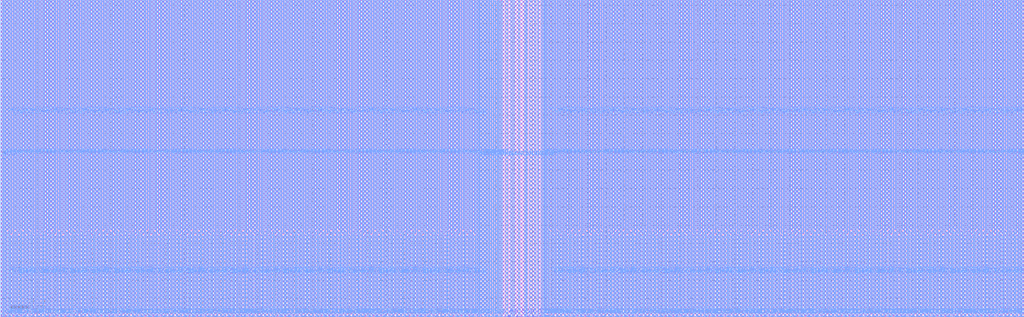
<source format=lef>
# ________________________________________________________________________________________________
# 
# 
#             Synchronous One-Port Register File Compiler
# 
#                 UMC 0.11um LL AE Logic Process
# 
# ________________________________________________________________________________________________
# 
#               
#         Copyright (C) 2024 Faraday Technology Corporation. All Rights Reserved.       
#                
#         This source code is an unpublished work belongs to Faraday Technology Corporation       
#         It is considered a trade secret and is not to be divulged or       
#         used by parties who have not received written authorization from       
#         Faraday Technology Corporation       
#                
#         Faraday's home page can be found at: http://www.faraday-tech.com/       
#                
# ________________________________________________________________________________________________
# 
#        IP Name            :  FSR0K_B_SY                
#        IP Version         :  1.4.0                     
#        IP Release Status  :  Active                    
#        Word               :  256                       
#        Bit                :  16                        
#        Byte               :  8                         
#        Mux                :  2                         
#        Output Loading     :  0.01                      
#        Clock Input Slew   :  0.016                     
#        Data Input Slew    :  0.016                     
#        Ring Type          :  Ringless Model            
#        Ring Width         :  0                         
#        Bus Format         :  0                         
#        Memaker Path       :  /home/mem/Desktop/memlib  
#        GUI Version        :  m20230904                 
#        Date               :  2024/09/07 14:52:23       
# ________________________________________________________________________________________________
# 

VERSION 5.5 ;
NAMESCASESENSITIVE ON ;
MACRO SYKB110_256X16X8CM2
CLASS BLOCK ;
FOREIGN SYKB110_256X16X8CM2 0.000 0.000 ;
ORIGIN 0.000 0.000 ;
SIZE 557.611 BY 173.067 ;
SYMMETRY x y r90 ;
SITE core ;
PIN GND
  DIRECTION INOUT ;
  USE GROUND ;
 PORT
  LAYER ME4 ;
  RECT 302.278 1.781 302.618 173.067 ;
 END
 PORT
  LAYER ME4 ;
  RECT 298.274 1.781 298.614 173.067 ;
 END
 PORT
  LAYER ME4 ;
  RECT 300.276 1.781 300.616 173.067 ;
 END
 PORT
  LAYER ME4 ;
  RECT 301.087 0.000 301.807 44.094 ;
 END
 PORT
  LAYER ME4 ;
  RECT 306.282 1.781 306.622 173.067 ;
 END
 PORT
  LAYER ME4 ;
  RECT 304.280 1.781 304.620 173.067 ;
 END
 PORT
  LAYER ME4 ;
  RECT 305.091 0.000 305.811 44.094 ;
 END
 PORT
  LAYER ME4 ;
  RECT 310.286 1.781 310.626 173.067 ;
 END
 PORT
  LAYER ME4 ;
  RECT 308.284 1.781 308.624 173.067 ;
 END
 PORT
  LAYER ME4 ;
  RECT 309.095 0.000 309.815 44.094 ;
 END
 PORT
  LAYER ME4 ;
  RECT 314.290 1.781 314.630 173.067 ;
 END
 PORT
  LAYER ME4 ;
  RECT 312.288 1.781 312.628 173.067 ;
 END
 PORT
  LAYER ME4 ;
  RECT 313.099 0.000 313.819 44.094 ;
 END
 PORT
  LAYER ME4 ;
  RECT 318.294 1.781 318.634 173.067 ;
 END
 PORT
  LAYER ME4 ;
  RECT 316.292 1.781 316.632 173.067 ;
 END
 PORT
  LAYER ME4 ;
  RECT 317.103 0.000 317.823 44.094 ;
 END
 PORT
  LAYER ME4 ;
  RECT 322.298 1.781 322.638 173.067 ;
 END
 PORT
  LAYER ME4 ;
  RECT 320.296 1.781 320.636 173.067 ;
 END
 PORT
  LAYER ME4 ;
  RECT 321.107 0.000 321.827 44.094 ;
 END
 PORT
  LAYER ME4 ;
  RECT 326.302 1.781 326.642 173.067 ;
 END
 PORT
  LAYER ME4 ;
  RECT 324.300 1.781 324.640 173.067 ;
 END
 PORT
  LAYER ME4 ;
  RECT 325.111 0.000 325.831 44.094 ;
 END
 PORT
  LAYER ME4 ;
  RECT 330.306 1.781 330.646 173.067 ;
 END
 PORT
  LAYER ME4 ;
  RECT 328.304 1.781 328.644 173.067 ;
 END
 PORT
  LAYER ME4 ;
  RECT 329.115 0.000 329.835 44.094 ;
 END
 PORT
  LAYER ME4 ;
  RECT 334.310 1.781 334.650 173.067 ;
 END
 PORT
  LAYER ME4 ;
  RECT 332.308 1.781 332.648 173.067 ;
 END
 PORT
  LAYER ME4 ;
  RECT 333.119 0.000 333.839 44.094 ;
 END
 PORT
  LAYER ME4 ;
  RECT 338.314 1.781 338.654 173.067 ;
 END
 PORT
  LAYER ME4 ;
  RECT 336.312 1.781 336.652 173.067 ;
 END
 PORT
  LAYER ME4 ;
  RECT 337.123 0.000 337.843 44.094 ;
 END
 PORT
  LAYER ME4 ;
  RECT 342.318 1.781 342.658 173.067 ;
 END
 PORT
  LAYER ME4 ;
  RECT 340.316 1.781 340.656 173.067 ;
 END
 PORT
  LAYER ME4 ;
  RECT 341.127 0.000 341.847 44.094 ;
 END
 PORT
  LAYER ME4 ;
  RECT 346.322 1.781 346.662 173.067 ;
 END
 PORT
  LAYER ME4 ;
  RECT 344.320 1.781 344.660 173.067 ;
 END
 PORT
  LAYER ME4 ;
  RECT 345.131 0.000 345.851 44.094 ;
 END
 PORT
  LAYER ME4 ;
  RECT 350.326 1.781 350.666 173.067 ;
 END
 PORT
  LAYER ME4 ;
  RECT 348.324 1.781 348.664 173.067 ;
 END
 PORT
  LAYER ME4 ;
  RECT 349.135 0.000 349.855 44.094 ;
 END
 PORT
  LAYER ME4 ;
  RECT 354.330 1.781 354.670 173.067 ;
 END
 PORT
  LAYER ME4 ;
  RECT 352.328 1.781 352.668 173.067 ;
 END
 PORT
  LAYER ME4 ;
  RECT 353.139 0.000 353.859 44.094 ;
 END
 PORT
  LAYER ME4 ;
  RECT 358.334 1.781 358.674 173.067 ;
 END
 PORT
  LAYER ME4 ;
  RECT 356.332 1.781 356.672 173.067 ;
 END
 PORT
  LAYER ME4 ;
  RECT 357.143 0.000 357.863 44.094 ;
 END
 PORT
  LAYER ME4 ;
  RECT 362.338 1.781 362.678 173.067 ;
 END
 PORT
  LAYER ME4 ;
  RECT 360.336 1.781 360.676 173.067 ;
 END
 PORT
  LAYER ME4 ;
  RECT 361.147 0.000 361.867 44.094 ;
 END
 PORT
  LAYER ME4 ;
  RECT 366.342 1.781 366.682 173.067 ;
 END
 PORT
  LAYER ME4 ;
  RECT 364.340 1.781 364.680 173.067 ;
 END
 PORT
  LAYER ME4 ;
  RECT 365.151 0.000 365.871 44.094 ;
 END
 PORT
  LAYER ME4 ;
  RECT 370.346 1.781 370.686 173.067 ;
 END
 PORT
  LAYER ME4 ;
  RECT 368.344 1.781 368.684 173.067 ;
 END
 PORT
  LAYER ME4 ;
  RECT 369.155 0.000 369.875 44.094 ;
 END
 PORT
  LAYER ME4 ;
  RECT 374.350 1.781 374.690 173.067 ;
 END
 PORT
  LAYER ME4 ;
  RECT 372.348 1.781 372.688 173.067 ;
 END
 PORT
  LAYER ME4 ;
  RECT 373.159 0.000 373.879 44.094 ;
 END
 PORT
  LAYER ME4 ;
  RECT 378.354 1.781 378.694 173.067 ;
 END
 PORT
  LAYER ME4 ;
  RECT 376.352 1.781 376.692 173.067 ;
 END
 PORT
  LAYER ME4 ;
  RECT 377.163 0.000 377.883 44.094 ;
 END
 PORT
  LAYER ME4 ;
  RECT 382.358 1.781 382.698 173.067 ;
 END
 PORT
  LAYER ME4 ;
  RECT 380.356 1.781 380.696 173.067 ;
 END
 PORT
  LAYER ME4 ;
  RECT 381.167 0.000 381.887 44.094 ;
 END
 PORT
  LAYER ME4 ;
  RECT 386.362 1.781 386.702 173.067 ;
 END
 PORT
  LAYER ME4 ;
  RECT 384.360 1.781 384.700 173.067 ;
 END
 PORT
  LAYER ME4 ;
  RECT 385.171 0.000 385.891 44.094 ;
 END
 PORT
  LAYER ME4 ;
  RECT 390.366 1.781 390.706 173.067 ;
 END
 PORT
  LAYER ME4 ;
  RECT 388.364 1.781 388.704 173.067 ;
 END
 PORT
  LAYER ME4 ;
  RECT 389.175 0.000 389.895 44.094 ;
 END
 PORT
  LAYER ME4 ;
  RECT 394.370 1.781 394.710 173.067 ;
 END
 PORT
  LAYER ME4 ;
  RECT 392.368 1.781 392.708 173.067 ;
 END
 PORT
  LAYER ME4 ;
  RECT 393.179 0.000 393.899 44.094 ;
 END
 PORT
  LAYER ME4 ;
  RECT 398.374 1.781 398.714 173.067 ;
 END
 PORT
  LAYER ME4 ;
  RECT 396.372 1.781 396.712 173.067 ;
 END
 PORT
  LAYER ME4 ;
  RECT 397.183 0.000 397.903 44.094 ;
 END
 PORT
  LAYER ME4 ;
  RECT 402.378 1.781 402.718 173.067 ;
 END
 PORT
  LAYER ME4 ;
  RECT 400.376 1.781 400.716 173.067 ;
 END
 PORT
  LAYER ME4 ;
  RECT 401.187 0.000 401.907 44.094 ;
 END
 PORT
  LAYER ME4 ;
  RECT 406.382 1.781 406.722 173.067 ;
 END
 PORT
  LAYER ME4 ;
  RECT 404.380 1.781 404.720 173.067 ;
 END
 PORT
  LAYER ME4 ;
  RECT 405.191 0.000 405.911 44.094 ;
 END
 PORT
  LAYER ME4 ;
  RECT 410.386 1.781 410.726 173.067 ;
 END
 PORT
  LAYER ME4 ;
  RECT 408.384 1.781 408.724 173.067 ;
 END
 PORT
  LAYER ME4 ;
  RECT 409.195 0.000 409.915 44.094 ;
 END
 PORT
  LAYER ME4 ;
  RECT 414.390 1.781 414.730 173.067 ;
 END
 PORT
  LAYER ME4 ;
  RECT 412.388 1.781 412.728 173.067 ;
 END
 PORT
  LAYER ME4 ;
  RECT 413.199 0.000 413.919 44.094 ;
 END
 PORT
  LAYER ME4 ;
  RECT 418.394 1.781 418.734 173.067 ;
 END
 PORT
  LAYER ME4 ;
  RECT 416.392 1.781 416.732 173.067 ;
 END
 PORT
  LAYER ME4 ;
  RECT 417.203 0.000 417.923 44.094 ;
 END
 PORT
  LAYER ME4 ;
  RECT 422.398 1.781 422.738 173.067 ;
 END
 PORT
  LAYER ME4 ;
  RECT 420.396 1.781 420.736 173.067 ;
 END
 PORT
  LAYER ME4 ;
  RECT 421.207 0.000 421.927 44.094 ;
 END
 PORT
  LAYER ME4 ;
  RECT 426.402 1.781 426.742 173.067 ;
 END
 PORT
  LAYER ME4 ;
  RECT 424.400 1.781 424.740 173.067 ;
 END
 PORT
  LAYER ME4 ;
  RECT 425.211 0.000 425.931 44.094 ;
 END
 PORT
  LAYER ME4 ;
  RECT 430.406 1.781 430.746 173.067 ;
 END
 PORT
  LAYER ME4 ;
  RECT 428.404 1.781 428.744 173.067 ;
 END
 PORT
  LAYER ME4 ;
  RECT 429.215 0.000 429.935 44.094 ;
 END
 PORT
  LAYER ME4 ;
  RECT 434.410 1.781 434.750 173.067 ;
 END
 PORT
  LAYER ME4 ;
  RECT 432.408 1.781 432.748 173.067 ;
 END
 PORT
  LAYER ME4 ;
  RECT 433.219 0.000 433.939 44.094 ;
 END
 PORT
  LAYER ME4 ;
  RECT 438.414 1.781 438.754 173.067 ;
 END
 PORT
  LAYER ME4 ;
  RECT 436.412 1.781 436.752 173.067 ;
 END
 PORT
  LAYER ME4 ;
  RECT 437.223 0.000 437.943 44.094 ;
 END
 PORT
  LAYER ME4 ;
  RECT 442.418 1.781 442.758 173.067 ;
 END
 PORT
  LAYER ME4 ;
  RECT 440.416 1.781 440.756 173.067 ;
 END
 PORT
  LAYER ME4 ;
  RECT 441.227 0.000 441.947 44.094 ;
 END
 PORT
  LAYER ME4 ;
  RECT 446.422 1.781 446.762 173.067 ;
 END
 PORT
  LAYER ME4 ;
  RECT 444.420 1.781 444.760 173.067 ;
 END
 PORT
  LAYER ME4 ;
  RECT 445.231 0.000 445.951 44.094 ;
 END
 PORT
  LAYER ME4 ;
  RECT 450.426 1.781 450.766 173.067 ;
 END
 PORT
  LAYER ME4 ;
  RECT 448.424 1.781 448.764 173.067 ;
 END
 PORT
  LAYER ME4 ;
  RECT 449.235 0.000 449.955 44.094 ;
 END
 PORT
  LAYER ME4 ;
  RECT 454.430 1.781 454.770 173.067 ;
 END
 PORT
  LAYER ME4 ;
  RECT 452.428 1.781 452.768 173.067 ;
 END
 PORT
  LAYER ME4 ;
  RECT 453.239 0.000 453.959 44.094 ;
 END
 PORT
  LAYER ME4 ;
  RECT 458.434 1.781 458.774 173.067 ;
 END
 PORT
  LAYER ME4 ;
  RECT 456.432 1.781 456.772 173.067 ;
 END
 PORT
  LAYER ME4 ;
  RECT 457.243 0.000 457.963 44.094 ;
 END
 PORT
  LAYER ME4 ;
  RECT 462.438 1.781 462.778 173.067 ;
 END
 PORT
  LAYER ME4 ;
  RECT 460.436 1.781 460.776 173.067 ;
 END
 PORT
  LAYER ME4 ;
  RECT 461.247 0.000 461.967 44.094 ;
 END
 PORT
  LAYER ME4 ;
  RECT 466.442 1.781 466.782 173.067 ;
 END
 PORT
  LAYER ME4 ;
  RECT 464.440 1.781 464.780 173.067 ;
 END
 PORT
  LAYER ME4 ;
  RECT 465.251 0.000 465.971 44.094 ;
 END
 PORT
  LAYER ME4 ;
  RECT 470.446 1.781 470.786 173.067 ;
 END
 PORT
  LAYER ME4 ;
  RECT 468.444 1.781 468.784 173.067 ;
 END
 PORT
  LAYER ME4 ;
  RECT 469.255 0.000 469.975 44.094 ;
 END
 PORT
  LAYER ME4 ;
  RECT 474.450 1.781 474.790 173.067 ;
 END
 PORT
  LAYER ME4 ;
  RECT 472.448 1.781 472.788 173.067 ;
 END
 PORT
  LAYER ME4 ;
  RECT 473.259 0.000 473.979 44.094 ;
 END
 PORT
  LAYER ME4 ;
  RECT 478.454 1.781 478.794 173.067 ;
 END
 PORT
  LAYER ME4 ;
  RECT 476.452 1.781 476.792 173.067 ;
 END
 PORT
  LAYER ME4 ;
  RECT 477.263 0.000 477.983 44.094 ;
 END
 PORT
  LAYER ME4 ;
  RECT 482.458 1.781 482.798 173.067 ;
 END
 PORT
  LAYER ME4 ;
  RECT 480.456 1.781 480.796 173.067 ;
 END
 PORT
  LAYER ME4 ;
  RECT 481.267 0.000 481.987 44.094 ;
 END
 PORT
  LAYER ME4 ;
  RECT 486.462 1.781 486.802 173.067 ;
 END
 PORT
  LAYER ME4 ;
  RECT 484.460 1.781 484.800 173.067 ;
 END
 PORT
  LAYER ME4 ;
  RECT 485.271 0.000 485.991 44.094 ;
 END
 PORT
  LAYER ME4 ;
  RECT 490.466 1.781 490.806 173.067 ;
 END
 PORT
  LAYER ME4 ;
  RECT 488.464 1.781 488.804 173.067 ;
 END
 PORT
  LAYER ME4 ;
  RECT 489.275 0.000 489.995 44.094 ;
 END
 PORT
  LAYER ME4 ;
  RECT 494.470 1.781 494.810 173.067 ;
 END
 PORT
  LAYER ME4 ;
  RECT 492.468 1.781 492.808 173.067 ;
 END
 PORT
  LAYER ME4 ;
  RECT 493.279 0.000 493.999 44.094 ;
 END
 PORT
  LAYER ME4 ;
  RECT 498.474 1.781 498.814 173.067 ;
 END
 PORT
  LAYER ME4 ;
  RECT 496.472 1.781 496.812 173.067 ;
 END
 PORT
  LAYER ME4 ;
  RECT 497.283 0.000 498.003 44.094 ;
 END
 PORT
  LAYER ME4 ;
  RECT 502.478 1.781 502.818 173.067 ;
 END
 PORT
  LAYER ME4 ;
  RECT 500.476 1.781 500.816 173.067 ;
 END
 PORT
  LAYER ME4 ;
  RECT 501.287 0.000 502.007 44.094 ;
 END
 PORT
  LAYER ME4 ;
  RECT 506.482 1.781 506.822 173.067 ;
 END
 PORT
  LAYER ME4 ;
  RECT 504.480 1.781 504.820 173.067 ;
 END
 PORT
  LAYER ME4 ;
  RECT 505.291 0.000 506.011 44.094 ;
 END
 PORT
  LAYER ME4 ;
  RECT 510.486 1.781 510.826 173.067 ;
 END
 PORT
  LAYER ME4 ;
  RECT 508.484 1.781 508.824 173.067 ;
 END
 PORT
  LAYER ME4 ;
  RECT 509.295 0.000 510.015 44.094 ;
 END
 PORT
  LAYER ME4 ;
  RECT 514.490 1.781 514.830 173.067 ;
 END
 PORT
  LAYER ME4 ;
  RECT 512.488 1.781 512.828 173.067 ;
 END
 PORT
  LAYER ME4 ;
  RECT 513.299 0.000 514.019 44.094 ;
 END
 PORT
  LAYER ME4 ;
  RECT 518.494 1.781 518.834 173.067 ;
 END
 PORT
  LAYER ME4 ;
  RECT 516.492 1.781 516.832 173.067 ;
 END
 PORT
  LAYER ME4 ;
  RECT 517.303 0.000 518.023 44.094 ;
 END
 PORT
  LAYER ME4 ;
  RECT 522.498 1.781 522.838 173.067 ;
 END
 PORT
  LAYER ME4 ;
  RECT 520.496 1.781 520.836 173.067 ;
 END
 PORT
  LAYER ME4 ;
  RECT 521.307 0.000 522.027 44.094 ;
 END
 PORT
  LAYER ME4 ;
  RECT 526.502 1.781 526.842 173.067 ;
 END
 PORT
  LAYER ME4 ;
  RECT 524.500 1.781 524.840 173.067 ;
 END
 PORT
  LAYER ME4 ;
  RECT 525.311 0.000 526.031 44.094 ;
 END
 PORT
  LAYER ME4 ;
  RECT 530.506 1.781 530.846 173.067 ;
 END
 PORT
  LAYER ME4 ;
  RECT 528.504 1.781 528.844 173.067 ;
 END
 PORT
  LAYER ME4 ;
  RECT 529.315 0.000 530.035 44.094 ;
 END
 PORT
  LAYER ME4 ;
  RECT 534.510 1.781 534.850 173.067 ;
 END
 PORT
  LAYER ME4 ;
  RECT 532.508 1.781 532.848 173.067 ;
 END
 PORT
  LAYER ME4 ;
  RECT 533.319 0.000 534.039 44.094 ;
 END
 PORT
  LAYER ME4 ;
  RECT 538.514 1.781 538.854 173.067 ;
 END
 PORT
  LAYER ME4 ;
  RECT 536.512 1.781 536.852 173.067 ;
 END
 PORT
  LAYER ME4 ;
  RECT 537.323 0.000 538.043 44.094 ;
 END
 PORT
  LAYER ME4 ;
  RECT 542.518 1.781 542.858 173.067 ;
 END
 PORT
  LAYER ME4 ;
  RECT 540.516 1.781 540.856 173.067 ;
 END
 PORT
  LAYER ME4 ;
  RECT 541.327 0.000 542.047 44.094 ;
 END
 PORT
  LAYER ME4 ;
  RECT 546.522 1.781 546.862 173.067 ;
 END
 PORT
  LAYER ME4 ;
  RECT 544.520 1.781 544.860 173.067 ;
 END
 PORT
  LAYER ME4 ;
  RECT 545.331 0.000 546.051 44.094 ;
 END
 PORT
  LAYER ME4 ;
  RECT 550.526 1.781 550.866 173.067 ;
 END
 PORT
  LAYER ME4 ;
  RECT 548.524 1.781 548.864 173.067 ;
 END
 PORT
  LAYER ME4 ;
  RECT 549.335 0.000 550.055 44.094 ;
 END
 PORT
  LAYER ME4 ;
  RECT 554.530 1.781 554.870 173.067 ;
 END
 PORT
  LAYER ME4 ;
  RECT 552.528 1.781 552.868 173.067 ;
 END
 PORT
  LAYER ME4 ;
  RECT 553.339 0.000 554.059 44.094 ;
 END
 PORT
  LAYER ME4 ;
  RECT 555.531 0.000 555.871 173.067 ;
 END
 PORT
  LAYER ME4 ;
  RECT 279.417 0.000 280.137 173.067 ;
 END
 PORT
  LAYER ME4 ;
  RECT 285.411 0.000 286.131 173.067 ;
 END
 PORT
  LAYER ME4 ;
  RECT 290.882 0.000 291.602 173.067 ;
 END
 PORT
  LAYER ME4 ;
  RECT 292.597 0.000 293.317 173.067 ;
 END
 PORT
  LAYER ME4 ;
  RECT 295.593 0.000 296.193 173.067 ;
 END
 PORT
  LAYER ME4 ;
  RECT 297.273 1.781 297.613 173.067 ;
 END
 PORT
  LAYER ME4 ;
  RECT 271.858 0.000 272.578 173.067 ;
 END
 PORT
  LAYER ME4 ;
  RECT 269.818 1.781 270.538 172.187 ;
 END
 PORT
  LAYER ME4 ;
  RECT 267.698 0.000 268.418 173.067 ;
 END
 PORT
  LAYER ME4 ;
  RECT 265.658 1.781 266.378 173.067 ;
 END
 PORT
  LAYER ME4 ;
  RECT 263.538 0.000 264.258 173.067 ;
 END
 PORT
  LAYER ME4 ;
  RECT 261.498 1.781 262.218 173.067 ;
 END
 PORT
  LAYER ME4 ;
  RECT 1.740 0.000 2.080 173.067 ;
 END
 PORT
  LAYER ME4 ;
  RECT 6.745 1.781 7.085 173.067 ;
 END
 PORT
  LAYER ME4 ;
  RECT 2.741 1.781 3.081 173.067 ;
 END
 PORT
  LAYER ME4 ;
  RECT 4.743 1.781 5.083 173.067 ;
 END
 PORT
  LAYER ME4 ;
  RECT 5.554 0.000 6.274 44.094 ;
 END
 PORT
  LAYER ME4 ;
  RECT 10.749 1.781 11.089 173.067 ;
 END
 PORT
  LAYER ME4 ;
  RECT 8.747 1.781 9.087 173.067 ;
 END
 PORT
  LAYER ME4 ;
  RECT 9.558 0.000 10.278 44.094 ;
 END
 PORT
  LAYER ME4 ;
  RECT 14.753 1.781 15.093 173.067 ;
 END
 PORT
  LAYER ME4 ;
  RECT 12.751 1.781 13.091 173.067 ;
 END
 PORT
  LAYER ME4 ;
  RECT 13.562 0.000 14.282 44.094 ;
 END
 PORT
  LAYER ME4 ;
  RECT 18.757 1.781 19.097 173.067 ;
 END
 PORT
  LAYER ME4 ;
  RECT 16.755 1.781 17.095 173.067 ;
 END
 PORT
  LAYER ME4 ;
  RECT 17.566 0.000 18.286 44.094 ;
 END
 PORT
  LAYER ME4 ;
  RECT 22.761 1.781 23.101 173.067 ;
 END
 PORT
  LAYER ME4 ;
  RECT 20.759 1.781 21.099 173.067 ;
 END
 PORT
  LAYER ME4 ;
  RECT 21.570 0.000 22.290 44.094 ;
 END
 PORT
  LAYER ME4 ;
  RECT 26.765 1.781 27.105 173.067 ;
 END
 PORT
  LAYER ME4 ;
  RECT 24.763 1.781 25.103 173.067 ;
 END
 PORT
  LAYER ME4 ;
  RECT 25.574 0.000 26.294 44.094 ;
 END
 PORT
  LAYER ME4 ;
  RECT 30.769 1.781 31.109 173.067 ;
 END
 PORT
  LAYER ME4 ;
  RECT 28.767 1.781 29.107 173.067 ;
 END
 PORT
  LAYER ME4 ;
  RECT 29.578 0.000 30.298 44.094 ;
 END
 PORT
  LAYER ME4 ;
  RECT 34.773 1.781 35.113 173.067 ;
 END
 PORT
  LAYER ME4 ;
  RECT 32.771 1.781 33.111 173.067 ;
 END
 PORT
  LAYER ME4 ;
  RECT 33.582 0.000 34.302 44.094 ;
 END
 PORT
  LAYER ME4 ;
  RECT 38.777 1.781 39.117 173.067 ;
 END
 PORT
  LAYER ME4 ;
  RECT 36.775 1.781 37.115 173.067 ;
 END
 PORT
  LAYER ME4 ;
  RECT 37.586 0.000 38.306 44.094 ;
 END
 PORT
  LAYER ME4 ;
  RECT 42.781 1.781 43.121 173.067 ;
 END
 PORT
  LAYER ME4 ;
  RECT 40.779 1.781 41.119 173.067 ;
 END
 PORT
  LAYER ME4 ;
  RECT 41.590 0.000 42.310 44.094 ;
 END
 PORT
  LAYER ME4 ;
  RECT 46.785 1.781 47.125 173.067 ;
 END
 PORT
  LAYER ME4 ;
  RECT 44.783 1.781 45.123 173.067 ;
 END
 PORT
  LAYER ME4 ;
  RECT 45.594 0.000 46.314 44.094 ;
 END
 PORT
  LAYER ME4 ;
  RECT 50.789 1.781 51.129 173.067 ;
 END
 PORT
  LAYER ME4 ;
  RECT 48.787 1.781 49.127 173.067 ;
 END
 PORT
  LAYER ME4 ;
  RECT 49.598 0.000 50.318 44.094 ;
 END
 PORT
  LAYER ME4 ;
  RECT 54.793 1.781 55.133 173.067 ;
 END
 PORT
  LAYER ME4 ;
  RECT 52.791 1.781 53.131 173.067 ;
 END
 PORT
  LAYER ME4 ;
  RECT 53.602 0.000 54.322 44.094 ;
 END
 PORT
  LAYER ME4 ;
  RECT 58.797 1.781 59.137 173.067 ;
 END
 PORT
  LAYER ME4 ;
  RECT 56.795 1.781 57.135 173.067 ;
 END
 PORT
  LAYER ME4 ;
  RECT 57.606 0.000 58.326 44.094 ;
 END
 PORT
  LAYER ME4 ;
  RECT 62.801 1.781 63.141 173.067 ;
 END
 PORT
  LAYER ME4 ;
  RECT 60.799 1.781 61.139 173.067 ;
 END
 PORT
  LAYER ME4 ;
  RECT 61.610 0.000 62.330 44.094 ;
 END
 PORT
  LAYER ME4 ;
  RECT 66.805 1.781 67.145 173.067 ;
 END
 PORT
  LAYER ME4 ;
  RECT 64.803 1.781 65.143 173.067 ;
 END
 PORT
  LAYER ME4 ;
  RECT 65.614 0.000 66.334 44.094 ;
 END
 PORT
  LAYER ME4 ;
  RECT 70.809 1.781 71.149 173.067 ;
 END
 PORT
  LAYER ME4 ;
  RECT 68.807 1.781 69.147 173.067 ;
 END
 PORT
  LAYER ME4 ;
  RECT 69.618 0.000 70.338 44.094 ;
 END
 PORT
  LAYER ME4 ;
  RECT 74.813 1.781 75.153 173.067 ;
 END
 PORT
  LAYER ME4 ;
  RECT 72.811 1.781 73.151 173.067 ;
 END
 PORT
  LAYER ME4 ;
  RECT 73.622 0.000 74.342 44.094 ;
 END
 PORT
  LAYER ME4 ;
  RECT 78.817 1.781 79.157 173.067 ;
 END
 PORT
  LAYER ME4 ;
  RECT 76.815 1.781 77.155 173.067 ;
 END
 PORT
  LAYER ME4 ;
  RECT 77.626 0.000 78.346 44.094 ;
 END
 PORT
  LAYER ME4 ;
  RECT 82.821 1.781 83.161 173.067 ;
 END
 PORT
  LAYER ME4 ;
  RECT 80.819 1.781 81.159 173.067 ;
 END
 PORT
  LAYER ME4 ;
  RECT 81.630 0.000 82.350 44.094 ;
 END
 PORT
  LAYER ME4 ;
  RECT 86.825 1.781 87.165 173.067 ;
 END
 PORT
  LAYER ME4 ;
  RECT 84.823 1.781 85.163 173.067 ;
 END
 PORT
  LAYER ME4 ;
  RECT 85.634 0.000 86.354 44.094 ;
 END
 PORT
  LAYER ME4 ;
  RECT 90.829 1.781 91.169 173.067 ;
 END
 PORT
  LAYER ME4 ;
  RECT 88.827 1.781 89.167 173.067 ;
 END
 PORT
  LAYER ME4 ;
  RECT 89.638 0.000 90.358 44.094 ;
 END
 PORT
  LAYER ME4 ;
  RECT 94.833 1.781 95.173 173.067 ;
 END
 PORT
  LAYER ME4 ;
  RECT 92.831 1.781 93.171 173.067 ;
 END
 PORT
  LAYER ME4 ;
  RECT 93.642 0.000 94.362 44.094 ;
 END
 PORT
  LAYER ME4 ;
  RECT 98.837 1.781 99.177 173.067 ;
 END
 PORT
  LAYER ME4 ;
  RECT 96.835 1.781 97.175 173.067 ;
 END
 PORT
  LAYER ME4 ;
  RECT 97.646 0.000 98.366 44.094 ;
 END
 PORT
  LAYER ME4 ;
  RECT 102.841 1.781 103.181 173.067 ;
 END
 PORT
  LAYER ME4 ;
  RECT 100.839 1.781 101.179 173.067 ;
 END
 PORT
  LAYER ME4 ;
  RECT 101.650 0.000 102.370 44.094 ;
 END
 PORT
  LAYER ME4 ;
  RECT 106.845 1.781 107.185 173.067 ;
 END
 PORT
  LAYER ME4 ;
  RECT 104.843 1.781 105.183 173.067 ;
 END
 PORT
  LAYER ME4 ;
  RECT 105.654 0.000 106.374 44.094 ;
 END
 PORT
  LAYER ME4 ;
  RECT 110.849 1.781 111.189 173.067 ;
 END
 PORT
  LAYER ME4 ;
  RECT 108.847 1.781 109.187 173.067 ;
 END
 PORT
  LAYER ME4 ;
  RECT 109.658 0.000 110.378 44.094 ;
 END
 PORT
  LAYER ME4 ;
  RECT 114.853 1.781 115.193 173.067 ;
 END
 PORT
  LAYER ME4 ;
  RECT 112.851 1.781 113.191 173.067 ;
 END
 PORT
  LAYER ME4 ;
  RECT 113.662 0.000 114.382 44.094 ;
 END
 PORT
  LAYER ME4 ;
  RECT 118.857 1.781 119.197 173.067 ;
 END
 PORT
  LAYER ME4 ;
  RECT 116.855 1.781 117.195 173.067 ;
 END
 PORT
  LAYER ME4 ;
  RECT 117.666 0.000 118.386 44.094 ;
 END
 PORT
  LAYER ME4 ;
  RECT 122.861 1.781 123.201 173.067 ;
 END
 PORT
  LAYER ME4 ;
  RECT 120.859 1.781 121.199 173.067 ;
 END
 PORT
  LAYER ME4 ;
  RECT 121.670 0.000 122.390 44.094 ;
 END
 PORT
  LAYER ME4 ;
  RECT 126.865 1.781 127.205 173.067 ;
 END
 PORT
  LAYER ME4 ;
  RECT 124.863 1.781 125.203 173.067 ;
 END
 PORT
  LAYER ME4 ;
  RECT 125.674 0.000 126.394 44.094 ;
 END
 PORT
  LAYER ME4 ;
  RECT 130.869 1.781 131.209 173.067 ;
 END
 PORT
  LAYER ME4 ;
  RECT 128.867 1.781 129.207 173.067 ;
 END
 PORT
  LAYER ME4 ;
  RECT 129.678 0.000 130.398 44.094 ;
 END
 PORT
  LAYER ME4 ;
  RECT 134.873 1.781 135.213 173.067 ;
 END
 PORT
  LAYER ME4 ;
  RECT 132.871 1.781 133.211 173.067 ;
 END
 PORT
  LAYER ME4 ;
  RECT 133.682 0.000 134.402 44.094 ;
 END
 PORT
  LAYER ME4 ;
  RECT 138.877 1.781 139.217 173.067 ;
 END
 PORT
  LAYER ME4 ;
  RECT 136.875 1.781 137.215 173.067 ;
 END
 PORT
  LAYER ME4 ;
  RECT 137.686 0.000 138.406 44.094 ;
 END
 PORT
  LAYER ME4 ;
  RECT 142.881 1.781 143.221 173.067 ;
 END
 PORT
  LAYER ME4 ;
  RECT 140.879 1.781 141.219 173.067 ;
 END
 PORT
  LAYER ME4 ;
  RECT 141.690 0.000 142.410 44.094 ;
 END
 PORT
  LAYER ME4 ;
  RECT 146.885 1.781 147.225 173.067 ;
 END
 PORT
  LAYER ME4 ;
  RECT 144.883 1.781 145.223 173.067 ;
 END
 PORT
  LAYER ME4 ;
  RECT 145.694 0.000 146.414 44.094 ;
 END
 PORT
  LAYER ME4 ;
  RECT 150.889 1.781 151.229 173.067 ;
 END
 PORT
  LAYER ME4 ;
  RECT 148.887 1.781 149.227 173.067 ;
 END
 PORT
  LAYER ME4 ;
  RECT 149.698 0.000 150.418 44.094 ;
 END
 PORT
  LAYER ME4 ;
  RECT 154.893 1.781 155.233 173.067 ;
 END
 PORT
  LAYER ME4 ;
  RECT 152.891 1.781 153.231 173.067 ;
 END
 PORT
  LAYER ME4 ;
  RECT 153.702 0.000 154.422 44.094 ;
 END
 PORT
  LAYER ME4 ;
  RECT 158.897 1.781 159.237 173.067 ;
 END
 PORT
  LAYER ME4 ;
  RECT 156.895 1.781 157.235 173.067 ;
 END
 PORT
  LAYER ME4 ;
  RECT 157.706 0.000 158.426 44.094 ;
 END
 PORT
  LAYER ME4 ;
  RECT 162.901 1.781 163.241 173.067 ;
 END
 PORT
  LAYER ME4 ;
  RECT 160.899 1.781 161.239 173.067 ;
 END
 PORT
  LAYER ME4 ;
  RECT 161.710 0.000 162.430 44.094 ;
 END
 PORT
  LAYER ME4 ;
  RECT 166.905 1.781 167.245 173.067 ;
 END
 PORT
  LAYER ME4 ;
  RECT 164.903 1.781 165.243 173.067 ;
 END
 PORT
  LAYER ME4 ;
  RECT 165.714 0.000 166.434 44.094 ;
 END
 PORT
  LAYER ME4 ;
  RECT 170.909 1.781 171.249 173.067 ;
 END
 PORT
  LAYER ME4 ;
  RECT 168.907 1.781 169.247 173.067 ;
 END
 PORT
  LAYER ME4 ;
  RECT 169.718 0.000 170.438 44.094 ;
 END
 PORT
  LAYER ME4 ;
  RECT 174.913 1.781 175.253 173.067 ;
 END
 PORT
  LAYER ME4 ;
  RECT 172.911 1.781 173.251 173.067 ;
 END
 PORT
  LAYER ME4 ;
  RECT 173.722 0.000 174.442 44.094 ;
 END
 PORT
  LAYER ME4 ;
  RECT 178.917 1.781 179.257 173.067 ;
 END
 PORT
  LAYER ME4 ;
  RECT 176.915 1.781 177.255 173.067 ;
 END
 PORT
  LAYER ME4 ;
  RECT 177.726 0.000 178.446 44.094 ;
 END
 PORT
  LAYER ME4 ;
  RECT 182.921 1.781 183.261 173.067 ;
 END
 PORT
  LAYER ME4 ;
  RECT 180.919 1.781 181.259 173.067 ;
 END
 PORT
  LAYER ME4 ;
  RECT 181.730 0.000 182.450 44.094 ;
 END
 PORT
  LAYER ME4 ;
  RECT 186.925 1.781 187.265 173.067 ;
 END
 PORT
  LAYER ME4 ;
  RECT 184.923 1.781 185.263 173.067 ;
 END
 PORT
  LAYER ME4 ;
  RECT 185.734 0.000 186.454 44.094 ;
 END
 PORT
  LAYER ME4 ;
  RECT 190.929 1.781 191.269 173.067 ;
 END
 PORT
  LAYER ME4 ;
  RECT 188.927 1.781 189.267 173.067 ;
 END
 PORT
  LAYER ME4 ;
  RECT 189.738 0.000 190.458 44.094 ;
 END
 PORT
  LAYER ME4 ;
  RECT 194.933 1.781 195.273 173.067 ;
 END
 PORT
  LAYER ME4 ;
  RECT 192.931 1.781 193.271 173.067 ;
 END
 PORT
  LAYER ME4 ;
  RECT 193.742 0.000 194.462 44.094 ;
 END
 PORT
  LAYER ME4 ;
  RECT 198.937 1.781 199.277 173.067 ;
 END
 PORT
  LAYER ME4 ;
  RECT 196.935 1.781 197.275 173.067 ;
 END
 PORT
  LAYER ME4 ;
  RECT 197.746 0.000 198.466 44.094 ;
 END
 PORT
  LAYER ME4 ;
  RECT 202.941 1.781 203.281 173.067 ;
 END
 PORT
  LAYER ME4 ;
  RECT 200.939 1.781 201.279 173.067 ;
 END
 PORT
  LAYER ME4 ;
  RECT 201.750 0.000 202.470 44.094 ;
 END
 PORT
  LAYER ME4 ;
  RECT 206.945 1.781 207.285 173.067 ;
 END
 PORT
  LAYER ME4 ;
  RECT 204.943 1.781 205.283 173.067 ;
 END
 PORT
  LAYER ME4 ;
  RECT 205.754 0.000 206.474 44.094 ;
 END
 PORT
  LAYER ME4 ;
  RECT 210.949 1.781 211.289 173.067 ;
 END
 PORT
  LAYER ME4 ;
  RECT 208.947 1.781 209.287 173.067 ;
 END
 PORT
  LAYER ME4 ;
  RECT 209.758 0.000 210.478 44.094 ;
 END
 PORT
  LAYER ME4 ;
  RECT 214.953 1.781 215.293 173.067 ;
 END
 PORT
  LAYER ME4 ;
  RECT 212.951 1.781 213.291 173.067 ;
 END
 PORT
  LAYER ME4 ;
  RECT 213.762 0.000 214.482 44.094 ;
 END
 PORT
  LAYER ME4 ;
  RECT 218.957 1.781 219.297 173.067 ;
 END
 PORT
  LAYER ME4 ;
  RECT 216.955 1.781 217.295 173.067 ;
 END
 PORT
  LAYER ME4 ;
  RECT 217.766 0.000 218.486 44.094 ;
 END
 PORT
  LAYER ME4 ;
  RECT 222.961 1.781 223.301 173.067 ;
 END
 PORT
  LAYER ME4 ;
  RECT 220.959 1.781 221.299 173.067 ;
 END
 PORT
  LAYER ME4 ;
  RECT 221.770 0.000 222.490 44.094 ;
 END
 PORT
  LAYER ME4 ;
  RECT 226.965 1.781 227.305 173.067 ;
 END
 PORT
  LAYER ME4 ;
  RECT 224.963 1.781 225.303 173.067 ;
 END
 PORT
  LAYER ME4 ;
  RECT 225.774 0.000 226.494 44.094 ;
 END
 PORT
  LAYER ME4 ;
  RECT 230.969 1.781 231.309 173.067 ;
 END
 PORT
  LAYER ME4 ;
  RECT 228.967 1.781 229.307 173.067 ;
 END
 PORT
  LAYER ME4 ;
  RECT 229.778 0.000 230.498 44.094 ;
 END
 PORT
  LAYER ME4 ;
  RECT 234.973 1.781 235.313 173.067 ;
 END
 PORT
  LAYER ME4 ;
  RECT 232.971 1.781 233.311 173.067 ;
 END
 PORT
  LAYER ME4 ;
  RECT 233.782 0.000 234.502 44.094 ;
 END
 PORT
  LAYER ME4 ;
  RECT 238.977 1.781 239.317 173.067 ;
 END
 PORT
  LAYER ME4 ;
  RECT 236.975 1.781 237.315 173.067 ;
 END
 PORT
  LAYER ME4 ;
  RECT 237.786 0.000 238.506 44.094 ;
 END
 PORT
  LAYER ME4 ;
  RECT 242.981 1.781 243.321 173.067 ;
 END
 PORT
  LAYER ME4 ;
  RECT 240.979 1.781 241.319 173.067 ;
 END
 PORT
  LAYER ME4 ;
  RECT 241.790 0.000 242.510 44.094 ;
 END
 PORT
  LAYER ME4 ;
  RECT 246.985 1.781 247.325 173.067 ;
 END
 PORT
  LAYER ME4 ;
  RECT 244.983 1.781 245.323 173.067 ;
 END
 PORT
  LAYER ME4 ;
  RECT 245.794 0.000 246.514 44.094 ;
 END
 PORT
  LAYER ME4 ;
  RECT 250.989 1.781 251.329 173.067 ;
 END
 PORT
  LAYER ME4 ;
  RECT 248.987 1.781 249.327 173.067 ;
 END
 PORT
  LAYER ME4 ;
  RECT 249.798 0.000 250.518 44.094 ;
 END
 PORT
  LAYER ME4 ;
  RECT 254.993 1.781 255.333 173.067 ;
 END
 PORT
  LAYER ME4 ;
  RECT 252.991 1.781 253.331 173.067 ;
 END
 PORT
  LAYER ME4 ;
  RECT 253.802 0.000 254.522 44.094 ;
 END
 PORT
  LAYER ME4 ;
  RECT 258.997 1.781 259.337 173.067 ;
 END
 PORT
  LAYER ME4 ;
  RECT 256.995 1.781 257.335 173.067 ;
 END
 PORT
  LAYER ME4 ;
  RECT 257.806 0.000 258.526 44.094 ;
 END
 PORT
  LAYER ME4 ;
  RECT 259.998 0.000 260.338 173.067 ;
 END
END GND
PIN VCC
  DIRECTION INOUT ;
  USE POWER ;
 PORT
  LAYER ME4 ;
  RECT 301.277 45.394 301.617 173.067 ;
 END
 PORT
  LAYER ME4 ;
  RECT 299.085 0.000 299.805 46.394 ;
 END
 PORT
  LAYER ME4 ;
  RECT 305.281 45.394 305.621 173.067 ;
 END
 PORT
  LAYER ME4 ;
  RECT 303.089 0.000 303.809 46.394 ;
 END
 PORT
  LAYER ME4 ;
  RECT 309.285 45.394 309.625 173.067 ;
 END
 PORT
  LAYER ME4 ;
  RECT 307.093 0.000 307.813 46.394 ;
 END
 PORT
  LAYER ME4 ;
  RECT 313.289 45.394 313.629 173.067 ;
 END
 PORT
  LAYER ME4 ;
  RECT 311.097 0.000 311.817 46.394 ;
 END
 PORT
  LAYER ME4 ;
  RECT 317.293 45.394 317.633 173.067 ;
 END
 PORT
  LAYER ME4 ;
  RECT 315.101 0.000 315.821 46.394 ;
 END
 PORT
  LAYER ME4 ;
  RECT 321.297 45.394 321.637 173.067 ;
 END
 PORT
  LAYER ME4 ;
  RECT 319.105 0.000 319.825 46.394 ;
 END
 PORT
  LAYER ME4 ;
  RECT 325.301 45.394 325.641 173.067 ;
 END
 PORT
  LAYER ME4 ;
  RECT 323.109 0.000 323.829 46.394 ;
 END
 PORT
  LAYER ME4 ;
  RECT 329.305 45.394 329.645 173.067 ;
 END
 PORT
  LAYER ME4 ;
  RECT 327.113 0.000 327.833 46.394 ;
 END
 PORT
  LAYER ME4 ;
  RECT 333.309 45.394 333.649 173.067 ;
 END
 PORT
  LAYER ME4 ;
  RECT 331.117 0.000 331.837 46.394 ;
 END
 PORT
  LAYER ME4 ;
  RECT 337.313 45.394 337.653 173.067 ;
 END
 PORT
  LAYER ME4 ;
  RECT 335.121 0.000 335.841 46.394 ;
 END
 PORT
  LAYER ME4 ;
  RECT 341.317 45.394 341.657 173.067 ;
 END
 PORT
  LAYER ME4 ;
  RECT 339.125 0.000 339.845 46.394 ;
 END
 PORT
  LAYER ME4 ;
  RECT 345.321 45.394 345.661 173.067 ;
 END
 PORT
  LAYER ME4 ;
  RECT 343.129 0.000 343.849 46.394 ;
 END
 PORT
  LAYER ME4 ;
  RECT 349.325 45.394 349.665 173.067 ;
 END
 PORT
  LAYER ME4 ;
  RECT 347.133 0.000 347.853 46.394 ;
 END
 PORT
  LAYER ME4 ;
  RECT 353.329 45.394 353.669 173.067 ;
 END
 PORT
  LAYER ME4 ;
  RECT 351.137 0.000 351.857 46.394 ;
 END
 PORT
  LAYER ME4 ;
  RECT 357.333 45.394 357.673 173.067 ;
 END
 PORT
  LAYER ME4 ;
  RECT 355.141 0.000 355.861 46.394 ;
 END
 PORT
  LAYER ME4 ;
  RECT 361.337 45.394 361.677 173.067 ;
 END
 PORT
  LAYER ME4 ;
  RECT 359.145 0.000 359.865 46.394 ;
 END
 PORT
  LAYER ME4 ;
  RECT 365.341 45.394 365.681 173.067 ;
 END
 PORT
  LAYER ME4 ;
  RECT 363.149 0.000 363.869 46.394 ;
 END
 PORT
  LAYER ME4 ;
  RECT 369.345 45.394 369.685 173.067 ;
 END
 PORT
  LAYER ME4 ;
  RECT 367.153 0.000 367.873 46.394 ;
 END
 PORT
  LAYER ME4 ;
  RECT 373.349 45.394 373.689 173.067 ;
 END
 PORT
  LAYER ME4 ;
  RECT 371.157 0.000 371.877 46.394 ;
 END
 PORT
  LAYER ME4 ;
  RECT 377.353 45.394 377.693 173.067 ;
 END
 PORT
  LAYER ME4 ;
  RECT 375.161 0.000 375.881 46.394 ;
 END
 PORT
  LAYER ME4 ;
  RECT 381.357 45.394 381.697 173.067 ;
 END
 PORT
  LAYER ME4 ;
  RECT 379.165 0.000 379.885 46.394 ;
 END
 PORT
  LAYER ME4 ;
  RECT 385.361 45.394 385.701 173.067 ;
 END
 PORT
  LAYER ME4 ;
  RECT 383.169 0.000 383.889 46.394 ;
 END
 PORT
  LAYER ME4 ;
  RECT 389.365 45.394 389.705 173.067 ;
 END
 PORT
  LAYER ME4 ;
  RECT 387.173 0.000 387.893 46.394 ;
 END
 PORT
  LAYER ME4 ;
  RECT 393.369 45.394 393.709 173.067 ;
 END
 PORT
  LAYER ME4 ;
  RECT 391.177 0.000 391.897 46.394 ;
 END
 PORT
  LAYER ME4 ;
  RECT 397.373 45.394 397.713 173.067 ;
 END
 PORT
  LAYER ME4 ;
  RECT 395.181 0.000 395.901 46.394 ;
 END
 PORT
  LAYER ME4 ;
  RECT 401.377 45.394 401.717 173.067 ;
 END
 PORT
  LAYER ME4 ;
  RECT 399.185 0.000 399.905 46.394 ;
 END
 PORT
  LAYER ME4 ;
  RECT 405.381 45.394 405.721 173.067 ;
 END
 PORT
  LAYER ME4 ;
  RECT 403.189 0.000 403.909 46.394 ;
 END
 PORT
  LAYER ME4 ;
  RECT 409.385 45.394 409.725 173.067 ;
 END
 PORT
  LAYER ME4 ;
  RECT 407.193 0.000 407.913 46.394 ;
 END
 PORT
  LAYER ME4 ;
  RECT 413.389 45.394 413.729 173.067 ;
 END
 PORT
  LAYER ME4 ;
  RECT 411.197 0.000 411.917 46.394 ;
 END
 PORT
  LAYER ME4 ;
  RECT 417.393 45.394 417.733 173.067 ;
 END
 PORT
  LAYER ME4 ;
  RECT 415.201 0.000 415.921 46.394 ;
 END
 PORT
  LAYER ME4 ;
  RECT 421.397 45.394 421.737 173.067 ;
 END
 PORT
  LAYER ME4 ;
  RECT 419.205 0.000 419.925 46.394 ;
 END
 PORT
  LAYER ME4 ;
  RECT 425.401 45.394 425.741 173.067 ;
 END
 PORT
  LAYER ME4 ;
  RECT 423.209 0.000 423.929 46.394 ;
 END
 PORT
  LAYER ME4 ;
  RECT 429.405 45.394 429.745 173.067 ;
 END
 PORT
  LAYER ME4 ;
  RECT 427.213 0.000 427.933 46.394 ;
 END
 PORT
  LAYER ME4 ;
  RECT 433.409 45.394 433.749 173.067 ;
 END
 PORT
  LAYER ME4 ;
  RECT 431.217 0.000 431.937 46.394 ;
 END
 PORT
  LAYER ME4 ;
  RECT 437.413 45.394 437.753 173.067 ;
 END
 PORT
  LAYER ME4 ;
  RECT 435.221 0.000 435.941 46.394 ;
 END
 PORT
  LAYER ME4 ;
  RECT 441.417 45.394 441.757 173.067 ;
 END
 PORT
  LAYER ME4 ;
  RECT 439.225 0.000 439.945 46.394 ;
 END
 PORT
  LAYER ME4 ;
  RECT 445.421 45.394 445.761 173.067 ;
 END
 PORT
  LAYER ME4 ;
  RECT 443.229 0.000 443.949 46.394 ;
 END
 PORT
  LAYER ME4 ;
  RECT 449.425 45.394 449.765 173.067 ;
 END
 PORT
  LAYER ME4 ;
  RECT 447.233 0.000 447.953 46.394 ;
 END
 PORT
  LAYER ME4 ;
  RECT 453.429 45.394 453.769 173.067 ;
 END
 PORT
  LAYER ME4 ;
  RECT 451.237 0.000 451.957 46.394 ;
 END
 PORT
  LAYER ME4 ;
  RECT 457.433 45.394 457.773 173.067 ;
 END
 PORT
  LAYER ME4 ;
  RECT 455.241 0.000 455.961 46.394 ;
 END
 PORT
  LAYER ME4 ;
  RECT 461.437 45.394 461.777 173.067 ;
 END
 PORT
  LAYER ME4 ;
  RECT 459.245 0.000 459.965 46.394 ;
 END
 PORT
  LAYER ME4 ;
  RECT 465.441 45.394 465.781 173.067 ;
 END
 PORT
  LAYER ME4 ;
  RECT 463.249 0.000 463.969 46.394 ;
 END
 PORT
  LAYER ME4 ;
  RECT 469.445 45.394 469.785 173.067 ;
 END
 PORT
  LAYER ME4 ;
  RECT 467.253 0.000 467.973 46.394 ;
 END
 PORT
  LAYER ME4 ;
  RECT 473.449 45.394 473.789 173.067 ;
 END
 PORT
  LAYER ME4 ;
  RECT 471.257 0.000 471.977 46.394 ;
 END
 PORT
  LAYER ME4 ;
  RECT 477.453 45.394 477.793 173.067 ;
 END
 PORT
  LAYER ME4 ;
  RECT 475.261 0.000 475.981 46.394 ;
 END
 PORT
  LAYER ME4 ;
  RECT 481.457 45.394 481.797 173.067 ;
 END
 PORT
  LAYER ME4 ;
  RECT 479.265 0.000 479.985 46.394 ;
 END
 PORT
  LAYER ME4 ;
  RECT 485.461 45.394 485.801 173.067 ;
 END
 PORT
  LAYER ME4 ;
  RECT 483.269 0.000 483.989 46.394 ;
 END
 PORT
  LAYER ME4 ;
  RECT 489.465 45.394 489.805 173.067 ;
 END
 PORT
  LAYER ME4 ;
  RECT 487.273 0.000 487.993 46.394 ;
 END
 PORT
  LAYER ME4 ;
  RECT 493.469 45.394 493.809 173.067 ;
 END
 PORT
  LAYER ME4 ;
  RECT 491.277 0.000 491.997 46.394 ;
 END
 PORT
  LAYER ME4 ;
  RECT 497.473 45.394 497.813 173.067 ;
 END
 PORT
  LAYER ME4 ;
  RECT 495.281 0.000 496.001 46.394 ;
 END
 PORT
  LAYER ME4 ;
  RECT 501.477 45.394 501.817 173.067 ;
 END
 PORT
  LAYER ME4 ;
  RECT 499.285 0.000 500.005 46.394 ;
 END
 PORT
  LAYER ME4 ;
  RECT 505.481 45.394 505.821 173.067 ;
 END
 PORT
  LAYER ME4 ;
  RECT 503.289 0.000 504.009 46.394 ;
 END
 PORT
  LAYER ME4 ;
  RECT 509.485 45.394 509.825 173.067 ;
 END
 PORT
  LAYER ME4 ;
  RECT 507.293 0.000 508.013 46.394 ;
 END
 PORT
  LAYER ME4 ;
  RECT 513.489 45.394 513.829 173.067 ;
 END
 PORT
  LAYER ME4 ;
  RECT 511.297 0.000 512.017 46.394 ;
 END
 PORT
  LAYER ME4 ;
  RECT 517.493 45.394 517.833 173.067 ;
 END
 PORT
  LAYER ME4 ;
  RECT 515.301 0.000 516.021 46.394 ;
 END
 PORT
  LAYER ME4 ;
  RECT 521.497 45.394 521.837 173.067 ;
 END
 PORT
  LAYER ME4 ;
  RECT 519.305 0.000 520.025 46.394 ;
 END
 PORT
  LAYER ME4 ;
  RECT 525.501 45.394 525.841 173.067 ;
 END
 PORT
  LAYER ME4 ;
  RECT 523.309 0.000 524.029 46.394 ;
 END
 PORT
  LAYER ME4 ;
  RECT 529.505 45.394 529.845 173.067 ;
 END
 PORT
  LAYER ME4 ;
  RECT 527.313 0.000 528.033 46.394 ;
 END
 PORT
  LAYER ME4 ;
  RECT 533.509 45.394 533.849 173.067 ;
 END
 PORT
  LAYER ME4 ;
  RECT 531.317 0.000 532.037 46.394 ;
 END
 PORT
  LAYER ME4 ;
  RECT 537.513 45.394 537.853 173.067 ;
 END
 PORT
  LAYER ME4 ;
  RECT 535.321 0.000 536.041 46.394 ;
 END
 PORT
  LAYER ME4 ;
  RECT 541.517 45.394 541.857 173.067 ;
 END
 PORT
  LAYER ME4 ;
  RECT 539.325 0.000 540.045 46.394 ;
 END
 PORT
  LAYER ME4 ;
  RECT 545.521 45.394 545.861 173.067 ;
 END
 PORT
  LAYER ME4 ;
  RECT 543.329 0.000 544.049 46.394 ;
 END
 PORT
  LAYER ME4 ;
  RECT 549.525 45.394 549.865 173.067 ;
 END
 PORT
  LAYER ME4 ;
  RECT 547.333 0.000 548.053 46.394 ;
 END
 PORT
  LAYER ME4 ;
  RECT 553.529 45.394 553.869 173.067 ;
 END
 PORT
  LAYER ME4 ;
  RECT 551.337 0.000 552.057 46.394 ;
 END
 PORT
  LAYER ME4 ;
  RECT 556.311 0.000 556.691 173.067 ;
 END
 PORT
  LAYER ME4 ;
  RECT 282.197 0.000 282.797 173.067 ;
 END
 PORT
  LAYER ME4 ;
  RECT 286.377 0.000 287.097 173.067 ;
 END
 PORT
  LAYER ME4 ;
  RECT 288.487 0.000 289.607 173.067 ;
 END
 PORT
  LAYER ME4 ;
  RECT 294.517 0.000 295.237 173.067 ;
 END
 PORT
  LAYER ME4 ;
  RECT 296.453 1.781 296.833 173.067 ;
 END
 PORT
  LAYER ME4 ;
  RECT 277.967 0.000 278.687 173.067 ;
 END
 PORT
  LAYER ME4 ;
  RECT 275.252 0.000 276.372 173.067 ;
 END
 PORT
  LAYER ME4 ;
  RECT 272.878 0.000 273.598 172.187 ;
 END
 PORT
  LAYER ME4 ;
  RECT 270.838 1.781 271.558 173.067 ;
 END
 PORT
  LAYER ME4 ;
  RECT 268.718 0.000 269.438 173.067 ;
 END
 PORT
  LAYER ME4 ;
  RECT 266.678 1.781 267.398 173.067 ;
 END
 PORT
  LAYER ME4 ;
  RECT 264.558 0.000 265.278 173.067 ;
 END
 PORT
  LAYER ME4 ;
  RECT 262.518 1.781 263.238 173.067 ;
 END
 PORT
  LAYER ME4 ;
  RECT 0.920 0.000 1.300 173.067 ;
 END
 PORT
  LAYER ME4 ;
  RECT 5.744 45.394 6.084 173.067 ;
 END
 PORT
  LAYER ME4 ;
  RECT 3.552 0.000 4.272 46.394 ;
 END
 PORT
  LAYER ME4 ;
  RECT 9.748 45.394 10.088 173.067 ;
 END
 PORT
  LAYER ME4 ;
  RECT 7.556 0.000 8.276 46.394 ;
 END
 PORT
  LAYER ME4 ;
  RECT 13.752 45.394 14.092 173.067 ;
 END
 PORT
  LAYER ME4 ;
  RECT 11.560 0.000 12.280 46.394 ;
 END
 PORT
  LAYER ME4 ;
  RECT 17.756 45.394 18.096 173.067 ;
 END
 PORT
  LAYER ME4 ;
  RECT 15.564 0.000 16.284 46.394 ;
 END
 PORT
  LAYER ME4 ;
  RECT 21.760 45.394 22.100 173.067 ;
 END
 PORT
  LAYER ME4 ;
  RECT 19.568 0.000 20.288 46.394 ;
 END
 PORT
  LAYER ME4 ;
  RECT 25.764 45.394 26.104 173.067 ;
 END
 PORT
  LAYER ME4 ;
  RECT 23.572 0.000 24.292 46.394 ;
 END
 PORT
  LAYER ME4 ;
  RECT 29.768 45.394 30.108 173.067 ;
 END
 PORT
  LAYER ME4 ;
  RECT 27.576 0.000 28.296 46.394 ;
 END
 PORT
  LAYER ME4 ;
  RECT 33.772 45.394 34.112 173.067 ;
 END
 PORT
  LAYER ME4 ;
  RECT 31.580 0.000 32.300 46.394 ;
 END
 PORT
  LAYER ME4 ;
  RECT 37.776 45.394 38.116 173.067 ;
 END
 PORT
  LAYER ME4 ;
  RECT 35.584 0.000 36.304 46.394 ;
 END
 PORT
  LAYER ME4 ;
  RECT 41.780 45.394 42.120 173.067 ;
 END
 PORT
  LAYER ME4 ;
  RECT 39.588 0.000 40.308 46.394 ;
 END
 PORT
  LAYER ME4 ;
  RECT 45.784 45.394 46.124 173.067 ;
 END
 PORT
  LAYER ME4 ;
  RECT 43.592 0.000 44.312 46.394 ;
 END
 PORT
  LAYER ME4 ;
  RECT 49.788 45.394 50.128 173.067 ;
 END
 PORT
  LAYER ME4 ;
  RECT 47.596 0.000 48.316 46.394 ;
 END
 PORT
  LAYER ME4 ;
  RECT 53.792 45.394 54.132 173.067 ;
 END
 PORT
  LAYER ME4 ;
  RECT 51.600 0.000 52.320 46.394 ;
 END
 PORT
  LAYER ME4 ;
  RECT 57.796 45.394 58.136 173.067 ;
 END
 PORT
  LAYER ME4 ;
  RECT 55.604 0.000 56.324 46.394 ;
 END
 PORT
  LAYER ME4 ;
  RECT 61.800 45.394 62.140 173.067 ;
 END
 PORT
  LAYER ME4 ;
  RECT 59.608 0.000 60.328 46.394 ;
 END
 PORT
  LAYER ME4 ;
  RECT 65.804 45.394 66.144 173.067 ;
 END
 PORT
  LAYER ME4 ;
  RECT 63.612 0.000 64.332 46.394 ;
 END
 PORT
  LAYER ME4 ;
  RECT 69.808 45.394 70.148 173.067 ;
 END
 PORT
  LAYER ME4 ;
  RECT 67.616 0.000 68.336 46.394 ;
 END
 PORT
  LAYER ME4 ;
  RECT 73.812 45.394 74.152 173.067 ;
 END
 PORT
  LAYER ME4 ;
  RECT 71.620 0.000 72.340 46.394 ;
 END
 PORT
  LAYER ME4 ;
  RECT 77.816 45.394 78.156 173.067 ;
 END
 PORT
  LAYER ME4 ;
  RECT 75.624 0.000 76.344 46.394 ;
 END
 PORT
  LAYER ME4 ;
  RECT 81.820 45.394 82.160 173.067 ;
 END
 PORT
  LAYER ME4 ;
  RECT 79.628 0.000 80.348 46.394 ;
 END
 PORT
  LAYER ME4 ;
  RECT 85.824 45.394 86.164 173.067 ;
 END
 PORT
  LAYER ME4 ;
  RECT 83.632 0.000 84.352 46.394 ;
 END
 PORT
  LAYER ME4 ;
  RECT 89.828 45.394 90.168 173.067 ;
 END
 PORT
  LAYER ME4 ;
  RECT 87.636 0.000 88.356 46.394 ;
 END
 PORT
  LAYER ME4 ;
  RECT 93.832 45.394 94.172 173.067 ;
 END
 PORT
  LAYER ME4 ;
  RECT 91.640 0.000 92.360 46.394 ;
 END
 PORT
  LAYER ME4 ;
  RECT 97.836 45.394 98.176 173.067 ;
 END
 PORT
  LAYER ME4 ;
  RECT 95.644 0.000 96.364 46.394 ;
 END
 PORT
  LAYER ME4 ;
  RECT 101.840 45.394 102.180 173.067 ;
 END
 PORT
  LAYER ME4 ;
  RECT 99.648 0.000 100.368 46.394 ;
 END
 PORT
  LAYER ME4 ;
  RECT 105.844 45.394 106.184 173.067 ;
 END
 PORT
  LAYER ME4 ;
  RECT 103.652 0.000 104.372 46.394 ;
 END
 PORT
  LAYER ME4 ;
  RECT 109.848 45.394 110.188 173.067 ;
 END
 PORT
  LAYER ME4 ;
  RECT 107.656 0.000 108.376 46.394 ;
 END
 PORT
  LAYER ME4 ;
  RECT 113.852 45.394 114.192 173.067 ;
 END
 PORT
  LAYER ME4 ;
  RECT 111.660 0.000 112.380 46.394 ;
 END
 PORT
  LAYER ME4 ;
  RECT 117.856 45.394 118.196 173.067 ;
 END
 PORT
  LAYER ME4 ;
  RECT 115.664 0.000 116.384 46.394 ;
 END
 PORT
  LAYER ME4 ;
  RECT 121.860 45.394 122.200 173.067 ;
 END
 PORT
  LAYER ME4 ;
  RECT 119.668 0.000 120.388 46.394 ;
 END
 PORT
  LAYER ME4 ;
  RECT 125.864 45.394 126.204 173.067 ;
 END
 PORT
  LAYER ME4 ;
  RECT 123.672 0.000 124.392 46.394 ;
 END
 PORT
  LAYER ME4 ;
  RECT 129.868 45.394 130.208 173.067 ;
 END
 PORT
  LAYER ME4 ;
  RECT 127.676 0.000 128.396 46.394 ;
 END
 PORT
  LAYER ME4 ;
  RECT 133.872 45.394 134.212 173.067 ;
 END
 PORT
  LAYER ME4 ;
  RECT 131.680 0.000 132.400 46.394 ;
 END
 PORT
  LAYER ME4 ;
  RECT 137.876 45.394 138.216 173.067 ;
 END
 PORT
  LAYER ME4 ;
  RECT 135.684 0.000 136.404 46.394 ;
 END
 PORT
  LAYER ME4 ;
  RECT 141.880 45.394 142.220 173.067 ;
 END
 PORT
  LAYER ME4 ;
  RECT 139.688 0.000 140.408 46.394 ;
 END
 PORT
  LAYER ME4 ;
  RECT 145.884 45.394 146.224 173.067 ;
 END
 PORT
  LAYER ME4 ;
  RECT 143.692 0.000 144.412 46.394 ;
 END
 PORT
  LAYER ME4 ;
  RECT 149.888 45.394 150.228 173.067 ;
 END
 PORT
  LAYER ME4 ;
  RECT 147.696 0.000 148.416 46.394 ;
 END
 PORT
  LAYER ME4 ;
  RECT 153.892 45.394 154.232 173.067 ;
 END
 PORT
  LAYER ME4 ;
  RECT 151.700 0.000 152.420 46.394 ;
 END
 PORT
  LAYER ME4 ;
  RECT 157.896 45.394 158.236 173.067 ;
 END
 PORT
  LAYER ME4 ;
  RECT 155.704 0.000 156.424 46.394 ;
 END
 PORT
  LAYER ME4 ;
  RECT 161.900 45.394 162.240 173.067 ;
 END
 PORT
  LAYER ME4 ;
  RECT 159.708 0.000 160.428 46.394 ;
 END
 PORT
  LAYER ME4 ;
  RECT 165.904 45.394 166.244 173.067 ;
 END
 PORT
  LAYER ME4 ;
  RECT 163.712 0.000 164.432 46.394 ;
 END
 PORT
  LAYER ME4 ;
  RECT 169.908 45.394 170.248 173.067 ;
 END
 PORT
  LAYER ME4 ;
  RECT 167.716 0.000 168.436 46.394 ;
 END
 PORT
  LAYER ME4 ;
  RECT 173.912 45.394 174.252 173.067 ;
 END
 PORT
  LAYER ME4 ;
  RECT 171.720 0.000 172.440 46.394 ;
 END
 PORT
  LAYER ME4 ;
  RECT 177.916 45.394 178.256 173.067 ;
 END
 PORT
  LAYER ME4 ;
  RECT 175.724 0.000 176.444 46.394 ;
 END
 PORT
  LAYER ME4 ;
  RECT 181.920 45.394 182.260 173.067 ;
 END
 PORT
  LAYER ME4 ;
  RECT 179.728 0.000 180.448 46.394 ;
 END
 PORT
  LAYER ME4 ;
  RECT 185.924 45.394 186.264 173.067 ;
 END
 PORT
  LAYER ME4 ;
  RECT 183.732 0.000 184.452 46.394 ;
 END
 PORT
  LAYER ME4 ;
  RECT 189.928 45.394 190.268 173.067 ;
 END
 PORT
  LAYER ME4 ;
  RECT 187.736 0.000 188.456 46.394 ;
 END
 PORT
  LAYER ME4 ;
  RECT 193.932 45.394 194.272 173.067 ;
 END
 PORT
  LAYER ME4 ;
  RECT 191.740 0.000 192.460 46.394 ;
 END
 PORT
  LAYER ME4 ;
  RECT 197.936 45.394 198.276 173.067 ;
 END
 PORT
  LAYER ME4 ;
  RECT 195.744 0.000 196.464 46.394 ;
 END
 PORT
  LAYER ME4 ;
  RECT 201.940 45.394 202.280 173.067 ;
 END
 PORT
  LAYER ME4 ;
  RECT 199.748 0.000 200.468 46.394 ;
 END
 PORT
  LAYER ME4 ;
  RECT 205.944 45.394 206.284 173.067 ;
 END
 PORT
  LAYER ME4 ;
  RECT 203.752 0.000 204.472 46.394 ;
 END
 PORT
  LAYER ME4 ;
  RECT 209.948 45.394 210.288 173.067 ;
 END
 PORT
  LAYER ME4 ;
  RECT 207.756 0.000 208.476 46.394 ;
 END
 PORT
  LAYER ME4 ;
  RECT 213.952 45.394 214.292 173.067 ;
 END
 PORT
  LAYER ME4 ;
  RECT 211.760 0.000 212.480 46.394 ;
 END
 PORT
  LAYER ME4 ;
  RECT 217.956 45.394 218.296 173.067 ;
 END
 PORT
  LAYER ME4 ;
  RECT 215.764 0.000 216.484 46.394 ;
 END
 PORT
  LAYER ME4 ;
  RECT 221.960 45.394 222.300 173.067 ;
 END
 PORT
  LAYER ME4 ;
  RECT 219.768 0.000 220.488 46.394 ;
 END
 PORT
  LAYER ME4 ;
  RECT 225.964 45.394 226.304 173.067 ;
 END
 PORT
  LAYER ME4 ;
  RECT 223.772 0.000 224.492 46.394 ;
 END
 PORT
  LAYER ME4 ;
  RECT 229.968 45.394 230.308 173.067 ;
 END
 PORT
  LAYER ME4 ;
  RECT 227.776 0.000 228.496 46.394 ;
 END
 PORT
  LAYER ME4 ;
  RECT 233.972 45.394 234.312 173.067 ;
 END
 PORT
  LAYER ME4 ;
  RECT 231.780 0.000 232.500 46.394 ;
 END
 PORT
  LAYER ME4 ;
  RECT 237.976 45.394 238.316 173.067 ;
 END
 PORT
  LAYER ME4 ;
  RECT 235.784 0.000 236.504 46.394 ;
 END
 PORT
  LAYER ME4 ;
  RECT 241.980 45.394 242.320 173.067 ;
 END
 PORT
  LAYER ME4 ;
  RECT 239.788 0.000 240.508 46.394 ;
 END
 PORT
  LAYER ME4 ;
  RECT 245.984 45.394 246.324 173.067 ;
 END
 PORT
  LAYER ME4 ;
  RECT 243.792 0.000 244.512 46.394 ;
 END
 PORT
  LAYER ME4 ;
  RECT 249.988 45.394 250.328 173.067 ;
 END
 PORT
  LAYER ME4 ;
  RECT 247.796 0.000 248.516 46.394 ;
 END
 PORT
  LAYER ME4 ;
  RECT 253.992 45.394 254.332 173.067 ;
 END
 PORT
  LAYER ME4 ;
  RECT 251.800 0.000 252.520 46.394 ;
 END
 PORT
  LAYER ME4 ;
  RECT 257.996 45.394 258.336 173.067 ;
 END
 PORT
  LAYER ME4 ;
  RECT 255.804 0.000 256.524 46.394 ;
 END
 PORT
  LAYER ME4 ;
  RECT 260.778 0.000 261.158 173.067 ;
 END
 PORT
  LAYER ME4 ;
  RECT 299.275 47.744 299.615 173.067 ;
 END
 PORT
  LAYER ME4 ;
  RECT 303.279 47.744 303.619 173.067 ;
 END
 PORT
  LAYER ME4 ;
  RECT 307.283 47.744 307.623 173.067 ;
 END
 PORT
  LAYER ME4 ;
  RECT 311.287 47.744 311.627 173.067 ;
 END
 PORT
  LAYER ME4 ;
  RECT 315.291 47.744 315.631 173.067 ;
 END
 PORT
  LAYER ME4 ;
  RECT 319.295 47.744 319.635 173.067 ;
 END
 PORT
  LAYER ME4 ;
  RECT 323.299 47.744 323.639 173.067 ;
 END
 PORT
  LAYER ME4 ;
  RECT 327.303 47.744 327.643 173.067 ;
 END
 PORT
  LAYER ME4 ;
  RECT 331.307 47.744 331.647 173.067 ;
 END
 PORT
  LAYER ME4 ;
  RECT 335.311 47.744 335.651 173.067 ;
 END
 PORT
  LAYER ME4 ;
  RECT 339.315 47.744 339.655 173.067 ;
 END
 PORT
  LAYER ME4 ;
  RECT 343.319 47.744 343.659 173.067 ;
 END
 PORT
  LAYER ME4 ;
  RECT 347.323 47.744 347.663 173.067 ;
 END
 PORT
  LAYER ME4 ;
  RECT 351.327 47.744 351.667 173.067 ;
 END
 PORT
  LAYER ME4 ;
  RECT 355.331 47.744 355.671 173.067 ;
 END
 PORT
  LAYER ME4 ;
  RECT 359.335 47.744 359.675 173.067 ;
 END
 PORT
  LAYER ME4 ;
  RECT 363.339 47.744 363.679 173.067 ;
 END
 PORT
  LAYER ME4 ;
  RECT 367.343 47.744 367.683 173.067 ;
 END
 PORT
  LAYER ME4 ;
  RECT 371.347 47.744 371.687 173.067 ;
 END
 PORT
  LAYER ME4 ;
  RECT 375.351 47.744 375.691 173.067 ;
 END
 PORT
  LAYER ME4 ;
  RECT 379.355 47.744 379.695 173.067 ;
 END
 PORT
  LAYER ME4 ;
  RECT 383.359 47.744 383.699 173.067 ;
 END
 PORT
  LAYER ME4 ;
  RECT 387.363 47.744 387.703 173.067 ;
 END
 PORT
  LAYER ME4 ;
  RECT 391.367 47.744 391.707 173.067 ;
 END
 PORT
  LAYER ME4 ;
  RECT 395.371 47.744 395.711 173.067 ;
 END
 PORT
  LAYER ME4 ;
  RECT 399.375 47.744 399.715 173.067 ;
 END
 PORT
  LAYER ME4 ;
  RECT 403.379 47.744 403.719 173.067 ;
 END
 PORT
  LAYER ME4 ;
  RECT 407.383 47.744 407.723 173.067 ;
 END
 PORT
  LAYER ME4 ;
  RECT 411.387 47.744 411.727 173.067 ;
 END
 PORT
  LAYER ME4 ;
  RECT 415.391 47.744 415.731 173.067 ;
 END
 PORT
  LAYER ME4 ;
  RECT 419.395 47.744 419.735 173.067 ;
 END
 PORT
  LAYER ME4 ;
  RECT 423.399 47.744 423.739 173.067 ;
 END
 PORT
  LAYER ME4 ;
  RECT 427.403 47.744 427.743 173.067 ;
 END
 PORT
  LAYER ME4 ;
  RECT 431.407 47.744 431.747 173.067 ;
 END
 PORT
  LAYER ME4 ;
  RECT 435.411 47.744 435.751 173.067 ;
 END
 PORT
  LAYER ME4 ;
  RECT 439.415 47.744 439.755 173.067 ;
 END
 PORT
  LAYER ME4 ;
  RECT 443.419 47.744 443.759 173.067 ;
 END
 PORT
  LAYER ME4 ;
  RECT 447.423 47.744 447.763 173.067 ;
 END
 PORT
  LAYER ME4 ;
  RECT 451.427 47.744 451.767 173.067 ;
 END
 PORT
  LAYER ME4 ;
  RECT 455.431 47.744 455.771 173.067 ;
 END
 PORT
  LAYER ME4 ;
  RECT 459.435 47.744 459.775 173.067 ;
 END
 PORT
  LAYER ME4 ;
  RECT 463.439 47.744 463.779 173.067 ;
 END
 PORT
  LAYER ME4 ;
  RECT 467.443 47.744 467.783 173.067 ;
 END
 PORT
  LAYER ME4 ;
  RECT 471.447 47.744 471.787 173.067 ;
 END
 PORT
  LAYER ME4 ;
  RECT 475.451 47.744 475.791 173.067 ;
 END
 PORT
  LAYER ME4 ;
  RECT 479.455 47.744 479.795 173.067 ;
 END
 PORT
  LAYER ME4 ;
  RECT 483.459 47.744 483.799 173.067 ;
 END
 PORT
  LAYER ME4 ;
  RECT 487.463 47.744 487.803 173.067 ;
 END
 PORT
  LAYER ME4 ;
  RECT 491.467 47.744 491.807 173.067 ;
 END
 PORT
  LAYER ME4 ;
  RECT 495.471 47.744 495.811 173.067 ;
 END
 PORT
  LAYER ME4 ;
  RECT 499.475 47.744 499.815 173.067 ;
 END
 PORT
  LAYER ME4 ;
  RECT 503.479 47.744 503.819 173.067 ;
 END
 PORT
  LAYER ME4 ;
  RECT 507.483 47.744 507.823 173.067 ;
 END
 PORT
  LAYER ME4 ;
  RECT 511.487 47.744 511.827 173.067 ;
 END
 PORT
  LAYER ME4 ;
  RECT 515.491 47.744 515.831 173.067 ;
 END
 PORT
  LAYER ME4 ;
  RECT 519.495 47.744 519.835 173.067 ;
 END
 PORT
  LAYER ME4 ;
  RECT 523.499 47.744 523.839 173.067 ;
 END
 PORT
  LAYER ME4 ;
  RECT 527.503 47.744 527.843 173.067 ;
 END
 PORT
  LAYER ME4 ;
  RECT 531.507 47.744 531.847 173.067 ;
 END
 PORT
  LAYER ME4 ;
  RECT 535.511 47.744 535.851 173.067 ;
 END
 PORT
  LAYER ME4 ;
  RECT 539.515 47.744 539.855 173.067 ;
 END
 PORT
  LAYER ME4 ;
  RECT 543.519 47.744 543.859 173.067 ;
 END
 PORT
  LAYER ME4 ;
  RECT 547.523 47.744 547.863 173.067 ;
 END
 PORT
  LAYER ME4 ;
  RECT 551.527 47.744 551.867 173.067 ;
 END
 PORT
  LAYER ME4 ;
  RECT 3.742 47.744 4.082 173.067 ;
 END
 PORT
  LAYER ME4 ;
  RECT 7.746 47.744 8.086 173.067 ;
 END
 PORT
  LAYER ME4 ;
  RECT 11.750 47.744 12.090 173.067 ;
 END
 PORT
  LAYER ME4 ;
  RECT 15.754 47.744 16.094 173.067 ;
 END
 PORT
  LAYER ME4 ;
  RECT 19.758 47.744 20.098 173.067 ;
 END
 PORT
  LAYER ME4 ;
  RECT 23.762 47.744 24.102 173.067 ;
 END
 PORT
  LAYER ME4 ;
  RECT 27.766 47.744 28.106 173.067 ;
 END
 PORT
  LAYER ME4 ;
  RECT 31.770 47.744 32.110 173.067 ;
 END
 PORT
  LAYER ME4 ;
  RECT 35.774 47.744 36.114 173.067 ;
 END
 PORT
  LAYER ME4 ;
  RECT 39.778 47.744 40.118 173.067 ;
 END
 PORT
  LAYER ME4 ;
  RECT 43.782 47.744 44.122 173.067 ;
 END
 PORT
  LAYER ME4 ;
  RECT 47.786 47.744 48.126 173.067 ;
 END
 PORT
  LAYER ME4 ;
  RECT 51.790 47.744 52.130 173.067 ;
 END
 PORT
  LAYER ME4 ;
  RECT 55.794 47.744 56.134 173.067 ;
 END
 PORT
  LAYER ME4 ;
  RECT 59.798 47.744 60.138 173.067 ;
 END
 PORT
  LAYER ME4 ;
  RECT 63.802 47.744 64.142 173.067 ;
 END
 PORT
  LAYER ME4 ;
  RECT 67.806 47.744 68.146 173.067 ;
 END
 PORT
  LAYER ME4 ;
  RECT 71.810 47.744 72.150 173.067 ;
 END
 PORT
  LAYER ME4 ;
  RECT 75.814 47.744 76.154 173.067 ;
 END
 PORT
  LAYER ME4 ;
  RECT 79.818 47.744 80.158 173.067 ;
 END
 PORT
  LAYER ME4 ;
  RECT 83.822 47.744 84.162 173.067 ;
 END
 PORT
  LAYER ME4 ;
  RECT 87.826 47.744 88.166 173.067 ;
 END
 PORT
  LAYER ME4 ;
  RECT 91.830 47.744 92.170 173.067 ;
 END
 PORT
  LAYER ME4 ;
  RECT 95.834 47.744 96.174 173.067 ;
 END
 PORT
  LAYER ME4 ;
  RECT 99.838 47.744 100.178 173.067 ;
 END
 PORT
  LAYER ME4 ;
  RECT 103.842 47.744 104.182 173.067 ;
 END
 PORT
  LAYER ME4 ;
  RECT 107.846 47.744 108.186 173.067 ;
 END
 PORT
  LAYER ME4 ;
  RECT 111.850 47.744 112.190 173.067 ;
 END
 PORT
  LAYER ME4 ;
  RECT 115.854 47.744 116.194 173.067 ;
 END
 PORT
  LAYER ME4 ;
  RECT 119.858 47.744 120.198 173.067 ;
 END
 PORT
  LAYER ME4 ;
  RECT 123.862 47.744 124.202 173.067 ;
 END
 PORT
  LAYER ME4 ;
  RECT 127.866 47.744 128.206 173.067 ;
 END
 PORT
  LAYER ME4 ;
  RECT 131.870 47.744 132.210 173.067 ;
 END
 PORT
  LAYER ME4 ;
  RECT 135.874 47.744 136.214 173.067 ;
 END
 PORT
  LAYER ME4 ;
  RECT 139.878 47.744 140.218 173.067 ;
 END
 PORT
  LAYER ME4 ;
  RECT 143.882 47.744 144.222 173.067 ;
 END
 PORT
  LAYER ME4 ;
  RECT 147.886 47.744 148.226 173.067 ;
 END
 PORT
  LAYER ME4 ;
  RECT 151.890 47.744 152.230 173.067 ;
 END
 PORT
  LAYER ME4 ;
  RECT 155.894 47.744 156.234 173.067 ;
 END
 PORT
  LAYER ME4 ;
  RECT 159.898 47.744 160.238 173.067 ;
 END
 PORT
  LAYER ME4 ;
  RECT 163.902 47.744 164.242 173.067 ;
 END
 PORT
  LAYER ME4 ;
  RECT 167.906 47.744 168.246 173.067 ;
 END
 PORT
  LAYER ME4 ;
  RECT 171.910 47.744 172.250 173.067 ;
 END
 PORT
  LAYER ME4 ;
  RECT 175.914 47.744 176.254 173.067 ;
 END
 PORT
  LAYER ME4 ;
  RECT 179.918 47.744 180.258 173.067 ;
 END
 PORT
  LAYER ME4 ;
  RECT 183.922 47.744 184.262 173.067 ;
 END
 PORT
  LAYER ME4 ;
  RECT 187.926 47.744 188.266 173.067 ;
 END
 PORT
  LAYER ME4 ;
  RECT 191.930 47.744 192.270 173.067 ;
 END
 PORT
  LAYER ME4 ;
  RECT 195.934 47.744 196.274 173.067 ;
 END
 PORT
  LAYER ME4 ;
  RECT 199.938 47.744 200.278 173.067 ;
 END
 PORT
  LAYER ME4 ;
  RECT 203.942 47.744 204.282 173.067 ;
 END
 PORT
  LAYER ME4 ;
  RECT 207.946 47.744 208.286 173.067 ;
 END
 PORT
  LAYER ME4 ;
  RECT 211.950 47.744 212.290 173.067 ;
 END
 PORT
  LAYER ME4 ;
  RECT 215.954 47.744 216.294 173.067 ;
 END
 PORT
  LAYER ME4 ;
  RECT 219.958 47.744 220.298 173.067 ;
 END
 PORT
  LAYER ME4 ;
  RECT 223.962 47.744 224.302 173.067 ;
 END
 PORT
  LAYER ME4 ;
  RECT 227.966 47.744 228.306 173.067 ;
 END
 PORT
  LAYER ME4 ;
  RECT 231.970 47.744 232.310 173.067 ;
 END
 PORT
  LAYER ME4 ;
  RECT 235.974 47.744 236.314 173.067 ;
 END
 PORT
  LAYER ME4 ;
  RECT 239.978 47.744 240.318 173.067 ;
 END
 PORT
  LAYER ME4 ;
  RECT 243.982 47.744 244.322 173.067 ;
 END
 PORT
  LAYER ME4 ;
  RECT 247.986 47.744 248.326 173.067 ;
 END
 PORT
  LAYER ME4 ;
  RECT 251.990 47.744 252.330 173.067 ;
 END
 PORT
  LAYER ME4 ;
  RECT 255.994 47.744 256.334 173.067 ;
 END
END VCC
PIN DI63
  DIRECTION INPUT ;
 PORT
  LAYER ME4 ;
  RECT 257.286 0.000 257.606 0.600 ;
  LAYER ME3 ;
  RECT 257.286 0.000 257.606 0.600 ;
  LAYER ME2 ;
  RECT 257.286 0.000 257.606 0.600 ;
  LAYER ME1 ;
  RECT 257.286 0.000 257.606 0.600 ;
 END
 ANTENNAPARTIALMETALAREA                  1.058 LAYER ME2 ;
 ANTENNAGATEAREA                          0.072 LAYER ME2 ;
 ANTENNAGATEAREA                          0.072 LAYER ME3 ;
 ANTENNAGATEAREA                          0.072 LAYER ME4 ;
 ANTENNADIFFAREA                          0.160 LAYER ME2 ;
 ANTENNADIFFAREA                          0.160 LAYER ME3 ;
 ANTENNADIFFAREA                          0.160 LAYER ME4 ;
 ANTENNAMAXAREACAR                       21.782 LAYER ME2 ;
 ANTENNAMAXAREACAR                       24.449 LAYER ME3 ;
 ANTENNAMAXAREACAR                       27.116 LAYER ME4 ;
END DI63
PIN DO63
  DIRECTION OUTPUT ;
 PORT
  LAYER ME4 ;
  RECT 256.724 0.000 257.044 0.600 ;
  LAYER ME3 ;
  RECT 256.724 0.000 257.044 0.600 ;
  LAYER ME2 ;
  RECT 256.724 0.000 257.044 0.600 ;
  LAYER ME1 ;
  RECT 256.724 0.000 257.044 0.600 ;
 END
 ANTENNAPARTIALMETALAREA                  5.273 LAYER ME2 ;
 ANTENNADIFFAREA                          1.293 LAYER ME2 ;
 ANTENNADIFFAREA                          1.293 LAYER ME3 ;
 ANTENNADIFFAREA                          1.293 LAYER ME4 ;
END DO63
PIN DI62
  DIRECTION INPUT ;
 PORT
  LAYER ME4 ;
  RECT 253.282 0.000 253.602 0.600 ;
  LAYER ME3 ;
  RECT 253.282 0.000 253.602 0.600 ;
  LAYER ME2 ;
  RECT 253.282 0.000 253.602 0.600 ;
  LAYER ME1 ;
  RECT 253.282 0.000 253.602 0.600 ;
 END
 ANTENNAPARTIALMETALAREA                  1.058 LAYER ME2 ;
 ANTENNAGATEAREA                          0.072 LAYER ME2 ;
 ANTENNAGATEAREA                          0.072 LAYER ME3 ;
 ANTENNAGATEAREA                          0.072 LAYER ME4 ;
 ANTENNADIFFAREA                          0.160 LAYER ME2 ;
 ANTENNADIFFAREA                          0.160 LAYER ME3 ;
 ANTENNADIFFAREA                          0.160 LAYER ME4 ;
 ANTENNAMAXAREACAR                       21.782 LAYER ME2 ;
 ANTENNAMAXAREACAR                       24.449 LAYER ME3 ;
 ANTENNAMAXAREACAR                       27.116 LAYER ME4 ;
END DI62
PIN DO62
  DIRECTION OUTPUT ;
 PORT
  LAYER ME4 ;
  RECT 252.720 0.000 253.040 0.600 ;
  LAYER ME3 ;
  RECT 252.720 0.000 253.040 0.600 ;
  LAYER ME2 ;
  RECT 252.720 0.000 253.040 0.600 ;
  LAYER ME1 ;
  RECT 252.720 0.000 253.040 0.600 ;
 END
 ANTENNAPARTIALMETALAREA                  5.273 LAYER ME2 ;
 ANTENNADIFFAREA                          1.293 LAYER ME2 ;
 ANTENNADIFFAREA                          1.293 LAYER ME3 ;
 ANTENNADIFFAREA                          1.293 LAYER ME4 ;
END DO62
PIN DI61
  DIRECTION INPUT ;
 PORT
  LAYER ME4 ;
  RECT 249.278 0.000 249.598 0.600 ;
  LAYER ME3 ;
  RECT 249.278 0.000 249.598 0.600 ;
  LAYER ME2 ;
  RECT 249.278 0.000 249.598 0.600 ;
  LAYER ME1 ;
  RECT 249.278 0.000 249.598 0.600 ;
 END
 ANTENNAPARTIALMETALAREA                  1.058 LAYER ME2 ;
 ANTENNAGATEAREA                          0.072 LAYER ME2 ;
 ANTENNAGATEAREA                          0.072 LAYER ME3 ;
 ANTENNAGATEAREA                          0.072 LAYER ME4 ;
 ANTENNADIFFAREA                          0.160 LAYER ME2 ;
 ANTENNADIFFAREA                          0.160 LAYER ME3 ;
 ANTENNADIFFAREA                          0.160 LAYER ME4 ;
 ANTENNAMAXAREACAR                       21.782 LAYER ME2 ;
 ANTENNAMAXAREACAR                       24.449 LAYER ME3 ;
 ANTENNAMAXAREACAR                       27.116 LAYER ME4 ;
END DI61
PIN DO61
  DIRECTION OUTPUT ;
 PORT
  LAYER ME4 ;
  RECT 248.716 0.000 249.036 0.600 ;
  LAYER ME3 ;
  RECT 248.716 0.000 249.036 0.600 ;
  LAYER ME2 ;
  RECT 248.716 0.000 249.036 0.600 ;
  LAYER ME1 ;
  RECT 248.716 0.000 249.036 0.600 ;
 END
 ANTENNAPARTIALMETALAREA                  5.273 LAYER ME2 ;
 ANTENNADIFFAREA                          1.293 LAYER ME2 ;
 ANTENNADIFFAREA                          1.293 LAYER ME3 ;
 ANTENNADIFFAREA                          1.293 LAYER ME4 ;
END DO61
PIN DI60
  DIRECTION INPUT ;
 PORT
  LAYER ME4 ;
  RECT 245.274 0.000 245.594 0.600 ;
  LAYER ME3 ;
  RECT 245.274 0.000 245.594 0.600 ;
  LAYER ME2 ;
  RECT 245.274 0.000 245.594 0.600 ;
  LAYER ME1 ;
  RECT 245.274 0.000 245.594 0.600 ;
 END
 ANTENNAPARTIALMETALAREA                  1.058 LAYER ME2 ;
 ANTENNAGATEAREA                          0.072 LAYER ME2 ;
 ANTENNAGATEAREA                          0.072 LAYER ME3 ;
 ANTENNAGATEAREA                          0.072 LAYER ME4 ;
 ANTENNADIFFAREA                          0.160 LAYER ME2 ;
 ANTENNADIFFAREA                          0.160 LAYER ME3 ;
 ANTENNADIFFAREA                          0.160 LAYER ME4 ;
 ANTENNAMAXAREACAR                       21.782 LAYER ME2 ;
 ANTENNAMAXAREACAR                       24.449 LAYER ME3 ;
 ANTENNAMAXAREACAR                       27.116 LAYER ME4 ;
END DI60
PIN DO60
  DIRECTION OUTPUT ;
 PORT
  LAYER ME4 ;
  RECT 244.712 0.000 245.032 0.600 ;
  LAYER ME3 ;
  RECT 244.712 0.000 245.032 0.600 ;
  LAYER ME2 ;
  RECT 244.712 0.000 245.032 0.600 ;
  LAYER ME1 ;
  RECT 244.712 0.000 245.032 0.600 ;
 END
 ANTENNAPARTIALMETALAREA                  5.273 LAYER ME2 ;
 ANTENNADIFFAREA                          1.293 LAYER ME2 ;
 ANTENNADIFFAREA                          1.293 LAYER ME3 ;
 ANTENNADIFFAREA                          1.293 LAYER ME4 ;
END DO60
PIN DI59
  DIRECTION INPUT ;
 PORT
  LAYER ME4 ;
  RECT 241.270 0.000 241.590 0.600 ;
  LAYER ME3 ;
  RECT 241.270 0.000 241.590 0.600 ;
  LAYER ME2 ;
  RECT 241.270 0.000 241.590 0.600 ;
  LAYER ME1 ;
  RECT 241.270 0.000 241.590 0.600 ;
 END
 ANTENNAPARTIALMETALAREA                  1.058 LAYER ME2 ;
 ANTENNAGATEAREA                          0.072 LAYER ME2 ;
 ANTENNAGATEAREA                          0.072 LAYER ME3 ;
 ANTENNAGATEAREA                          0.072 LAYER ME4 ;
 ANTENNADIFFAREA                          0.160 LAYER ME2 ;
 ANTENNADIFFAREA                          0.160 LAYER ME3 ;
 ANTENNADIFFAREA                          0.160 LAYER ME4 ;
 ANTENNAMAXAREACAR                       21.782 LAYER ME2 ;
 ANTENNAMAXAREACAR                       24.449 LAYER ME3 ;
 ANTENNAMAXAREACAR                       27.116 LAYER ME4 ;
END DI59
PIN DO59
  DIRECTION OUTPUT ;
 PORT
  LAYER ME4 ;
  RECT 240.708 0.000 241.028 0.600 ;
  LAYER ME3 ;
  RECT 240.708 0.000 241.028 0.600 ;
  LAYER ME2 ;
  RECT 240.708 0.000 241.028 0.600 ;
  LAYER ME1 ;
  RECT 240.708 0.000 241.028 0.600 ;
 END
 ANTENNAPARTIALMETALAREA                  5.273 LAYER ME2 ;
 ANTENNADIFFAREA                          1.293 LAYER ME2 ;
 ANTENNADIFFAREA                          1.293 LAYER ME3 ;
 ANTENNADIFFAREA                          1.293 LAYER ME4 ;
END DO59
PIN DI58
  DIRECTION INPUT ;
 PORT
  LAYER ME4 ;
  RECT 237.266 0.000 237.586 0.600 ;
  LAYER ME3 ;
  RECT 237.266 0.000 237.586 0.600 ;
  LAYER ME2 ;
  RECT 237.266 0.000 237.586 0.600 ;
  LAYER ME1 ;
  RECT 237.266 0.000 237.586 0.600 ;
 END
 ANTENNAPARTIALMETALAREA                  1.058 LAYER ME2 ;
 ANTENNAGATEAREA                          0.072 LAYER ME2 ;
 ANTENNAGATEAREA                          0.072 LAYER ME3 ;
 ANTENNAGATEAREA                          0.072 LAYER ME4 ;
 ANTENNADIFFAREA                          0.160 LAYER ME2 ;
 ANTENNADIFFAREA                          0.160 LAYER ME3 ;
 ANTENNADIFFAREA                          0.160 LAYER ME4 ;
 ANTENNAMAXAREACAR                       21.782 LAYER ME2 ;
 ANTENNAMAXAREACAR                       24.449 LAYER ME3 ;
 ANTENNAMAXAREACAR                       27.116 LAYER ME4 ;
END DI58
PIN DO58
  DIRECTION OUTPUT ;
 PORT
  LAYER ME4 ;
  RECT 236.704 0.000 237.024 0.600 ;
  LAYER ME3 ;
  RECT 236.704 0.000 237.024 0.600 ;
  LAYER ME2 ;
  RECT 236.704 0.000 237.024 0.600 ;
  LAYER ME1 ;
  RECT 236.704 0.000 237.024 0.600 ;
 END
 ANTENNAPARTIALMETALAREA                  5.273 LAYER ME2 ;
 ANTENNADIFFAREA                          1.293 LAYER ME2 ;
 ANTENNADIFFAREA                          1.293 LAYER ME3 ;
 ANTENNADIFFAREA                          1.293 LAYER ME4 ;
END DO58
PIN DI57
  DIRECTION INPUT ;
 PORT
  LAYER ME4 ;
  RECT 233.262 0.000 233.582 0.600 ;
  LAYER ME3 ;
  RECT 233.262 0.000 233.582 0.600 ;
  LAYER ME2 ;
  RECT 233.262 0.000 233.582 0.600 ;
  LAYER ME1 ;
  RECT 233.262 0.000 233.582 0.600 ;
 END
 ANTENNAPARTIALMETALAREA                  1.058 LAYER ME2 ;
 ANTENNAGATEAREA                          0.072 LAYER ME2 ;
 ANTENNAGATEAREA                          0.072 LAYER ME3 ;
 ANTENNAGATEAREA                          0.072 LAYER ME4 ;
 ANTENNADIFFAREA                          0.160 LAYER ME2 ;
 ANTENNADIFFAREA                          0.160 LAYER ME3 ;
 ANTENNADIFFAREA                          0.160 LAYER ME4 ;
 ANTENNAMAXAREACAR                       21.782 LAYER ME2 ;
 ANTENNAMAXAREACAR                       24.449 LAYER ME3 ;
 ANTENNAMAXAREACAR                       27.116 LAYER ME4 ;
END DI57
PIN DO57
  DIRECTION OUTPUT ;
 PORT
  LAYER ME4 ;
  RECT 232.700 0.000 233.020 0.600 ;
  LAYER ME3 ;
  RECT 232.700 0.000 233.020 0.600 ;
  LAYER ME2 ;
  RECT 232.700 0.000 233.020 0.600 ;
  LAYER ME1 ;
  RECT 232.700 0.000 233.020 0.600 ;
 END
 ANTENNAPARTIALMETALAREA                  5.273 LAYER ME2 ;
 ANTENNADIFFAREA                          1.293 LAYER ME2 ;
 ANTENNADIFFAREA                          1.293 LAYER ME3 ;
 ANTENNADIFFAREA                          1.293 LAYER ME4 ;
END DO57
PIN DI56
  DIRECTION INPUT ;
 PORT
  LAYER ME4 ;
  RECT 229.258 0.000 229.578 0.600 ;
  LAYER ME3 ;
  RECT 229.258 0.000 229.578 0.600 ;
  LAYER ME2 ;
  RECT 229.258 0.000 229.578 0.600 ;
  LAYER ME1 ;
  RECT 229.258 0.000 229.578 0.600 ;
 END
 ANTENNAPARTIALMETALAREA                  1.058 LAYER ME2 ;
 ANTENNAGATEAREA                          0.072 LAYER ME2 ;
 ANTENNAGATEAREA                          0.072 LAYER ME3 ;
 ANTENNAGATEAREA                          0.072 LAYER ME4 ;
 ANTENNADIFFAREA                          0.160 LAYER ME2 ;
 ANTENNADIFFAREA                          0.160 LAYER ME3 ;
 ANTENNADIFFAREA                          0.160 LAYER ME4 ;
 ANTENNAMAXAREACAR                       21.782 LAYER ME2 ;
 ANTENNAMAXAREACAR                       24.449 LAYER ME3 ;
 ANTENNAMAXAREACAR                       27.116 LAYER ME4 ;
END DI56
PIN DO56
  DIRECTION OUTPUT ;
 PORT
  LAYER ME4 ;
  RECT 228.696 0.000 229.016 0.600 ;
  LAYER ME3 ;
  RECT 228.696 0.000 229.016 0.600 ;
  LAYER ME2 ;
  RECT 228.696 0.000 229.016 0.600 ;
  LAYER ME1 ;
  RECT 228.696 0.000 229.016 0.600 ;
 END
 ANTENNAPARTIALMETALAREA                  5.273 LAYER ME2 ;
 ANTENNADIFFAREA                          1.293 LAYER ME2 ;
 ANTENNADIFFAREA                          1.293 LAYER ME3 ;
 ANTENNADIFFAREA                          1.293 LAYER ME4 ;
END DO56
PIN DI55
  DIRECTION INPUT ;
 PORT
  LAYER ME4 ;
  RECT 225.254 0.000 225.574 0.600 ;
  LAYER ME3 ;
  RECT 225.254 0.000 225.574 0.600 ;
  LAYER ME2 ;
  RECT 225.254 0.000 225.574 0.600 ;
  LAYER ME1 ;
  RECT 225.254 0.000 225.574 0.600 ;
 END
 ANTENNAPARTIALMETALAREA                  1.058 LAYER ME2 ;
 ANTENNAGATEAREA                          0.072 LAYER ME2 ;
 ANTENNAGATEAREA                          0.072 LAYER ME3 ;
 ANTENNAGATEAREA                          0.072 LAYER ME4 ;
 ANTENNADIFFAREA                          0.160 LAYER ME2 ;
 ANTENNADIFFAREA                          0.160 LAYER ME3 ;
 ANTENNADIFFAREA                          0.160 LAYER ME4 ;
 ANTENNAMAXAREACAR                       21.782 LAYER ME2 ;
 ANTENNAMAXAREACAR                       24.449 LAYER ME3 ;
 ANTENNAMAXAREACAR                       27.116 LAYER ME4 ;
END DI55
PIN DO55
  DIRECTION OUTPUT ;
 PORT
  LAYER ME4 ;
  RECT 224.692 0.000 225.012 0.600 ;
  LAYER ME3 ;
  RECT 224.692 0.000 225.012 0.600 ;
  LAYER ME2 ;
  RECT 224.692 0.000 225.012 0.600 ;
  LAYER ME1 ;
  RECT 224.692 0.000 225.012 0.600 ;
 END
 ANTENNAPARTIALMETALAREA                  5.273 LAYER ME2 ;
 ANTENNADIFFAREA                          1.293 LAYER ME2 ;
 ANTENNADIFFAREA                          1.293 LAYER ME3 ;
 ANTENNADIFFAREA                          1.293 LAYER ME4 ;
END DO55
PIN DI54
  DIRECTION INPUT ;
 PORT
  LAYER ME4 ;
  RECT 221.250 0.000 221.570 0.600 ;
  LAYER ME3 ;
  RECT 221.250 0.000 221.570 0.600 ;
  LAYER ME2 ;
  RECT 221.250 0.000 221.570 0.600 ;
  LAYER ME1 ;
  RECT 221.250 0.000 221.570 0.600 ;
 END
 ANTENNAPARTIALMETALAREA                  1.058 LAYER ME2 ;
 ANTENNAGATEAREA                          0.072 LAYER ME2 ;
 ANTENNAGATEAREA                          0.072 LAYER ME3 ;
 ANTENNAGATEAREA                          0.072 LAYER ME4 ;
 ANTENNADIFFAREA                          0.160 LAYER ME2 ;
 ANTENNADIFFAREA                          0.160 LAYER ME3 ;
 ANTENNADIFFAREA                          0.160 LAYER ME4 ;
 ANTENNAMAXAREACAR                       21.782 LAYER ME2 ;
 ANTENNAMAXAREACAR                       24.449 LAYER ME3 ;
 ANTENNAMAXAREACAR                       27.116 LAYER ME4 ;
END DI54
PIN DO54
  DIRECTION OUTPUT ;
 PORT
  LAYER ME4 ;
  RECT 220.688 0.000 221.008 0.600 ;
  LAYER ME3 ;
  RECT 220.688 0.000 221.008 0.600 ;
  LAYER ME2 ;
  RECT 220.688 0.000 221.008 0.600 ;
  LAYER ME1 ;
  RECT 220.688 0.000 221.008 0.600 ;
 END
 ANTENNAPARTIALMETALAREA                  5.273 LAYER ME2 ;
 ANTENNADIFFAREA                          1.293 LAYER ME2 ;
 ANTENNADIFFAREA                          1.293 LAYER ME3 ;
 ANTENNADIFFAREA                          1.293 LAYER ME4 ;
END DO54
PIN DI53
  DIRECTION INPUT ;
 PORT
  LAYER ME4 ;
  RECT 217.246 0.000 217.566 0.600 ;
  LAYER ME3 ;
  RECT 217.246 0.000 217.566 0.600 ;
  LAYER ME2 ;
  RECT 217.246 0.000 217.566 0.600 ;
  LAYER ME1 ;
  RECT 217.246 0.000 217.566 0.600 ;
 END
 ANTENNAPARTIALMETALAREA                  1.058 LAYER ME2 ;
 ANTENNAGATEAREA                          0.072 LAYER ME2 ;
 ANTENNAGATEAREA                          0.072 LAYER ME3 ;
 ANTENNAGATEAREA                          0.072 LAYER ME4 ;
 ANTENNADIFFAREA                          0.160 LAYER ME2 ;
 ANTENNADIFFAREA                          0.160 LAYER ME3 ;
 ANTENNADIFFAREA                          0.160 LAYER ME4 ;
 ANTENNAMAXAREACAR                       21.782 LAYER ME2 ;
 ANTENNAMAXAREACAR                       24.449 LAYER ME3 ;
 ANTENNAMAXAREACAR                       27.116 LAYER ME4 ;
END DI53
PIN DO53
  DIRECTION OUTPUT ;
 PORT
  LAYER ME4 ;
  RECT 216.684 0.000 217.004 0.600 ;
  LAYER ME3 ;
  RECT 216.684 0.000 217.004 0.600 ;
  LAYER ME2 ;
  RECT 216.684 0.000 217.004 0.600 ;
  LAYER ME1 ;
  RECT 216.684 0.000 217.004 0.600 ;
 END
 ANTENNAPARTIALMETALAREA                  5.273 LAYER ME2 ;
 ANTENNADIFFAREA                          1.293 LAYER ME2 ;
 ANTENNADIFFAREA                          1.293 LAYER ME3 ;
 ANTENNADIFFAREA                          1.293 LAYER ME4 ;
END DO53
PIN DI52
  DIRECTION INPUT ;
 PORT
  LAYER ME4 ;
  RECT 213.242 0.000 213.562 0.600 ;
  LAYER ME3 ;
  RECT 213.242 0.000 213.562 0.600 ;
  LAYER ME2 ;
  RECT 213.242 0.000 213.562 0.600 ;
  LAYER ME1 ;
  RECT 213.242 0.000 213.562 0.600 ;
 END
 ANTENNAPARTIALMETALAREA                  1.058 LAYER ME2 ;
 ANTENNAGATEAREA                          0.072 LAYER ME2 ;
 ANTENNAGATEAREA                          0.072 LAYER ME3 ;
 ANTENNAGATEAREA                          0.072 LAYER ME4 ;
 ANTENNADIFFAREA                          0.160 LAYER ME2 ;
 ANTENNADIFFAREA                          0.160 LAYER ME3 ;
 ANTENNADIFFAREA                          0.160 LAYER ME4 ;
 ANTENNAMAXAREACAR                       21.782 LAYER ME2 ;
 ANTENNAMAXAREACAR                       24.449 LAYER ME3 ;
 ANTENNAMAXAREACAR                       27.116 LAYER ME4 ;
END DI52
PIN DO52
  DIRECTION OUTPUT ;
 PORT
  LAYER ME4 ;
  RECT 212.680 0.000 213.000 0.600 ;
  LAYER ME3 ;
  RECT 212.680 0.000 213.000 0.600 ;
  LAYER ME2 ;
  RECT 212.680 0.000 213.000 0.600 ;
  LAYER ME1 ;
  RECT 212.680 0.000 213.000 0.600 ;
 END
 ANTENNAPARTIALMETALAREA                  5.273 LAYER ME2 ;
 ANTENNADIFFAREA                          1.293 LAYER ME2 ;
 ANTENNADIFFAREA                          1.293 LAYER ME3 ;
 ANTENNADIFFAREA                          1.293 LAYER ME4 ;
END DO52
PIN DI51
  DIRECTION INPUT ;
 PORT
  LAYER ME4 ;
  RECT 209.238 0.000 209.558 0.600 ;
  LAYER ME3 ;
  RECT 209.238 0.000 209.558 0.600 ;
  LAYER ME2 ;
  RECT 209.238 0.000 209.558 0.600 ;
  LAYER ME1 ;
  RECT 209.238 0.000 209.558 0.600 ;
 END
 ANTENNAPARTIALMETALAREA                  1.058 LAYER ME2 ;
 ANTENNAGATEAREA                          0.072 LAYER ME2 ;
 ANTENNAGATEAREA                          0.072 LAYER ME3 ;
 ANTENNAGATEAREA                          0.072 LAYER ME4 ;
 ANTENNADIFFAREA                          0.160 LAYER ME2 ;
 ANTENNADIFFAREA                          0.160 LAYER ME3 ;
 ANTENNADIFFAREA                          0.160 LAYER ME4 ;
 ANTENNAMAXAREACAR                       21.782 LAYER ME2 ;
 ANTENNAMAXAREACAR                       24.449 LAYER ME3 ;
 ANTENNAMAXAREACAR                       27.116 LAYER ME4 ;
END DI51
PIN DO51
  DIRECTION OUTPUT ;
 PORT
  LAYER ME4 ;
  RECT 208.676 0.000 208.996 0.600 ;
  LAYER ME3 ;
  RECT 208.676 0.000 208.996 0.600 ;
  LAYER ME2 ;
  RECT 208.676 0.000 208.996 0.600 ;
  LAYER ME1 ;
  RECT 208.676 0.000 208.996 0.600 ;
 END
 ANTENNAPARTIALMETALAREA                  5.273 LAYER ME2 ;
 ANTENNADIFFAREA                          1.293 LAYER ME2 ;
 ANTENNADIFFAREA                          1.293 LAYER ME3 ;
 ANTENNADIFFAREA                          1.293 LAYER ME4 ;
END DO51
PIN DI50
  DIRECTION INPUT ;
 PORT
  LAYER ME4 ;
  RECT 205.234 0.000 205.554 0.600 ;
  LAYER ME3 ;
  RECT 205.234 0.000 205.554 0.600 ;
  LAYER ME2 ;
  RECT 205.234 0.000 205.554 0.600 ;
  LAYER ME1 ;
  RECT 205.234 0.000 205.554 0.600 ;
 END
 ANTENNAPARTIALMETALAREA                  1.058 LAYER ME2 ;
 ANTENNAGATEAREA                          0.072 LAYER ME2 ;
 ANTENNAGATEAREA                          0.072 LAYER ME3 ;
 ANTENNAGATEAREA                          0.072 LAYER ME4 ;
 ANTENNADIFFAREA                          0.160 LAYER ME2 ;
 ANTENNADIFFAREA                          0.160 LAYER ME3 ;
 ANTENNADIFFAREA                          0.160 LAYER ME4 ;
 ANTENNAMAXAREACAR                       21.782 LAYER ME2 ;
 ANTENNAMAXAREACAR                       24.449 LAYER ME3 ;
 ANTENNAMAXAREACAR                       27.116 LAYER ME4 ;
END DI50
PIN DO50
  DIRECTION OUTPUT ;
 PORT
  LAYER ME4 ;
  RECT 204.672 0.000 204.992 0.600 ;
  LAYER ME3 ;
  RECT 204.672 0.000 204.992 0.600 ;
  LAYER ME2 ;
  RECT 204.672 0.000 204.992 0.600 ;
  LAYER ME1 ;
  RECT 204.672 0.000 204.992 0.600 ;
 END
 ANTENNAPARTIALMETALAREA                  5.273 LAYER ME2 ;
 ANTENNADIFFAREA                          1.293 LAYER ME2 ;
 ANTENNADIFFAREA                          1.293 LAYER ME3 ;
 ANTENNADIFFAREA                          1.293 LAYER ME4 ;
END DO50
PIN DI49
  DIRECTION INPUT ;
 PORT
  LAYER ME4 ;
  RECT 201.230 0.000 201.550 0.600 ;
  LAYER ME3 ;
  RECT 201.230 0.000 201.550 0.600 ;
  LAYER ME2 ;
  RECT 201.230 0.000 201.550 0.600 ;
  LAYER ME1 ;
  RECT 201.230 0.000 201.550 0.600 ;
 END
 ANTENNAPARTIALMETALAREA                  1.058 LAYER ME2 ;
 ANTENNAGATEAREA                          0.072 LAYER ME2 ;
 ANTENNAGATEAREA                          0.072 LAYER ME3 ;
 ANTENNAGATEAREA                          0.072 LAYER ME4 ;
 ANTENNADIFFAREA                          0.160 LAYER ME2 ;
 ANTENNADIFFAREA                          0.160 LAYER ME3 ;
 ANTENNADIFFAREA                          0.160 LAYER ME4 ;
 ANTENNAMAXAREACAR                       21.782 LAYER ME2 ;
 ANTENNAMAXAREACAR                       24.449 LAYER ME3 ;
 ANTENNAMAXAREACAR                       27.116 LAYER ME4 ;
END DI49
PIN DO49
  DIRECTION OUTPUT ;
 PORT
  LAYER ME4 ;
  RECT 200.668 0.000 200.988 0.600 ;
  LAYER ME3 ;
  RECT 200.668 0.000 200.988 0.600 ;
  LAYER ME2 ;
  RECT 200.668 0.000 200.988 0.600 ;
  LAYER ME1 ;
  RECT 200.668 0.000 200.988 0.600 ;
 END
 ANTENNAPARTIALMETALAREA                  5.273 LAYER ME2 ;
 ANTENNADIFFAREA                          1.293 LAYER ME2 ;
 ANTENNADIFFAREA                          1.293 LAYER ME3 ;
 ANTENNADIFFAREA                          1.293 LAYER ME4 ;
END DO49
PIN DI48
  DIRECTION INPUT ;
 PORT
  LAYER ME4 ;
  RECT 196.664 0.000 196.984 0.600 ;
  LAYER ME3 ;
  RECT 196.664 0.000 196.984 0.600 ;
  LAYER ME2 ;
  RECT 196.664 0.000 196.984 0.600 ;
  LAYER ME1 ;
  RECT 196.664 0.000 196.984 0.600 ;
 END
 ANTENNAPARTIALMETALAREA                  0.346 LAYER ME1 ;
 ANTENNAPARTIALMETALAREA                  1.466 LAYER ME2 ;
 ANTENNAPARTIALMETALAREA                  0.508 LAYER ME3 ;
 ANTENNAGATEAREA                          0.072 LAYER ME3 ;
 ANTENNAGATEAREA                          0.072 LAYER ME4 ;
 ANTENNADIFFAREA                          0.218 LAYER ME1 ;
 ANTENNADIFFAREA                          0.218 LAYER ME2 ;
 ANTENNADIFFAREA                          0.218 LAYER ME3 ;
 ANTENNADIFFAREA                          0.218 LAYER ME4 ;
 ANTENNAMAXAREACAR                       17.267 LAYER ME3 ;
 ANTENNAMAXAREACAR                       19.933 LAYER ME4 ;
END DI48
PIN DO48
  DIRECTION OUTPUT ;
 PORT
  LAYER ME4 ;
  RECT 197.226 0.000 197.546 0.600 ;
  LAYER ME3 ;
  RECT 197.226 0.000 197.546 0.600 ;
  LAYER ME2 ;
  RECT 197.226 0.000 197.546 0.600 ;
  LAYER ME1 ;
  RECT 197.226 0.000 197.546 0.600 ;
 END
 ANTENNAPARTIALMETALAREA                  5.602 LAYER ME2 ;
 ANTENNADIFFAREA                          1.293 LAYER ME2 ;
 ANTENNADIFFAREA                          1.293 LAYER ME3 ;
 ANTENNADIFFAREA                          1.293 LAYER ME4 ;
END DO48
PIN WEB3
  DIRECTION INPUT ;
 PORT
  LAYER ME4 ;
  RECT 195.224 0.000 195.544 0.600 ;
  LAYER ME3 ;
  RECT 195.224 0.000 195.544 0.600 ;
  LAYER ME2 ;
  RECT 195.224 0.000 195.544 0.600 ;
  LAYER ME1 ;
  RECT 195.224 0.000 195.544 0.600 ;
 END
 ANTENNAPARTIALMETALAREA                  1.036 LAYER ME2 ;
 ANTENNAGATEAREA                          0.288 LAYER ME2 ;
 ANTENNAGATEAREA                          0.288 LAYER ME3 ;
 ANTENNAGATEAREA                          0.288 LAYER ME4 ;
 ANTENNADIFFAREA                          0.206 LAYER ME2 ;
 ANTENNADIFFAREA                          0.206 LAYER ME3 ;
 ANTENNADIFFAREA                          0.206 LAYER ME4 ;
 ANTENNAMAXAREACAR                        5.844 LAYER ME2 ;
 ANTENNAMAXAREACAR                        6.511 LAYER ME3 ;
 ANTENNAMAXAREACAR                        7.178 LAYER ME4 ;
END WEB3
PIN DI47
  DIRECTION INPUT ;
 PORT
  LAYER ME4 ;
  RECT 193.222 0.000 193.542 0.600 ;
  LAYER ME3 ;
  RECT 193.222 0.000 193.542 0.600 ;
  LAYER ME2 ;
  RECT 193.222 0.000 193.542 0.600 ;
  LAYER ME1 ;
  RECT 193.222 0.000 193.542 0.600 ;
 END
 ANTENNAPARTIALMETALAREA                  1.058 LAYER ME2 ;
 ANTENNAGATEAREA                          0.072 LAYER ME2 ;
 ANTENNAGATEAREA                          0.072 LAYER ME3 ;
 ANTENNAGATEAREA                          0.072 LAYER ME4 ;
 ANTENNADIFFAREA                          0.160 LAYER ME2 ;
 ANTENNADIFFAREA                          0.160 LAYER ME3 ;
 ANTENNADIFFAREA                          0.160 LAYER ME4 ;
 ANTENNAMAXAREACAR                       21.782 LAYER ME2 ;
 ANTENNAMAXAREACAR                       24.449 LAYER ME3 ;
 ANTENNAMAXAREACAR                       27.116 LAYER ME4 ;
END DI47
PIN DO47
  DIRECTION OUTPUT ;
 PORT
  LAYER ME4 ;
  RECT 192.660 0.000 192.980 0.600 ;
  LAYER ME3 ;
  RECT 192.660 0.000 192.980 0.600 ;
  LAYER ME2 ;
  RECT 192.660 0.000 192.980 0.600 ;
  LAYER ME1 ;
  RECT 192.660 0.000 192.980 0.600 ;
 END
 ANTENNAPARTIALMETALAREA                  5.273 LAYER ME2 ;
 ANTENNADIFFAREA                          1.293 LAYER ME2 ;
 ANTENNADIFFAREA                          1.293 LAYER ME3 ;
 ANTENNADIFFAREA                          1.293 LAYER ME4 ;
END DO47
PIN DI46
  DIRECTION INPUT ;
 PORT
  LAYER ME4 ;
  RECT 189.218 0.000 189.538 0.600 ;
  LAYER ME3 ;
  RECT 189.218 0.000 189.538 0.600 ;
  LAYER ME2 ;
  RECT 189.218 0.000 189.538 0.600 ;
  LAYER ME1 ;
  RECT 189.218 0.000 189.538 0.600 ;
 END
 ANTENNAPARTIALMETALAREA                  1.058 LAYER ME2 ;
 ANTENNAGATEAREA                          0.072 LAYER ME2 ;
 ANTENNAGATEAREA                          0.072 LAYER ME3 ;
 ANTENNAGATEAREA                          0.072 LAYER ME4 ;
 ANTENNADIFFAREA                          0.160 LAYER ME2 ;
 ANTENNADIFFAREA                          0.160 LAYER ME3 ;
 ANTENNADIFFAREA                          0.160 LAYER ME4 ;
 ANTENNAMAXAREACAR                       21.782 LAYER ME2 ;
 ANTENNAMAXAREACAR                       24.449 LAYER ME3 ;
 ANTENNAMAXAREACAR                       27.116 LAYER ME4 ;
END DI46
PIN DO46
  DIRECTION OUTPUT ;
 PORT
  LAYER ME4 ;
  RECT 188.656 0.000 188.976 0.600 ;
  LAYER ME3 ;
  RECT 188.656 0.000 188.976 0.600 ;
  LAYER ME2 ;
  RECT 188.656 0.000 188.976 0.600 ;
  LAYER ME1 ;
  RECT 188.656 0.000 188.976 0.600 ;
 END
 ANTENNAPARTIALMETALAREA                  5.273 LAYER ME2 ;
 ANTENNADIFFAREA                          1.293 LAYER ME2 ;
 ANTENNADIFFAREA                          1.293 LAYER ME3 ;
 ANTENNADIFFAREA                          1.293 LAYER ME4 ;
END DO46
PIN DI45
  DIRECTION INPUT ;
 PORT
  LAYER ME4 ;
  RECT 185.214 0.000 185.534 0.600 ;
  LAYER ME3 ;
  RECT 185.214 0.000 185.534 0.600 ;
  LAYER ME2 ;
  RECT 185.214 0.000 185.534 0.600 ;
  LAYER ME1 ;
  RECT 185.214 0.000 185.534 0.600 ;
 END
 ANTENNAPARTIALMETALAREA                  1.058 LAYER ME2 ;
 ANTENNAGATEAREA                          0.072 LAYER ME2 ;
 ANTENNAGATEAREA                          0.072 LAYER ME3 ;
 ANTENNAGATEAREA                          0.072 LAYER ME4 ;
 ANTENNADIFFAREA                          0.160 LAYER ME2 ;
 ANTENNADIFFAREA                          0.160 LAYER ME3 ;
 ANTENNADIFFAREA                          0.160 LAYER ME4 ;
 ANTENNAMAXAREACAR                       21.782 LAYER ME2 ;
 ANTENNAMAXAREACAR                       24.449 LAYER ME3 ;
 ANTENNAMAXAREACAR                       27.116 LAYER ME4 ;
END DI45
PIN DO45
  DIRECTION OUTPUT ;
 PORT
  LAYER ME4 ;
  RECT 184.652 0.000 184.972 0.600 ;
  LAYER ME3 ;
  RECT 184.652 0.000 184.972 0.600 ;
  LAYER ME2 ;
  RECT 184.652 0.000 184.972 0.600 ;
  LAYER ME1 ;
  RECT 184.652 0.000 184.972 0.600 ;
 END
 ANTENNAPARTIALMETALAREA                  5.273 LAYER ME2 ;
 ANTENNADIFFAREA                          1.293 LAYER ME2 ;
 ANTENNADIFFAREA                          1.293 LAYER ME3 ;
 ANTENNADIFFAREA                          1.293 LAYER ME4 ;
END DO45
PIN DI44
  DIRECTION INPUT ;
 PORT
  LAYER ME4 ;
  RECT 181.210 0.000 181.530 0.600 ;
  LAYER ME3 ;
  RECT 181.210 0.000 181.530 0.600 ;
  LAYER ME2 ;
  RECT 181.210 0.000 181.530 0.600 ;
  LAYER ME1 ;
  RECT 181.210 0.000 181.530 0.600 ;
 END
 ANTENNAPARTIALMETALAREA                  1.058 LAYER ME2 ;
 ANTENNAGATEAREA                          0.072 LAYER ME2 ;
 ANTENNAGATEAREA                          0.072 LAYER ME3 ;
 ANTENNAGATEAREA                          0.072 LAYER ME4 ;
 ANTENNADIFFAREA                          0.160 LAYER ME2 ;
 ANTENNADIFFAREA                          0.160 LAYER ME3 ;
 ANTENNADIFFAREA                          0.160 LAYER ME4 ;
 ANTENNAMAXAREACAR                       21.782 LAYER ME2 ;
 ANTENNAMAXAREACAR                       24.449 LAYER ME3 ;
 ANTENNAMAXAREACAR                       27.116 LAYER ME4 ;
END DI44
PIN DO44
  DIRECTION OUTPUT ;
 PORT
  LAYER ME4 ;
  RECT 180.648 0.000 180.968 0.600 ;
  LAYER ME3 ;
  RECT 180.648 0.000 180.968 0.600 ;
  LAYER ME2 ;
  RECT 180.648 0.000 180.968 0.600 ;
  LAYER ME1 ;
  RECT 180.648 0.000 180.968 0.600 ;
 END
 ANTENNAPARTIALMETALAREA                  5.273 LAYER ME2 ;
 ANTENNADIFFAREA                          1.293 LAYER ME2 ;
 ANTENNADIFFAREA                          1.293 LAYER ME3 ;
 ANTENNADIFFAREA                          1.293 LAYER ME4 ;
END DO44
PIN DI43
  DIRECTION INPUT ;
 PORT
  LAYER ME4 ;
  RECT 177.206 0.000 177.526 0.600 ;
  LAYER ME3 ;
  RECT 177.206 0.000 177.526 0.600 ;
  LAYER ME2 ;
  RECT 177.206 0.000 177.526 0.600 ;
  LAYER ME1 ;
  RECT 177.206 0.000 177.526 0.600 ;
 END
 ANTENNAPARTIALMETALAREA                  1.058 LAYER ME2 ;
 ANTENNAGATEAREA                          0.072 LAYER ME2 ;
 ANTENNAGATEAREA                          0.072 LAYER ME3 ;
 ANTENNAGATEAREA                          0.072 LAYER ME4 ;
 ANTENNADIFFAREA                          0.160 LAYER ME2 ;
 ANTENNADIFFAREA                          0.160 LAYER ME3 ;
 ANTENNADIFFAREA                          0.160 LAYER ME4 ;
 ANTENNAMAXAREACAR                       21.782 LAYER ME2 ;
 ANTENNAMAXAREACAR                       24.449 LAYER ME3 ;
 ANTENNAMAXAREACAR                       27.116 LAYER ME4 ;
END DI43
PIN DO43
  DIRECTION OUTPUT ;
 PORT
  LAYER ME4 ;
  RECT 176.644 0.000 176.964 0.600 ;
  LAYER ME3 ;
  RECT 176.644 0.000 176.964 0.600 ;
  LAYER ME2 ;
  RECT 176.644 0.000 176.964 0.600 ;
  LAYER ME1 ;
  RECT 176.644 0.000 176.964 0.600 ;
 END
 ANTENNAPARTIALMETALAREA                  5.273 LAYER ME2 ;
 ANTENNADIFFAREA                          1.293 LAYER ME2 ;
 ANTENNADIFFAREA                          1.293 LAYER ME3 ;
 ANTENNADIFFAREA                          1.293 LAYER ME4 ;
END DO43
PIN DI42
  DIRECTION INPUT ;
 PORT
  LAYER ME4 ;
  RECT 173.202 0.000 173.522 0.600 ;
  LAYER ME3 ;
  RECT 173.202 0.000 173.522 0.600 ;
  LAYER ME2 ;
  RECT 173.202 0.000 173.522 0.600 ;
  LAYER ME1 ;
  RECT 173.202 0.000 173.522 0.600 ;
 END
 ANTENNAPARTIALMETALAREA                  1.058 LAYER ME2 ;
 ANTENNAGATEAREA                          0.072 LAYER ME2 ;
 ANTENNAGATEAREA                          0.072 LAYER ME3 ;
 ANTENNAGATEAREA                          0.072 LAYER ME4 ;
 ANTENNADIFFAREA                          0.160 LAYER ME2 ;
 ANTENNADIFFAREA                          0.160 LAYER ME3 ;
 ANTENNADIFFAREA                          0.160 LAYER ME4 ;
 ANTENNAMAXAREACAR                       21.782 LAYER ME2 ;
 ANTENNAMAXAREACAR                       24.449 LAYER ME3 ;
 ANTENNAMAXAREACAR                       27.116 LAYER ME4 ;
END DI42
PIN DO42
  DIRECTION OUTPUT ;
 PORT
  LAYER ME4 ;
  RECT 172.640 0.000 172.960 0.600 ;
  LAYER ME3 ;
  RECT 172.640 0.000 172.960 0.600 ;
  LAYER ME2 ;
  RECT 172.640 0.000 172.960 0.600 ;
  LAYER ME1 ;
  RECT 172.640 0.000 172.960 0.600 ;
 END
 ANTENNAPARTIALMETALAREA                  5.273 LAYER ME2 ;
 ANTENNADIFFAREA                          1.293 LAYER ME2 ;
 ANTENNADIFFAREA                          1.293 LAYER ME3 ;
 ANTENNADIFFAREA                          1.293 LAYER ME4 ;
END DO42
PIN DI41
  DIRECTION INPUT ;
 PORT
  LAYER ME4 ;
  RECT 169.198 0.000 169.518 0.600 ;
  LAYER ME3 ;
  RECT 169.198 0.000 169.518 0.600 ;
  LAYER ME2 ;
  RECT 169.198 0.000 169.518 0.600 ;
  LAYER ME1 ;
  RECT 169.198 0.000 169.518 0.600 ;
 END
 ANTENNAPARTIALMETALAREA                  1.058 LAYER ME2 ;
 ANTENNAGATEAREA                          0.072 LAYER ME2 ;
 ANTENNAGATEAREA                          0.072 LAYER ME3 ;
 ANTENNAGATEAREA                          0.072 LAYER ME4 ;
 ANTENNADIFFAREA                          0.160 LAYER ME2 ;
 ANTENNADIFFAREA                          0.160 LAYER ME3 ;
 ANTENNADIFFAREA                          0.160 LAYER ME4 ;
 ANTENNAMAXAREACAR                       21.782 LAYER ME2 ;
 ANTENNAMAXAREACAR                       24.449 LAYER ME3 ;
 ANTENNAMAXAREACAR                       27.116 LAYER ME4 ;
END DI41
PIN DO41
  DIRECTION OUTPUT ;
 PORT
  LAYER ME4 ;
  RECT 168.636 0.000 168.956 0.600 ;
  LAYER ME3 ;
  RECT 168.636 0.000 168.956 0.600 ;
  LAYER ME2 ;
  RECT 168.636 0.000 168.956 0.600 ;
  LAYER ME1 ;
  RECT 168.636 0.000 168.956 0.600 ;
 END
 ANTENNAPARTIALMETALAREA                  5.273 LAYER ME2 ;
 ANTENNADIFFAREA                          1.293 LAYER ME2 ;
 ANTENNADIFFAREA                          1.293 LAYER ME3 ;
 ANTENNADIFFAREA                          1.293 LAYER ME4 ;
END DO41
PIN DI40
  DIRECTION INPUT ;
 PORT
  LAYER ME4 ;
  RECT 165.194 0.000 165.514 0.600 ;
  LAYER ME3 ;
  RECT 165.194 0.000 165.514 0.600 ;
  LAYER ME2 ;
  RECT 165.194 0.000 165.514 0.600 ;
  LAYER ME1 ;
  RECT 165.194 0.000 165.514 0.600 ;
 END
 ANTENNAPARTIALMETALAREA                  1.058 LAYER ME2 ;
 ANTENNAGATEAREA                          0.072 LAYER ME2 ;
 ANTENNAGATEAREA                          0.072 LAYER ME3 ;
 ANTENNAGATEAREA                          0.072 LAYER ME4 ;
 ANTENNADIFFAREA                          0.160 LAYER ME2 ;
 ANTENNADIFFAREA                          0.160 LAYER ME3 ;
 ANTENNADIFFAREA                          0.160 LAYER ME4 ;
 ANTENNAMAXAREACAR                       21.782 LAYER ME2 ;
 ANTENNAMAXAREACAR                       24.449 LAYER ME3 ;
 ANTENNAMAXAREACAR                       27.116 LAYER ME4 ;
END DI40
PIN DO40
  DIRECTION OUTPUT ;
 PORT
  LAYER ME4 ;
  RECT 164.632 0.000 164.952 0.600 ;
  LAYER ME3 ;
  RECT 164.632 0.000 164.952 0.600 ;
  LAYER ME2 ;
  RECT 164.632 0.000 164.952 0.600 ;
  LAYER ME1 ;
  RECT 164.632 0.000 164.952 0.600 ;
 END
 ANTENNAPARTIALMETALAREA                  5.273 LAYER ME2 ;
 ANTENNADIFFAREA                          1.293 LAYER ME2 ;
 ANTENNADIFFAREA                          1.293 LAYER ME3 ;
 ANTENNADIFFAREA                          1.293 LAYER ME4 ;
END DO40
PIN DI39
  DIRECTION INPUT ;
 PORT
  LAYER ME4 ;
  RECT 161.190 0.000 161.510 0.600 ;
  LAYER ME3 ;
  RECT 161.190 0.000 161.510 0.600 ;
  LAYER ME2 ;
  RECT 161.190 0.000 161.510 0.600 ;
  LAYER ME1 ;
  RECT 161.190 0.000 161.510 0.600 ;
 END
 ANTENNAPARTIALMETALAREA                  1.058 LAYER ME2 ;
 ANTENNAGATEAREA                          0.072 LAYER ME2 ;
 ANTENNAGATEAREA                          0.072 LAYER ME3 ;
 ANTENNAGATEAREA                          0.072 LAYER ME4 ;
 ANTENNADIFFAREA                          0.160 LAYER ME2 ;
 ANTENNADIFFAREA                          0.160 LAYER ME3 ;
 ANTENNADIFFAREA                          0.160 LAYER ME4 ;
 ANTENNAMAXAREACAR                       21.782 LAYER ME2 ;
 ANTENNAMAXAREACAR                       24.449 LAYER ME3 ;
 ANTENNAMAXAREACAR                       27.116 LAYER ME4 ;
END DI39
PIN DO39
  DIRECTION OUTPUT ;
 PORT
  LAYER ME4 ;
  RECT 160.628 0.000 160.948 0.600 ;
  LAYER ME3 ;
  RECT 160.628 0.000 160.948 0.600 ;
  LAYER ME2 ;
  RECT 160.628 0.000 160.948 0.600 ;
  LAYER ME1 ;
  RECT 160.628 0.000 160.948 0.600 ;
 END
 ANTENNAPARTIALMETALAREA                  5.273 LAYER ME2 ;
 ANTENNADIFFAREA                          1.293 LAYER ME2 ;
 ANTENNADIFFAREA                          1.293 LAYER ME3 ;
 ANTENNADIFFAREA                          1.293 LAYER ME4 ;
END DO39
PIN DI38
  DIRECTION INPUT ;
 PORT
  LAYER ME4 ;
  RECT 157.186 0.000 157.506 0.600 ;
  LAYER ME3 ;
  RECT 157.186 0.000 157.506 0.600 ;
  LAYER ME2 ;
  RECT 157.186 0.000 157.506 0.600 ;
  LAYER ME1 ;
  RECT 157.186 0.000 157.506 0.600 ;
 END
 ANTENNAPARTIALMETALAREA                  1.058 LAYER ME2 ;
 ANTENNAGATEAREA                          0.072 LAYER ME2 ;
 ANTENNAGATEAREA                          0.072 LAYER ME3 ;
 ANTENNAGATEAREA                          0.072 LAYER ME4 ;
 ANTENNADIFFAREA                          0.160 LAYER ME2 ;
 ANTENNADIFFAREA                          0.160 LAYER ME3 ;
 ANTENNADIFFAREA                          0.160 LAYER ME4 ;
 ANTENNAMAXAREACAR                       21.782 LAYER ME2 ;
 ANTENNAMAXAREACAR                       24.449 LAYER ME3 ;
 ANTENNAMAXAREACAR                       27.116 LAYER ME4 ;
END DI38
PIN DO38
  DIRECTION OUTPUT ;
 PORT
  LAYER ME4 ;
  RECT 156.624 0.000 156.944 0.600 ;
  LAYER ME3 ;
  RECT 156.624 0.000 156.944 0.600 ;
  LAYER ME2 ;
  RECT 156.624 0.000 156.944 0.600 ;
  LAYER ME1 ;
  RECT 156.624 0.000 156.944 0.600 ;
 END
 ANTENNAPARTIALMETALAREA                  5.273 LAYER ME2 ;
 ANTENNADIFFAREA                          1.293 LAYER ME2 ;
 ANTENNADIFFAREA                          1.293 LAYER ME3 ;
 ANTENNADIFFAREA                          1.293 LAYER ME4 ;
END DO38
PIN DI37
  DIRECTION INPUT ;
 PORT
  LAYER ME4 ;
  RECT 153.182 0.000 153.502 0.600 ;
  LAYER ME3 ;
  RECT 153.182 0.000 153.502 0.600 ;
  LAYER ME2 ;
  RECT 153.182 0.000 153.502 0.600 ;
  LAYER ME1 ;
  RECT 153.182 0.000 153.502 0.600 ;
 END
 ANTENNAPARTIALMETALAREA                  1.058 LAYER ME2 ;
 ANTENNAGATEAREA                          0.072 LAYER ME2 ;
 ANTENNAGATEAREA                          0.072 LAYER ME3 ;
 ANTENNAGATEAREA                          0.072 LAYER ME4 ;
 ANTENNADIFFAREA                          0.160 LAYER ME2 ;
 ANTENNADIFFAREA                          0.160 LAYER ME3 ;
 ANTENNADIFFAREA                          0.160 LAYER ME4 ;
 ANTENNAMAXAREACAR                       21.782 LAYER ME2 ;
 ANTENNAMAXAREACAR                       24.449 LAYER ME3 ;
 ANTENNAMAXAREACAR                       27.116 LAYER ME4 ;
END DI37
PIN DO37
  DIRECTION OUTPUT ;
 PORT
  LAYER ME4 ;
  RECT 152.620 0.000 152.940 0.600 ;
  LAYER ME3 ;
  RECT 152.620 0.000 152.940 0.600 ;
  LAYER ME2 ;
  RECT 152.620 0.000 152.940 0.600 ;
  LAYER ME1 ;
  RECT 152.620 0.000 152.940 0.600 ;
 END
 ANTENNAPARTIALMETALAREA                  5.273 LAYER ME2 ;
 ANTENNADIFFAREA                          1.293 LAYER ME2 ;
 ANTENNADIFFAREA                          1.293 LAYER ME3 ;
 ANTENNADIFFAREA                          1.293 LAYER ME4 ;
END DO37
PIN DI36
  DIRECTION INPUT ;
 PORT
  LAYER ME4 ;
  RECT 149.178 0.000 149.498 0.600 ;
  LAYER ME3 ;
  RECT 149.178 0.000 149.498 0.600 ;
  LAYER ME2 ;
  RECT 149.178 0.000 149.498 0.600 ;
  LAYER ME1 ;
  RECT 149.178 0.000 149.498 0.600 ;
 END
 ANTENNAPARTIALMETALAREA                  1.058 LAYER ME2 ;
 ANTENNAGATEAREA                          0.072 LAYER ME2 ;
 ANTENNAGATEAREA                          0.072 LAYER ME3 ;
 ANTENNAGATEAREA                          0.072 LAYER ME4 ;
 ANTENNADIFFAREA                          0.160 LAYER ME2 ;
 ANTENNADIFFAREA                          0.160 LAYER ME3 ;
 ANTENNADIFFAREA                          0.160 LAYER ME4 ;
 ANTENNAMAXAREACAR                       21.782 LAYER ME2 ;
 ANTENNAMAXAREACAR                       24.449 LAYER ME3 ;
 ANTENNAMAXAREACAR                       27.116 LAYER ME4 ;
END DI36
PIN DO36
  DIRECTION OUTPUT ;
 PORT
  LAYER ME4 ;
  RECT 148.616 0.000 148.936 0.600 ;
  LAYER ME3 ;
  RECT 148.616 0.000 148.936 0.600 ;
  LAYER ME2 ;
  RECT 148.616 0.000 148.936 0.600 ;
  LAYER ME1 ;
  RECT 148.616 0.000 148.936 0.600 ;
 END
 ANTENNAPARTIALMETALAREA                  5.273 LAYER ME2 ;
 ANTENNADIFFAREA                          1.293 LAYER ME2 ;
 ANTENNADIFFAREA                          1.293 LAYER ME3 ;
 ANTENNADIFFAREA                          1.293 LAYER ME4 ;
END DO36
PIN DI35
  DIRECTION INPUT ;
 PORT
  LAYER ME4 ;
  RECT 145.174 0.000 145.494 0.600 ;
  LAYER ME3 ;
  RECT 145.174 0.000 145.494 0.600 ;
  LAYER ME2 ;
  RECT 145.174 0.000 145.494 0.600 ;
  LAYER ME1 ;
  RECT 145.174 0.000 145.494 0.600 ;
 END
 ANTENNAPARTIALMETALAREA                  1.058 LAYER ME2 ;
 ANTENNAGATEAREA                          0.072 LAYER ME2 ;
 ANTENNAGATEAREA                          0.072 LAYER ME3 ;
 ANTENNAGATEAREA                          0.072 LAYER ME4 ;
 ANTENNADIFFAREA                          0.160 LAYER ME2 ;
 ANTENNADIFFAREA                          0.160 LAYER ME3 ;
 ANTENNADIFFAREA                          0.160 LAYER ME4 ;
 ANTENNAMAXAREACAR                       21.782 LAYER ME2 ;
 ANTENNAMAXAREACAR                       24.449 LAYER ME3 ;
 ANTENNAMAXAREACAR                       27.116 LAYER ME4 ;
END DI35
PIN DO35
  DIRECTION OUTPUT ;
 PORT
  LAYER ME4 ;
  RECT 144.612 0.000 144.932 0.600 ;
  LAYER ME3 ;
  RECT 144.612 0.000 144.932 0.600 ;
  LAYER ME2 ;
  RECT 144.612 0.000 144.932 0.600 ;
  LAYER ME1 ;
  RECT 144.612 0.000 144.932 0.600 ;
 END
 ANTENNAPARTIALMETALAREA                  5.273 LAYER ME2 ;
 ANTENNADIFFAREA                          1.293 LAYER ME2 ;
 ANTENNADIFFAREA                          1.293 LAYER ME3 ;
 ANTENNADIFFAREA                          1.293 LAYER ME4 ;
END DO35
PIN DI34
  DIRECTION INPUT ;
 PORT
  LAYER ME4 ;
  RECT 141.170 0.000 141.490 0.600 ;
  LAYER ME3 ;
  RECT 141.170 0.000 141.490 0.600 ;
  LAYER ME2 ;
  RECT 141.170 0.000 141.490 0.600 ;
  LAYER ME1 ;
  RECT 141.170 0.000 141.490 0.600 ;
 END
 ANTENNAPARTIALMETALAREA                  1.058 LAYER ME2 ;
 ANTENNAGATEAREA                          0.072 LAYER ME2 ;
 ANTENNAGATEAREA                          0.072 LAYER ME3 ;
 ANTENNAGATEAREA                          0.072 LAYER ME4 ;
 ANTENNADIFFAREA                          0.160 LAYER ME2 ;
 ANTENNADIFFAREA                          0.160 LAYER ME3 ;
 ANTENNADIFFAREA                          0.160 LAYER ME4 ;
 ANTENNAMAXAREACAR                       21.782 LAYER ME2 ;
 ANTENNAMAXAREACAR                       24.449 LAYER ME3 ;
 ANTENNAMAXAREACAR                       27.116 LAYER ME4 ;
END DI34
PIN DO34
  DIRECTION OUTPUT ;
 PORT
  LAYER ME4 ;
  RECT 140.608 0.000 140.928 0.600 ;
  LAYER ME3 ;
  RECT 140.608 0.000 140.928 0.600 ;
  LAYER ME2 ;
  RECT 140.608 0.000 140.928 0.600 ;
  LAYER ME1 ;
  RECT 140.608 0.000 140.928 0.600 ;
 END
 ANTENNAPARTIALMETALAREA                  5.273 LAYER ME2 ;
 ANTENNADIFFAREA                          1.293 LAYER ME2 ;
 ANTENNADIFFAREA                          1.293 LAYER ME3 ;
 ANTENNADIFFAREA                          1.293 LAYER ME4 ;
END DO34
PIN DI33
  DIRECTION INPUT ;
 PORT
  LAYER ME4 ;
  RECT 137.166 0.000 137.486 0.600 ;
  LAYER ME3 ;
  RECT 137.166 0.000 137.486 0.600 ;
  LAYER ME2 ;
  RECT 137.166 0.000 137.486 0.600 ;
  LAYER ME1 ;
  RECT 137.166 0.000 137.486 0.600 ;
 END
 ANTENNAPARTIALMETALAREA                  1.058 LAYER ME2 ;
 ANTENNAGATEAREA                          0.072 LAYER ME2 ;
 ANTENNAGATEAREA                          0.072 LAYER ME3 ;
 ANTENNAGATEAREA                          0.072 LAYER ME4 ;
 ANTENNADIFFAREA                          0.160 LAYER ME2 ;
 ANTENNADIFFAREA                          0.160 LAYER ME3 ;
 ANTENNADIFFAREA                          0.160 LAYER ME4 ;
 ANTENNAMAXAREACAR                       21.782 LAYER ME2 ;
 ANTENNAMAXAREACAR                       24.449 LAYER ME3 ;
 ANTENNAMAXAREACAR                       27.116 LAYER ME4 ;
END DI33
PIN DO33
  DIRECTION OUTPUT ;
 PORT
  LAYER ME4 ;
  RECT 136.604 0.000 136.924 0.600 ;
  LAYER ME3 ;
  RECT 136.604 0.000 136.924 0.600 ;
  LAYER ME2 ;
  RECT 136.604 0.000 136.924 0.600 ;
  LAYER ME1 ;
  RECT 136.604 0.000 136.924 0.600 ;
 END
 ANTENNAPARTIALMETALAREA                  5.273 LAYER ME2 ;
 ANTENNADIFFAREA                          1.293 LAYER ME2 ;
 ANTENNADIFFAREA                          1.293 LAYER ME3 ;
 ANTENNADIFFAREA                          1.293 LAYER ME4 ;
END DO33
PIN DI32
  DIRECTION INPUT ;
 PORT
  LAYER ME4 ;
  RECT 132.600 0.000 132.920 0.600 ;
  LAYER ME3 ;
  RECT 132.600 0.000 132.920 0.600 ;
  LAYER ME2 ;
  RECT 132.600 0.000 132.920 0.600 ;
  LAYER ME1 ;
  RECT 132.600 0.000 132.920 0.600 ;
 END
 ANTENNAPARTIALMETALAREA                  0.346 LAYER ME1 ;
 ANTENNAPARTIALMETALAREA                  1.466 LAYER ME2 ;
 ANTENNAPARTIALMETALAREA                  0.508 LAYER ME3 ;
 ANTENNAGATEAREA                          0.072 LAYER ME3 ;
 ANTENNAGATEAREA                          0.072 LAYER ME4 ;
 ANTENNADIFFAREA                          0.218 LAYER ME1 ;
 ANTENNADIFFAREA                          0.218 LAYER ME2 ;
 ANTENNADIFFAREA                          0.218 LAYER ME3 ;
 ANTENNADIFFAREA                          0.218 LAYER ME4 ;
 ANTENNAMAXAREACAR                       17.267 LAYER ME3 ;
 ANTENNAMAXAREACAR                       19.933 LAYER ME4 ;
END DI32
PIN DO32
  DIRECTION OUTPUT ;
 PORT
  LAYER ME4 ;
  RECT 133.162 0.000 133.482 0.600 ;
  LAYER ME3 ;
  RECT 133.162 0.000 133.482 0.600 ;
  LAYER ME2 ;
  RECT 133.162 0.000 133.482 0.600 ;
  LAYER ME1 ;
  RECT 133.162 0.000 133.482 0.600 ;
 END
 ANTENNAPARTIALMETALAREA                  5.602 LAYER ME2 ;
 ANTENNADIFFAREA                          1.293 LAYER ME2 ;
 ANTENNADIFFAREA                          1.293 LAYER ME3 ;
 ANTENNADIFFAREA                          1.293 LAYER ME4 ;
END DO32
PIN WEB2
  DIRECTION INPUT ;
 PORT
  LAYER ME4 ;
  RECT 131.160 0.000 131.480 0.600 ;
  LAYER ME3 ;
  RECT 131.160 0.000 131.480 0.600 ;
  LAYER ME2 ;
  RECT 131.160 0.000 131.480 0.600 ;
  LAYER ME1 ;
  RECT 131.160 0.000 131.480 0.600 ;
 END
 ANTENNAPARTIALMETALAREA                  1.036 LAYER ME2 ;
 ANTENNAGATEAREA                          0.288 LAYER ME2 ;
 ANTENNAGATEAREA                          0.288 LAYER ME3 ;
 ANTENNAGATEAREA                          0.288 LAYER ME4 ;
 ANTENNADIFFAREA                          0.206 LAYER ME2 ;
 ANTENNADIFFAREA                          0.206 LAYER ME3 ;
 ANTENNADIFFAREA                          0.206 LAYER ME4 ;
 ANTENNAMAXAREACAR                        5.844 LAYER ME2 ;
 ANTENNAMAXAREACAR                        6.511 LAYER ME3 ;
 ANTENNAMAXAREACAR                        7.178 LAYER ME4 ;
END WEB2
PIN DI31
  DIRECTION INPUT ;
 PORT
  LAYER ME4 ;
  RECT 129.158 0.000 129.478 0.600 ;
  LAYER ME3 ;
  RECT 129.158 0.000 129.478 0.600 ;
  LAYER ME2 ;
  RECT 129.158 0.000 129.478 0.600 ;
  LAYER ME1 ;
  RECT 129.158 0.000 129.478 0.600 ;
 END
 ANTENNAPARTIALMETALAREA                  1.058 LAYER ME2 ;
 ANTENNAGATEAREA                          0.072 LAYER ME2 ;
 ANTENNAGATEAREA                          0.072 LAYER ME3 ;
 ANTENNAGATEAREA                          0.072 LAYER ME4 ;
 ANTENNADIFFAREA                          0.160 LAYER ME2 ;
 ANTENNADIFFAREA                          0.160 LAYER ME3 ;
 ANTENNADIFFAREA                          0.160 LAYER ME4 ;
 ANTENNAMAXAREACAR                       21.782 LAYER ME2 ;
 ANTENNAMAXAREACAR                       24.449 LAYER ME3 ;
 ANTENNAMAXAREACAR                       27.116 LAYER ME4 ;
END DI31
PIN DO31
  DIRECTION OUTPUT ;
 PORT
  LAYER ME4 ;
  RECT 128.596 0.000 128.916 0.600 ;
  LAYER ME3 ;
  RECT 128.596 0.000 128.916 0.600 ;
  LAYER ME2 ;
  RECT 128.596 0.000 128.916 0.600 ;
  LAYER ME1 ;
  RECT 128.596 0.000 128.916 0.600 ;
 END
 ANTENNAPARTIALMETALAREA                  5.273 LAYER ME2 ;
 ANTENNADIFFAREA                          1.293 LAYER ME2 ;
 ANTENNADIFFAREA                          1.293 LAYER ME3 ;
 ANTENNADIFFAREA                          1.293 LAYER ME4 ;
END DO31
PIN DI30
  DIRECTION INPUT ;
 PORT
  LAYER ME4 ;
  RECT 125.154 0.000 125.474 0.600 ;
  LAYER ME3 ;
  RECT 125.154 0.000 125.474 0.600 ;
  LAYER ME2 ;
  RECT 125.154 0.000 125.474 0.600 ;
  LAYER ME1 ;
  RECT 125.154 0.000 125.474 0.600 ;
 END
 ANTENNAPARTIALMETALAREA                  1.058 LAYER ME2 ;
 ANTENNAGATEAREA                          0.072 LAYER ME2 ;
 ANTENNAGATEAREA                          0.072 LAYER ME3 ;
 ANTENNAGATEAREA                          0.072 LAYER ME4 ;
 ANTENNADIFFAREA                          0.160 LAYER ME2 ;
 ANTENNADIFFAREA                          0.160 LAYER ME3 ;
 ANTENNADIFFAREA                          0.160 LAYER ME4 ;
 ANTENNAMAXAREACAR                       21.782 LAYER ME2 ;
 ANTENNAMAXAREACAR                       24.449 LAYER ME3 ;
 ANTENNAMAXAREACAR                       27.116 LAYER ME4 ;
END DI30
PIN DO30
  DIRECTION OUTPUT ;
 PORT
  LAYER ME4 ;
  RECT 124.592 0.000 124.912 0.600 ;
  LAYER ME3 ;
  RECT 124.592 0.000 124.912 0.600 ;
  LAYER ME2 ;
  RECT 124.592 0.000 124.912 0.600 ;
  LAYER ME1 ;
  RECT 124.592 0.000 124.912 0.600 ;
 END
 ANTENNAPARTIALMETALAREA                  5.273 LAYER ME2 ;
 ANTENNADIFFAREA                          1.293 LAYER ME2 ;
 ANTENNADIFFAREA                          1.293 LAYER ME3 ;
 ANTENNADIFFAREA                          1.293 LAYER ME4 ;
END DO30
PIN DI29
  DIRECTION INPUT ;
 PORT
  LAYER ME4 ;
  RECT 121.150 0.000 121.470 0.600 ;
  LAYER ME3 ;
  RECT 121.150 0.000 121.470 0.600 ;
  LAYER ME2 ;
  RECT 121.150 0.000 121.470 0.600 ;
  LAYER ME1 ;
  RECT 121.150 0.000 121.470 0.600 ;
 END
 ANTENNAPARTIALMETALAREA                  1.058 LAYER ME2 ;
 ANTENNAGATEAREA                          0.072 LAYER ME2 ;
 ANTENNAGATEAREA                          0.072 LAYER ME3 ;
 ANTENNAGATEAREA                          0.072 LAYER ME4 ;
 ANTENNADIFFAREA                          0.160 LAYER ME2 ;
 ANTENNADIFFAREA                          0.160 LAYER ME3 ;
 ANTENNADIFFAREA                          0.160 LAYER ME4 ;
 ANTENNAMAXAREACAR                       21.782 LAYER ME2 ;
 ANTENNAMAXAREACAR                       24.449 LAYER ME3 ;
 ANTENNAMAXAREACAR                       27.116 LAYER ME4 ;
END DI29
PIN DO29
  DIRECTION OUTPUT ;
 PORT
  LAYER ME4 ;
  RECT 120.588 0.000 120.908 0.600 ;
  LAYER ME3 ;
  RECT 120.588 0.000 120.908 0.600 ;
  LAYER ME2 ;
  RECT 120.588 0.000 120.908 0.600 ;
  LAYER ME1 ;
  RECT 120.588 0.000 120.908 0.600 ;
 END
 ANTENNAPARTIALMETALAREA                  5.273 LAYER ME2 ;
 ANTENNADIFFAREA                          1.293 LAYER ME2 ;
 ANTENNADIFFAREA                          1.293 LAYER ME3 ;
 ANTENNADIFFAREA                          1.293 LAYER ME4 ;
END DO29
PIN DI28
  DIRECTION INPUT ;
 PORT
  LAYER ME4 ;
  RECT 117.146 0.000 117.466 0.600 ;
  LAYER ME3 ;
  RECT 117.146 0.000 117.466 0.600 ;
  LAYER ME2 ;
  RECT 117.146 0.000 117.466 0.600 ;
  LAYER ME1 ;
  RECT 117.146 0.000 117.466 0.600 ;
 END
 ANTENNAPARTIALMETALAREA                  1.058 LAYER ME2 ;
 ANTENNAGATEAREA                          0.072 LAYER ME2 ;
 ANTENNAGATEAREA                          0.072 LAYER ME3 ;
 ANTENNAGATEAREA                          0.072 LAYER ME4 ;
 ANTENNADIFFAREA                          0.160 LAYER ME2 ;
 ANTENNADIFFAREA                          0.160 LAYER ME3 ;
 ANTENNADIFFAREA                          0.160 LAYER ME4 ;
 ANTENNAMAXAREACAR                       21.782 LAYER ME2 ;
 ANTENNAMAXAREACAR                       24.449 LAYER ME3 ;
 ANTENNAMAXAREACAR                       27.116 LAYER ME4 ;
END DI28
PIN DO28
  DIRECTION OUTPUT ;
 PORT
  LAYER ME4 ;
  RECT 116.584 0.000 116.904 0.600 ;
  LAYER ME3 ;
  RECT 116.584 0.000 116.904 0.600 ;
  LAYER ME2 ;
  RECT 116.584 0.000 116.904 0.600 ;
  LAYER ME1 ;
  RECT 116.584 0.000 116.904 0.600 ;
 END
 ANTENNAPARTIALMETALAREA                  5.273 LAYER ME2 ;
 ANTENNADIFFAREA                          1.293 LAYER ME2 ;
 ANTENNADIFFAREA                          1.293 LAYER ME3 ;
 ANTENNADIFFAREA                          1.293 LAYER ME4 ;
END DO28
PIN DI27
  DIRECTION INPUT ;
 PORT
  LAYER ME4 ;
  RECT 113.142 0.000 113.462 0.600 ;
  LAYER ME3 ;
  RECT 113.142 0.000 113.462 0.600 ;
  LAYER ME2 ;
  RECT 113.142 0.000 113.462 0.600 ;
  LAYER ME1 ;
  RECT 113.142 0.000 113.462 0.600 ;
 END
 ANTENNAPARTIALMETALAREA                  1.058 LAYER ME2 ;
 ANTENNAGATEAREA                          0.072 LAYER ME2 ;
 ANTENNAGATEAREA                          0.072 LAYER ME3 ;
 ANTENNAGATEAREA                          0.072 LAYER ME4 ;
 ANTENNADIFFAREA                          0.160 LAYER ME2 ;
 ANTENNADIFFAREA                          0.160 LAYER ME3 ;
 ANTENNADIFFAREA                          0.160 LAYER ME4 ;
 ANTENNAMAXAREACAR                       21.782 LAYER ME2 ;
 ANTENNAMAXAREACAR                       24.449 LAYER ME3 ;
 ANTENNAMAXAREACAR                       27.116 LAYER ME4 ;
END DI27
PIN DO27
  DIRECTION OUTPUT ;
 PORT
  LAYER ME4 ;
  RECT 112.580 0.000 112.900 0.600 ;
  LAYER ME3 ;
  RECT 112.580 0.000 112.900 0.600 ;
  LAYER ME2 ;
  RECT 112.580 0.000 112.900 0.600 ;
  LAYER ME1 ;
  RECT 112.580 0.000 112.900 0.600 ;
 END
 ANTENNAPARTIALMETALAREA                  5.273 LAYER ME2 ;
 ANTENNADIFFAREA                          1.293 LAYER ME2 ;
 ANTENNADIFFAREA                          1.293 LAYER ME3 ;
 ANTENNADIFFAREA                          1.293 LAYER ME4 ;
END DO27
PIN DI26
  DIRECTION INPUT ;
 PORT
  LAYER ME4 ;
  RECT 109.138 0.000 109.458 0.600 ;
  LAYER ME3 ;
  RECT 109.138 0.000 109.458 0.600 ;
  LAYER ME2 ;
  RECT 109.138 0.000 109.458 0.600 ;
  LAYER ME1 ;
  RECT 109.138 0.000 109.458 0.600 ;
 END
 ANTENNAPARTIALMETALAREA                  1.058 LAYER ME2 ;
 ANTENNAGATEAREA                          0.072 LAYER ME2 ;
 ANTENNAGATEAREA                          0.072 LAYER ME3 ;
 ANTENNAGATEAREA                          0.072 LAYER ME4 ;
 ANTENNADIFFAREA                          0.160 LAYER ME2 ;
 ANTENNADIFFAREA                          0.160 LAYER ME3 ;
 ANTENNADIFFAREA                          0.160 LAYER ME4 ;
 ANTENNAMAXAREACAR                       21.782 LAYER ME2 ;
 ANTENNAMAXAREACAR                       24.449 LAYER ME3 ;
 ANTENNAMAXAREACAR                       27.116 LAYER ME4 ;
END DI26
PIN DO26
  DIRECTION OUTPUT ;
 PORT
  LAYER ME4 ;
  RECT 108.576 0.000 108.896 0.600 ;
  LAYER ME3 ;
  RECT 108.576 0.000 108.896 0.600 ;
  LAYER ME2 ;
  RECT 108.576 0.000 108.896 0.600 ;
  LAYER ME1 ;
  RECT 108.576 0.000 108.896 0.600 ;
 END
 ANTENNAPARTIALMETALAREA                  5.273 LAYER ME2 ;
 ANTENNADIFFAREA                          1.293 LAYER ME2 ;
 ANTENNADIFFAREA                          1.293 LAYER ME3 ;
 ANTENNADIFFAREA                          1.293 LAYER ME4 ;
END DO26
PIN DI25
  DIRECTION INPUT ;
 PORT
  LAYER ME4 ;
  RECT 105.134 0.000 105.454 0.600 ;
  LAYER ME3 ;
  RECT 105.134 0.000 105.454 0.600 ;
  LAYER ME2 ;
  RECT 105.134 0.000 105.454 0.600 ;
  LAYER ME1 ;
  RECT 105.134 0.000 105.454 0.600 ;
 END
 ANTENNAPARTIALMETALAREA                  1.058 LAYER ME2 ;
 ANTENNAGATEAREA                          0.072 LAYER ME2 ;
 ANTENNAGATEAREA                          0.072 LAYER ME3 ;
 ANTENNAGATEAREA                          0.072 LAYER ME4 ;
 ANTENNADIFFAREA                          0.160 LAYER ME2 ;
 ANTENNADIFFAREA                          0.160 LAYER ME3 ;
 ANTENNADIFFAREA                          0.160 LAYER ME4 ;
 ANTENNAMAXAREACAR                       21.782 LAYER ME2 ;
 ANTENNAMAXAREACAR                       24.449 LAYER ME3 ;
 ANTENNAMAXAREACAR                       27.116 LAYER ME4 ;
END DI25
PIN DO25
  DIRECTION OUTPUT ;
 PORT
  LAYER ME4 ;
  RECT 104.572 0.000 104.892 0.600 ;
  LAYER ME3 ;
  RECT 104.572 0.000 104.892 0.600 ;
  LAYER ME2 ;
  RECT 104.572 0.000 104.892 0.600 ;
  LAYER ME1 ;
  RECT 104.572 0.000 104.892 0.600 ;
 END
 ANTENNAPARTIALMETALAREA                  5.273 LAYER ME2 ;
 ANTENNADIFFAREA                          1.293 LAYER ME2 ;
 ANTENNADIFFAREA                          1.293 LAYER ME3 ;
 ANTENNADIFFAREA                          1.293 LAYER ME4 ;
END DO25
PIN DI24
  DIRECTION INPUT ;
 PORT
  LAYER ME4 ;
  RECT 101.130 0.000 101.450 0.600 ;
  LAYER ME3 ;
  RECT 101.130 0.000 101.450 0.600 ;
  LAYER ME2 ;
  RECT 101.130 0.000 101.450 0.600 ;
  LAYER ME1 ;
  RECT 101.130 0.000 101.450 0.600 ;
 END
 ANTENNAPARTIALMETALAREA                  1.058 LAYER ME2 ;
 ANTENNAGATEAREA                          0.072 LAYER ME2 ;
 ANTENNAGATEAREA                          0.072 LAYER ME3 ;
 ANTENNAGATEAREA                          0.072 LAYER ME4 ;
 ANTENNADIFFAREA                          0.160 LAYER ME2 ;
 ANTENNADIFFAREA                          0.160 LAYER ME3 ;
 ANTENNADIFFAREA                          0.160 LAYER ME4 ;
 ANTENNAMAXAREACAR                       21.782 LAYER ME2 ;
 ANTENNAMAXAREACAR                       24.449 LAYER ME3 ;
 ANTENNAMAXAREACAR                       27.116 LAYER ME4 ;
END DI24
PIN DO24
  DIRECTION OUTPUT ;
 PORT
  LAYER ME4 ;
  RECT 100.568 0.000 100.888 0.600 ;
  LAYER ME3 ;
  RECT 100.568 0.000 100.888 0.600 ;
  LAYER ME2 ;
  RECT 100.568 0.000 100.888 0.600 ;
  LAYER ME1 ;
  RECT 100.568 0.000 100.888 0.600 ;
 END
 ANTENNAPARTIALMETALAREA                  5.273 LAYER ME2 ;
 ANTENNADIFFAREA                          1.293 LAYER ME2 ;
 ANTENNADIFFAREA                          1.293 LAYER ME3 ;
 ANTENNADIFFAREA                          1.293 LAYER ME4 ;
END DO24
PIN DI23
  DIRECTION INPUT ;
 PORT
  LAYER ME4 ;
  RECT 97.126 0.000 97.446 0.600 ;
  LAYER ME3 ;
  RECT 97.126 0.000 97.446 0.600 ;
  LAYER ME2 ;
  RECT 97.126 0.000 97.446 0.600 ;
  LAYER ME1 ;
  RECT 97.126 0.000 97.446 0.600 ;
 END
 ANTENNAPARTIALMETALAREA                  1.058 LAYER ME2 ;
 ANTENNAGATEAREA                          0.072 LAYER ME2 ;
 ANTENNAGATEAREA                          0.072 LAYER ME3 ;
 ANTENNAGATEAREA                          0.072 LAYER ME4 ;
 ANTENNADIFFAREA                          0.160 LAYER ME2 ;
 ANTENNADIFFAREA                          0.160 LAYER ME3 ;
 ANTENNADIFFAREA                          0.160 LAYER ME4 ;
 ANTENNAMAXAREACAR                       21.782 LAYER ME2 ;
 ANTENNAMAXAREACAR                       24.449 LAYER ME3 ;
 ANTENNAMAXAREACAR                       27.116 LAYER ME4 ;
END DI23
PIN DO23
  DIRECTION OUTPUT ;
 PORT
  LAYER ME4 ;
  RECT 96.564 0.000 96.884 0.600 ;
  LAYER ME3 ;
  RECT 96.564 0.000 96.884 0.600 ;
  LAYER ME2 ;
  RECT 96.564 0.000 96.884 0.600 ;
  LAYER ME1 ;
  RECT 96.564 0.000 96.884 0.600 ;
 END
 ANTENNAPARTIALMETALAREA                  5.273 LAYER ME2 ;
 ANTENNADIFFAREA                          1.293 LAYER ME2 ;
 ANTENNADIFFAREA                          1.293 LAYER ME3 ;
 ANTENNADIFFAREA                          1.293 LAYER ME4 ;
END DO23
PIN DI22
  DIRECTION INPUT ;
 PORT
  LAYER ME4 ;
  RECT 93.122 0.000 93.442 0.600 ;
  LAYER ME3 ;
  RECT 93.122 0.000 93.442 0.600 ;
  LAYER ME2 ;
  RECT 93.122 0.000 93.442 0.600 ;
  LAYER ME1 ;
  RECT 93.122 0.000 93.442 0.600 ;
 END
 ANTENNAPARTIALMETALAREA                  1.058 LAYER ME2 ;
 ANTENNAGATEAREA                          0.072 LAYER ME2 ;
 ANTENNAGATEAREA                          0.072 LAYER ME3 ;
 ANTENNAGATEAREA                          0.072 LAYER ME4 ;
 ANTENNADIFFAREA                          0.160 LAYER ME2 ;
 ANTENNADIFFAREA                          0.160 LAYER ME3 ;
 ANTENNADIFFAREA                          0.160 LAYER ME4 ;
 ANTENNAMAXAREACAR                       21.782 LAYER ME2 ;
 ANTENNAMAXAREACAR                       24.449 LAYER ME3 ;
 ANTENNAMAXAREACAR                       27.116 LAYER ME4 ;
END DI22
PIN DO22
  DIRECTION OUTPUT ;
 PORT
  LAYER ME4 ;
  RECT 92.560 0.000 92.880 0.600 ;
  LAYER ME3 ;
  RECT 92.560 0.000 92.880 0.600 ;
  LAYER ME2 ;
  RECT 92.560 0.000 92.880 0.600 ;
  LAYER ME1 ;
  RECT 92.560 0.000 92.880 0.600 ;
 END
 ANTENNAPARTIALMETALAREA                  5.273 LAYER ME2 ;
 ANTENNADIFFAREA                          1.293 LAYER ME2 ;
 ANTENNADIFFAREA                          1.293 LAYER ME3 ;
 ANTENNADIFFAREA                          1.293 LAYER ME4 ;
END DO22
PIN DI21
  DIRECTION INPUT ;
 PORT
  LAYER ME4 ;
  RECT 89.118 0.000 89.438 0.600 ;
  LAYER ME3 ;
  RECT 89.118 0.000 89.438 0.600 ;
  LAYER ME2 ;
  RECT 89.118 0.000 89.438 0.600 ;
  LAYER ME1 ;
  RECT 89.118 0.000 89.438 0.600 ;
 END
 ANTENNAPARTIALMETALAREA                  1.058 LAYER ME2 ;
 ANTENNAGATEAREA                          0.072 LAYER ME2 ;
 ANTENNAGATEAREA                          0.072 LAYER ME3 ;
 ANTENNAGATEAREA                          0.072 LAYER ME4 ;
 ANTENNADIFFAREA                          0.160 LAYER ME2 ;
 ANTENNADIFFAREA                          0.160 LAYER ME3 ;
 ANTENNADIFFAREA                          0.160 LAYER ME4 ;
 ANTENNAMAXAREACAR                       21.782 LAYER ME2 ;
 ANTENNAMAXAREACAR                       24.449 LAYER ME3 ;
 ANTENNAMAXAREACAR                       27.116 LAYER ME4 ;
END DI21
PIN DO21
  DIRECTION OUTPUT ;
 PORT
  LAYER ME4 ;
  RECT 88.556 0.000 88.876 0.600 ;
  LAYER ME3 ;
  RECT 88.556 0.000 88.876 0.600 ;
  LAYER ME2 ;
  RECT 88.556 0.000 88.876 0.600 ;
  LAYER ME1 ;
  RECT 88.556 0.000 88.876 0.600 ;
 END
 ANTENNAPARTIALMETALAREA                  5.273 LAYER ME2 ;
 ANTENNADIFFAREA                          1.293 LAYER ME2 ;
 ANTENNADIFFAREA                          1.293 LAYER ME3 ;
 ANTENNADIFFAREA                          1.293 LAYER ME4 ;
END DO21
PIN DI20
  DIRECTION INPUT ;
 PORT
  LAYER ME4 ;
  RECT 85.114 0.000 85.434 0.600 ;
  LAYER ME3 ;
  RECT 85.114 0.000 85.434 0.600 ;
  LAYER ME2 ;
  RECT 85.114 0.000 85.434 0.600 ;
  LAYER ME1 ;
  RECT 85.114 0.000 85.434 0.600 ;
 END
 ANTENNAPARTIALMETALAREA                  1.058 LAYER ME2 ;
 ANTENNAGATEAREA                          0.072 LAYER ME2 ;
 ANTENNAGATEAREA                          0.072 LAYER ME3 ;
 ANTENNAGATEAREA                          0.072 LAYER ME4 ;
 ANTENNADIFFAREA                          0.160 LAYER ME2 ;
 ANTENNADIFFAREA                          0.160 LAYER ME3 ;
 ANTENNADIFFAREA                          0.160 LAYER ME4 ;
 ANTENNAMAXAREACAR                       21.782 LAYER ME2 ;
 ANTENNAMAXAREACAR                       24.449 LAYER ME3 ;
 ANTENNAMAXAREACAR                       27.116 LAYER ME4 ;
END DI20
PIN DO20
  DIRECTION OUTPUT ;
 PORT
  LAYER ME4 ;
  RECT 84.552 0.000 84.872 0.600 ;
  LAYER ME3 ;
  RECT 84.552 0.000 84.872 0.600 ;
  LAYER ME2 ;
  RECT 84.552 0.000 84.872 0.600 ;
  LAYER ME1 ;
  RECT 84.552 0.000 84.872 0.600 ;
 END
 ANTENNAPARTIALMETALAREA                  5.273 LAYER ME2 ;
 ANTENNADIFFAREA                          1.293 LAYER ME2 ;
 ANTENNADIFFAREA                          1.293 LAYER ME3 ;
 ANTENNADIFFAREA                          1.293 LAYER ME4 ;
END DO20
PIN DI19
  DIRECTION INPUT ;
 PORT
  LAYER ME4 ;
  RECT 81.110 0.000 81.430 0.600 ;
  LAYER ME3 ;
  RECT 81.110 0.000 81.430 0.600 ;
  LAYER ME2 ;
  RECT 81.110 0.000 81.430 0.600 ;
  LAYER ME1 ;
  RECT 81.110 0.000 81.430 0.600 ;
 END
 ANTENNAPARTIALMETALAREA                  1.058 LAYER ME2 ;
 ANTENNAGATEAREA                          0.072 LAYER ME2 ;
 ANTENNAGATEAREA                          0.072 LAYER ME3 ;
 ANTENNAGATEAREA                          0.072 LAYER ME4 ;
 ANTENNADIFFAREA                          0.160 LAYER ME2 ;
 ANTENNADIFFAREA                          0.160 LAYER ME3 ;
 ANTENNADIFFAREA                          0.160 LAYER ME4 ;
 ANTENNAMAXAREACAR                       21.782 LAYER ME2 ;
 ANTENNAMAXAREACAR                       24.449 LAYER ME3 ;
 ANTENNAMAXAREACAR                       27.116 LAYER ME4 ;
END DI19
PIN DO19
  DIRECTION OUTPUT ;
 PORT
  LAYER ME4 ;
  RECT 80.548 0.000 80.868 0.600 ;
  LAYER ME3 ;
  RECT 80.548 0.000 80.868 0.600 ;
  LAYER ME2 ;
  RECT 80.548 0.000 80.868 0.600 ;
  LAYER ME1 ;
  RECT 80.548 0.000 80.868 0.600 ;
 END
 ANTENNAPARTIALMETALAREA                  5.273 LAYER ME2 ;
 ANTENNADIFFAREA                          1.293 LAYER ME2 ;
 ANTENNADIFFAREA                          1.293 LAYER ME3 ;
 ANTENNADIFFAREA                          1.293 LAYER ME4 ;
END DO19
PIN DI18
  DIRECTION INPUT ;
 PORT
  LAYER ME4 ;
  RECT 77.106 0.000 77.426 0.600 ;
  LAYER ME3 ;
  RECT 77.106 0.000 77.426 0.600 ;
  LAYER ME2 ;
  RECT 77.106 0.000 77.426 0.600 ;
  LAYER ME1 ;
  RECT 77.106 0.000 77.426 0.600 ;
 END
 ANTENNAPARTIALMETALAREA                  1.058 LAYER ME2 ;
 ANTENNAGATEAREA                          0.072 LAYER ME2 ;
 ANTENNAGATEAREA                          0.072 LAYER ME3 ;
 ANTENNAGATEAREA                          0.072 LAYER ME4 ;
 ANTENNADIFFAREA                          0.160 LAYER ME2 ;
 ANTENNADIFFAREA                          0.160 LAYER ME3 ;
 ANTENNADIFFAREA                          0.160 LAYER ME4 ;
 ANTENNAMAXAREACAR                       21.782 LAYER ME2 ;
 ANTENNAMAXAREACAR                       24.449 LAYER ME3 ;
 ANTENNAMAXAREACAR                       27.116 LAYER ME4 ;
END DI18
PIN DO18
  DIRECTION OUTPUT ;
 PORT
  LAYER ME4 ;
  RECT 76.544 0.000 76.864 0.600 ;
  LAYER ME3 ;
  RECT 76.544 0.000 76.864 0.600 ;
  LAYER ME2 ;
  RECT 76.544 0.000 76.864 0.600 ;
  LAYER ME1 ;
  RECT 76.544 0.000 76.864 0.600 ;
 END
 ANTENNAPARTIALMETALAREA                  5.273 LAYER ME2 ;
 ANTENNADIFFAREA                          1.293 LAYER ME2 ;
 ANTENNADIFFAREA                          1.293 LAYER ME3 ;
 ANTENNADIFFAREA                          1.293 LAYER ME4 ;
END DO18
PIN DI17
  DIRECTION INPUT ;
 PORT
  LAYER ME4 ;
  RECT 73.102 0.000 73.422 0.600 ;
  LAYER ME3 ;
  RECT 73.102 0.000 73.422 0.600 ;
  LAYER ME2 ;
  RECT 73.102 0.000 73.422 0.600 ;
  LAYER ME1 ;
  RECT 73.102 0.000 73.422 0.600 ;
 END
 ANTENNAPARTIALMETALAREA                  1.058 LAYER ME2 ;
 ANTENNAGATEAREA                          0.072 LAYER ME2 ;
 ANTENNAGATEAREA                          0.072 LAYER ME3 ;
 ANTENNAGATEAREA                          0.072 LAYER ME4 ;
 ANTENNADIFFAREA                          0.160 LAYER ME2 ;
 ANTENNADIFFAREA                          0.160 LAYER ME3 ;
 ANTENNADIFFAREA                          0.160 LAYER ME4 ;
 ANTENNAMAXAREACAR                       21.782 LAYER ME2 ;
 ANTENNAMAXAREACAR                       24.449 LAYER ME3 ;
 ANTENNAMAXAREACAR                       27.116 LAYER ME4 ;
END DI17
PIN DO17
  DIRECTION OUTPUT ;
 PORT
  LAYER ME4 ;
  RECT 72.540 0.000 72.860 0.600 ;
  LAYER ME3 ;
  RECT 72.540 0.000 72.860 0.600 ;
  LAYER ME2 ;
  RECT 72.540 0.000 72.860 0.600 ;
  LAYER ME1 ;
  RECT 72.540 0.000 72.860 0.600 ;
 END
 ANTENNAPARTIALMETALAREA                  5.273 LAYER ME2 ;
 ANTENNADIFFAREA                          1.293 LAYER ME2 ;
 ANTENNADIFFAREA                          1.293 LAYER ME3 ;
 ANTENNADIFFAREA                          1.293 LAYER ME4 ;
END DO17
PIN DI16
  DIRECTION INPUT ;
 PORT
  LAYER ME4 ;
  RECT 68.536 0.000 68.856 0.600 ;
  LAYER ME3 ;
  RECT 68.536 0.000 68.856 0.600 ;
  LAYER ME2 ;
  RECT 68.536 0.000 68.856 0.600 ;
  LAYER ME1 ;
  RECT 68.536 0.000 68.856 0.600 ;
 END
 ANTENNAPARTIALMETALAREA                  0.346 LAYER ME1 ;
 ANTENNAPARTIALMETALAREA                  1.466 LAYER ME2 ;
 ANTENNAPARTIALMETALAREA                  0.508 LAYER ME3 ;
 ANTENNAGATEAREA                          0.072 LAYER ME3 ;
 ANTENNAGATEAREA                          0.072 LAYER ME4 ;
 ANTENNADIFFAREA                          0.218 LAYER ME1 ;
 ANTENNADIFFAREA                          0.218 LAYER ME2 ;
 ANTENNADIFFAREA                          0.218 LAYER ME3 ;
 ANTENNADIFFAREA                          0.218 LAYER ME4 ;
 ANTENNAMAXAREACAR                       17.267 LAYER ME3 ;
 ANTENNAMAXAREACAR                       19.933 LAYER ME4 ;
END DI16
PIN DO16
  DIRECTION OUTPUT ;
 PORT
  LAYER ME4 ;
  RECT 69.098 0.000 69.418 0.600 ;
  LAYER ME3 ;
  RECT 69.098 0.000 69.418 0.600 ;
  LAYER ME2 ;
  RECT 69.098 0.000 69.418 0.600 ;
  LAYER ME1 ;
  RECT 69.098 0.000 69.418 0.600 ;
 END
 ANTENNAPARTIALMETALAREA                  5.602 LAYER ME2 ;
 ANTENNADIFFAREA                          1.293 LAYER ME2 ;
 ANTENNADIFFAREA                          1.293 LAYER ME3 ;
 ANTENNADIFFAREA                          1.293 LAYER ME4 ;
END DO16
PIN WEB1
  DIRECTION INPUT ;
 PORT
  LAYER ME4 ;
  RECT 67.096 0.000 67.416 0.600 ;
  LAYER ME3 ;
  RECT 67.096 0.000 67.416 0.600 ;
  LAYER ME2 ;
  RECT 67.096 0.000 67.416 0.600 ;
  LAYER ME1 ;
  RECT 67.096 0.000 67.416 0.600 ;
 END
 ANTENNAPARTIALMETALAREA                  1.036 LAYER ME2 ;
 ANTENNAGATEAREA                          0.288 LAYER ME2 ;
 ANTENNAGATEAREA                          0.288 LAYER ME3 ;
 ANTENNAGATEAREA                          0.288 LAYER ME4 ;
 ANTENNADIFFAREA                          0.206 LAYER ME2 ;
 ANTENNADIFFAREA                          0.206 LAYER ME3 ;
 ANTENNADIFFAREA                          0.206 LAYER ME4 ;
 ANTENNAMAXAREACAR                        5.844 LAYER ME2 ;
 ANTENNAMAXAREACAR                        6.511 LAYER ME3 ;
 ANTENNAMAXAREACAR                        7.178 LAYER ME4 ;
END WEB1
PIN DI15
  DIRECTION INPUT ;
 PORT
  LAYER ME4 ;
  RECT 65.094 0.000 65.414 0.600 ;
  LAYER ME3 ;
  RECT 65.094 0.000 65.414 0.600 ;
  LAYER ME2 ;
  RECT 65.094 0.000 65.414 0.600 ;
  LAYER ME1 ;
  RECT 65.094 0.000 65.414 0.600 ;
 END
 ANTENNAPARTIALMETALAREA                  1.058 LAYER ME2 ;
 ANTENNAGATEAREA                          0.072 LAYER ME2 ;
 ANTENNAGATEAREA                          0.072 LAYER ME3 ;
 ANTENNAGATEAREA                          0.072 LAYER ME4 ;
 ANTENNADIFFAREA                          0.160 LAYER ME2 ;
 ANTENNADIFFAREA                          0.160 LAYER ME3 ;
 ANTENNADIFFAREA                          0.160 LAYER ME4 ;
 ANTENNAMAXAREACAR                       21.782 LAYER ME2 ;
 ANTENNAMAXAREACAR                       24.449 LAYER ME3 ;
 ANTENNAMAXAREACAR                       27.116 LAYER ME4 ;
END DI15
PIN DO15
  DIRECTION OUTPUT ;
 PORT
  LAYER ME4 ;
  RECT 64.532 0.000 64.852 0.600 ;
  LAYER ME3 ;
  RECT 64.532 0.000 64.852 0.600 ;
  LAYER ME2 ;
  RECT 64.532 0.000 64.852 0.600 ;
  LAYER ME1 ;
  RECT 64.532 0.000 64.852 0.600 ;
 END
 ANTENNAPARTIALMETALAREA                  5.273 LAYER ME2 ;
 ANTENNADIFFAREA                          1.293 LAYER ME2 ;
 ANTENNADIFFAREA                          1.293 LAYER ME3 ;
 ANTENNADIFFAREA                          1.293 LAYER ME4 ;
END DO15
PIN DI14
  DIRECTION INPUT ;
 PORT
  LAYER ME4 ;
  RECT 61.090 0.000 61.410 0.600 ;
  LAYER ME3 ;
  RECT 61.090 0.000 61.410 0.600 ;
  LAYER ME2 ;
  RECT 61.090 0.000 61.410 0.600 ;
  LAYER ME1 ;
  RECT 61.090 0.000 61.410 0.600 ;
 END
 ANTENNAPARTIALMETALAREA                  1.058 LAYER ME2 ;
 ANTENNAGATEAREA                          0.072 LAYER ME2 ;
 ANTENNAGATEAREA                          0.072 LAYER ME3 ;
 ANTENNAGATEAREA                          0.072 LAYER ME4 ;
 ANTENNADIFFAREA                          0.160 LAYER ME2 ;
 ANTENNADIFFAREA                          0.160 LAYER ME3 ;
 ANTENNADIFFAREA                          0.160 LAYER ME4 ;
 ANTENNAMAXAREACAR                       21.782 LAYER ME2 ;
 ANTENNAMAXAREACAR                       24.449 LAYER ME3 ;
 ANTENNAMAXAREACAR                       27.116 LAYER ME4 ;
END DI14
PIN DO14
  DIRECTION OUTPUT ;
 PORT
  LAYER ME4 ;
  RECT 60.528 0.000 60.848 0.600 ;
  LAYER ME3 ;
  RECT 60.528 0.000 60.848 0.600 ;
  LAYER ME2 ;
  RECT 60.528 0.000 60.848 0.600 ;
  LAYER ME1 ;
  RECT 60.528 0.000 60.848 0.600 ;
 END
 ANTENNAPARTIALMETALAREA                  5.273 LAYER ME2 ;
 ANTENNADIFFAREA                          1.293 LAYER ME2 ;
 ANTENNADIFFAREA                          1.293 LAYER ME3 ;
 ANTENNADIFFAREA                          1.293 LAYER ME4 ;
END DO14
PIN DI13
  DIRECTION INPUT ;
 PORT
  LAYER ME4 ;
  RECT 57.086 0.000 57.406 0.600 ;
  LAYER ME3 ;
  RECT 57.086 0.000 57.406 0.600 ;
  LAYER ME2 ;
  RECT 57.086 0.000 57.406 0.600 ;
  LAYER ME1 ;
  RECT 57.086 0.000 57.406 0.600 ;
 END
 ANTENNAPARTIALMETALAREA                  1.058 LAYER ME2 ;
 ANTENNAGATEAREA                          0.072 LAYER ME2 ;
 ANTENNAGATEAREA                          0.072 LAYER ME3 ;
 ANTENNAGATEAREA                          0.072 LAYER ME4 ;
 ANTENNADIFFAREA                          0.160 LAYER ME2 ;
 ANTENNADIFFAREA                          0.160 LAYER ME3 ;
 ANTENNADIFFAREA                          0.160 LAYER ME4 ;
 ANTENNAMAXAREACAR                       21.782 LAYER ME2 ;
 ANTENNAMAXAREACAR                       24.449 LAYER ME3 ;
 ANTENNAMAXAREACAR                       27.116 LAYER ME4 ;
END DI13
PIN DO13
  DIRECTION OUTPUT ;
 PORT
  LAYER ME4 ;
  RECT 56.524 0.000 56.844 0.600 ;
  LAYER ME3 ;
  RECT 56.524 0.000 56.844 0.600 ;
  LAYER ME2 ;
  RECT 56.524 0.000 56.844 0.600 ;
  LAYER ME1 ;
  RECT 56.524 0.000 56.844 0.600 ;
 END
 ANTENNAPARTIALMETALAREA                  5.273 LAYER ME2 ;
 ANTENNADIFFAREA                          1.293 LAYER ME2 ;
 ANTENNADIFFAREA                          1.293 LAYER ME3 ;
 ANTENNADIFFAREA                          1.293 LAYER ME4 ;
END DO13
PIN DI12
  DIRECTION INPUT ;
 PORT
  LAYER ME4 ;
  RECT 53.082 0.000 53.402 0.600 ;
  LAYER ME3 ;
  RECT 53.082 0.000 53.402 0.600 ;
  LAYER ME2 ;
  RECT 53.082 0.000 53.402 0.600 ;
  LAYER ME1 ;
  RECT 53.082 0.000 53.402 0.600 ;
 END
 ANTENNAPARTIALMETALAREA                  1.058 LAYER ME2 ;
 ANTENNAGATEAREA                          0.072 LAYER ME2 ;
 ANTENNAGATEAREA                          0.072 LAYER ME3 ;
 ANTENNAGATEAREA                          0.072 LAYER ME4 ;
 ANTENNADIFFAREA                          0.160 LAYER ME2 ;
 ANTENNADIFFAREA                          0.160 LAYER ME3 ;
 ANTENNADIFFAREA                          0.160 LAYER ME4 ;
 ANTENNAMAXAREACAR                       21.782 LAYER ME2 ;
 ANTENNAMAXAREACAR                       24.449 LAYER ME3 ;
 ANTENNAMAXAREACAR                       27.116 LAYER ME4 ;
END DI12
PIN DO12
  DIRECTION OUTPUT ;
 PORT
  LAYER ME4 ;
  RECT 52.520 0.000 52.840 0.600 ;
  LAYER ME3 ;
  RECT 52.520 0.000 52.840 0.600 ;
  LAYER ME2 ;
  RECT 52.520 0.000 52.840 0.600 ;
  LAYER ME1 ;
  RECT 52.520 0.000 52.840 0.600 ;
 END
 ANTENNAPARTIALMETALAREA                  5.273 LAYER ME2 ;
 ANTENNADIFFAREA                          1.293 LAYER ME2 ;
 ANTENNADIFFAREA                          1.293 LAYER ME3 ;
 ANTENNADIFFAREA                          1.293 LAYER ME4 ;
END DO12
PIN DI11
  DIRECTION INPUT ;
 PORT
  LAYER ME4 ;
  RECT 49.078 0.000 49.398 0.600 ;
  LAYER ME3 ;
  RECT 49.078 0.000 49.398 0.600 ;
  LAYER ME2 ;
  RECT 49.078 0.000 49.398 0.600 ;
  LAYER ME1 ;
  RECT 49.078 0.000 49.398 0.600 ;
 END
 ANTENNAPARTIALMETALAREA                  1.058 LAYER ME2 ;
 ANTENNAGATEAREA                          0.072 LAYER ME2 ;
 ANTENNAGATEAREA                          0.072 LAYER ME3 ;
 ANTENNAGATEAREA                          0.072 LAYER ME4 ;
 ANTENNADIFFAREA                          0.160 LAYER ME2 ;
 ANTENNADIFFAREA                          0.160 LAYER ME3 ;
 ANTENNADIFFAREA                          0.160 LAYER ME4 ;
 ANTENNAMAXAREACAR                       21.782 LAYER ME2 ;
 ANTENNAMAXAREACAR                       24.449 LAYER ME3 ;
 ANTENNAMAXAREACAR                       27.116 LAYER ME4 ;
END DI11
PIN DO11
  DIRECTION OUTPUT ;
 PORT
  LAYER ME4 ;
  RECT 48.516 0.000 48.836 0.600 ;
  LAYER ME3 ;
  RECT 48.516 0.000 48.836 0.600 ;
  LAYER ME2 ;
  RECT 48.516 0.000 48.836 0.600 ;
  LAYER ME1 ;
  RECT 48.516 0.000 48.836 0.600 ;
 END
 ANTENNAPARTIALMETALAREA                  5.273 LAYER ME2 ;
 ANTENNADIFFAREA                          1.293 LAYER ME2 ;
 ANTENNADIFFAREA                          1.293 LAYER ME3 ;
 ANTENNADIFFAREA                          1.293 LAYER ME4 ;
END DO11
PIN DI10
  DIRECTION INPUT ;
 PORT
  LAYER ME4 ;
  RECT 45.074 0.000 45.394 0.600 ;
  LAYER ME3 ;
  RECT 45.074 0.000 45.394 0.600 ;
  LAYER ME2 ;
  RECT 45.074 0.000 45.394 0.600 ;
  LAYER ME1 ;
  RECT 45.074 0.000 45.394 0.600 ;
 END
 ANTENNAPARTIALMETALAREA                  1.058 LAYER ME2 ;
 ANTENNAGATEAREA                          0.072 LAYER ME2 ;
 ANTENNAGATEAREA                          0.072 LAYER ME3 ;
 ANTENNAGATEAREA                          0.072 LAYER ME4 ;
 ANTENNADIFFAREA                          0.160 LAYER ME2 ;
 ANTENNADIFFAREA                          0.160 LAYER ME3 ;
 ANTENNADIFFAREA                          0.160 LAYER ME4 ;
 ANTENNAMAXAREACAR                       21.782 LAYER ME2 ;
 ANTENNAMAXAREACAR                       24.449 LAYER ME3 ;
 ANTENNAMAXAREACAR                       27.116 LAYER ME4 ;
END DI10
PIN DO10
  DIRECTION OUTPUT ;
 PORT
  LAYER ME4 ;
  RECT 44.512 0.000 44.832 0.600 ;
  LAYER ME3 ;
  RECT 44.512 0.000 44.832 0.600 ;
  LAYER ME2 ;
  RECT 44.512 0.000 44.832 0.600 ;
  LAYER ME1 ;
  RECT 44.512 0.000 44.832 0.600 ;
 END
 ANTENNAPARTIALMETALAREA                  5.273 LAYER ME2 ;
 ANTENNADIFFAREA                          1.293 LAYER ME2 ;
 ANTENNADIFFAREA                          1.293 LAYER ME3 ;
 ANTENNADIFFAREA                          1.293 LAYER ME4 ;
END DO10
PIN DI9
  DIRECTION INPUT ;
 PORT
  LAYER ME4 ;
  RECT 41.070 0.000 41.390 0.600 ;
  LAYER ME3 ;
  RECT 41.070 0.000 41.390 0.600 ;
  LAYER ME2 ;
  RECT 41.070 0.000 41.390 0.600 ;
  LAYER ME1 ;
  RECT 41.070 0.000 41.390 0.600 ;
 END
 ANTENNAPARTIALMETALAREA                  1.058 LAYER ME2 ;
 ANTENNAGATEAREA                          0.072 LAYER ME2 ;
 ANTENNAGATEAREA                          0.072 LAYER ME3 ;
 ANTENNAGATEAREA                          0.072 LAYER ME4 ;
 ANTENNADIFFAREA                          0.160 LAYER ME2 ;
 ANTENNADIFFAREA                          0.160 LAYER ME3 ;
 ANTENNADIFFAREA                          0.160 LAYER ME4 ;
 ANTENNAMAXAREACAR                       21.782 LAYER ME2 ;
 ANTENNAMAXAREACAR                       24.449 LAYER ME3 ;
 ANTENNAMAXAREACAR                       27.116 LAYER ME4 ;
END DI9
PIN DO9
  DIRECTION OUTPUT ;
 PORT
  LAYER ME4 ;
  RECT 40.508 0.000 40.828 0.600 ;
  LAYER ME3 ;
  RECT 40.508 0.000 40.828 0.600 ;
  LAYER ME2 ;
  RECT 40.508 0.000 40.828 0.600 ;
  LAYER ME1 ;
  RECT 40.508 0.000 40.828 0.600 ;
 END
 ANTENNAPARTIALMETALAREA                  5.273 LAYER ME2 ;
 ANTENNADIFFAREA                          1.293 LAYER ME2 ;
 ANTENNADIFFAREA                          1.293 LAYER ME3 ;
 ANTENNADIFFAREA                          1.293 LAYER ME4 ;
END DO9
PIN DI8
  DIRECTION INPUT ;
 PORT
  LAYER ME4 ;
  RECT 37.066 0.000 37.386 0.600 ;
  LAYER ME3 ;
  RECT 37.066 0.000 37.386 0.600 ;
  LAYER ME2 ;
  RECT 37.066 0.000 37.386 0.600 ;
  LAYER ME1 ;
  RECT 37.066 0.000 37.386 0.600 ;
 END
 ANTENNAPARTIALMETALAREA                  1.058 LAYER ME2 ;
 ANTENNAGATEAREA                          0.072 LAYER ME2 ;
 ANTENNAGATEAREA                          0.072 LAYER ME3 ;
 ANTENNAGATEAREA                          0.072 LAYER ME4 ;
 ANTENNADIFFAREA                          0.160 LAYER ME2 ;
 ANTENNADIFFAREA                          0.160 LAYER ME3 ;
 ANTENNADIFFAREA                          0.160 LAYER ME4 ;
 ANTENNAMAXAREACAR                       21.782 LAYER ME2 ;
 ANTENNAMAXAREACAR                       24.449 LAYER ME3 ;
 ANTENNAMAXAREACAR                       27.116 LAYER ME4 ;
END DI8
PIN DO8
  DIRECTION OUTPUT ;
 PORT
  LAYER ME4 ;
  RECT 36.504 0.000 36.824 0.600 ;
  LAYER ME3 ;
  RECT 36.504 0.000 36.824 0.600 ;
  LAYER ME2 ;
  RECT 36.504 0.000 36.824 0.600 ;
  LAYER ME1 ;
  RECT 36.504 0.000 36.824 0.600 ;
 END
 ANTENNAPARTIALMETALAREA                  5.273 LAYER ME2 ;
 ANTENNADIFFAREA                          1.293 LAYER ME2 ;
 ANTENNADIFFAREA                          1.293 LAYER ME3 ;
 ANTENNADIFFAREA                          1.293 LAYER ME4 ;
END DO8
PIN DI7
  DIRECTION INPUT ;
 PORT
  LAYER ME4 ;
  RECT 33.062 0.000 33.382 0.600 ;
  LAYER ME3 ;
  RECT 33.062 0.000 33.382 0.600 ;
  LAYER ME2 ;
  RECT 33.062 0.000 33.382 0.600 ;
  LAYER ME1 ;
  RECT 33.062 0.000 33.382 0.600 ;
 END
 ANTENNAPARTIALMETALAREA                  1.058 LAYER ME2 ;
 ANTENNAGATEAREA                          0.072 LAYER ME2 ;
 ANTENNAGATEAREA                          0.072 LAYER ME3 ;
 ANTENNAGATEAREA                          0.072 LAYER ME4 ;
 ANTENNADIFFAREA                          0.160 LAYER ME2 ;
 ANTENNADIFFAREA                          0.160 LAYER ME3 ;
 ANTENNADIFFAREA                          0.160 LAYER ME4 ;
 ANTENNAMAXAREACAR                       21.782 LAYER ME2 ;
 ANTENNAMAXAREACAR                       24.449 LAYER ME3 ;
 ANTENNAMAXAREACAR                       27.116 LAYER ME4 ;
END DI7
PIN DO7
  DIRECTION OUTPUT ;
 PORT
  LAYER ME4 ;
  RECT 32.500 0.000 32.820 0.600 ;
  LAYER ME3 ;
  RECT 32.500 0.000 32.820 0.600 ;
  LAYER ME2 ;
  RECT 32.500 0.000 32.820 0.600 ;
  LAYER ME1 ;
  RECT 32.500 0.000 32.820 0.600 ;
 END
 ANTENNAPARTIALMETALAREA                  5.273 LAYER ME2 ;
 ANTENNADIFFAREA                          1.293 LAYER ME2 ;
 ANTENNADIFFAREA                          1.293 LAYER ME3 ;
 ANTENNADIFFAREA                          1.293 LAYER ME4 ;
END DO7
PIN DI6
  DIRECTION INPUT ;
 PORT
  LAYER ME4 ;
  RECT 29.058 0.000 29.378 0.600 ;
  LAYER ME3 ;
  RECT 29.058 0.000 29.378 0.600 ;
  LAYER ME2 ;
  RECT 29.058 0.000 29.378 0.600 ;
  LAYER ME1 ;
  RECT 29.058 0.000 29.378 0.600 ;
 END
 ANTENNAPARTIALMETALAREA                  1.058 LAYER ME2 ;
 ANTENNAGATEAREA                          0.072 LAYER ME2 ;
 ANTENNAGATEAREA                          0.072 LAYER ME3 ;
 ANTENNAGATEAREA                          0.072 LAYER ME4 ;
 ANTENNADIFFAREA                          0.160 LAYER ME2 ;
 ANTENNADIFFAREA                          0.160 LAYER ME3 ;
 ANTENNADIFFAREA                          0.160 LAYER ME4 ;
 ANTENNAMAXAREACAR                       21.782 LAYER ME2 ;
 ANTENNAMAXAREACAR                       24.449 LAYER ME3 ;
 ANTENNAMAXAREACAR                       27.116 LAYER ME4 ;
END DI6
PIN DO6
  DIRECTION OUTPUT ;
 PORT
  LAYER ME4 ;
  RECT 28.496 0.000 28.816 0.600 ;
  LAYER ME3 ;
  RECT 28.496 0.000 28.816 0.600 ;
  LAYER ME2 ;
  RECT 28.496 0.000 28.816 0.600 ;
  LAYER ME1 ;
  RECT 28.496 0.000 28.816 0.600 ;
 END
 ANTENNAPARTIALMETALAREA                  5.273 LAYER ME2 ;
 ANTENNADIFFAREA                          1.293 LAYER ME2 ;
 ANTENNADIFFAREA                          1.293 LAYER ME3 ;
 ANTENNADIFFAREA                          1.293 LAYER ME4 ;
END DO6
PIN DI5
  DIRECTION INPUT ;
 PORT
  LAYER ME4 ;
  RECT 25.054 0.000 25.374 0.600 ;
  LAYER ME3 ;
  RECT 25.054 0.000 25.374 0.600 ;
  LAYER ME2 ;
  RECT 25.054 0.000 25.374 0.600 ;
  LAYER ME1 ;
  RECT 25.054 0.000 25.374 0.600 ;
 END
 ANTENNAPARTIALMETALAREA                  1.058 LAYER ME2 ;
 ANTENNAGATEAREA                          0.072 LAYER ME2 ;
 ANTENNAGATEAREA                          0.072 LAYER ME3 ;
 ANTENNAGATEAREA                          0.072 LAYER ME4 ;
 ANTENNADIFFAREA                          0.160 LAYER ME2 ;
 ANTENNADIFFAREA                          0.160 LAYER ME3 ;
 ANTENNADIFFAREA                          0.160 LAYER ME4 ;
 ANTENNAMAXAREACAR                       21.782 LAYER ME2 ;
 ANTENNAMAXAREACAR                       24.449 LAYER ME3 ;
 ANTENNAMAXAREACAR                       27.116 LAYER ME4 ;
END DI5
PIN DO5
  DIRECTION OUTPUT ;
 PORT
  LAYER ME4 ;
  RECT 24.492 0.000 24.812 0.600 ;
  LAYER ME3 ;
  RECT 24.492 0.000 24.812 0.600 ;
  LAYER ME2 ;
  RECT 24.492 0.000 24.812 0.600 ;
  LAYER ME1 ;
  RECT 24.492 0.000 24.812 0.600 ;
 END
 ANTENNAPARTIALMETALAREA                  5.273 LAYER ME2 ;
 ANTENNADIFFAREA                          1.293 LAYER ME2 ;
 ANTENNADIFFAREA                          1.293 LAYER ME3 ;
 ANTENNADIFFAREA                          1.293 LAYER ME4 ;
END DO5
PIN DI4
  DIRECTION INPUT ;
 PORT
  LAYER ME4 ;
  RECT 21.050 0.000 21.370 0.600 ;
  LAYER ME3 ;
  RECT 21.050 0.000 21.370 0.600 ;
  LAYER ME2 ;
  RECT 21.050 0.000 21.370 0.600 ;
  LAYER ME1 ;
  RECT 21.050 0.000 21.370 0.600 ;
 END
 ANTENNAPARTIALMETALAREA                  1.058 LAYER ME2 ;
 ANTENNAGATEAREA                          0.072 LAYER ME2 ;
 ANTENNAGATEAREA                          0.072 LAYER ME3 ;
 ANTENNAGATEAREA                          0.072 LAYER ME4 ;
 ANTENNADIFFAREA                          0.160 LAYER ME2 ;
 ANTENNADIFFAREA                          0.160 LAYER ME3 ;
 ANTENNADIFFAREA                          0.160 LAYER ME4 ;
 ANTENNAMAXAREACAR                       21.782 LAYER ME2 ;
 ANTENNAMAXAREACAR                       24.449 LAYER ME3 ;
 ANTENNAMAXAREACAR                       27.116 LAYER ME4 ;
END DI4
PIN DO4
  DIRECTION OUTPUT ;
 PORT
  LAYER ME4 ;
  RECT 20.488 0.000 20.808 0.600 ;
  LAYER ME3 ;
  RECT 20.488 0.000 20.808 0.600 ;
  LAYER ME2 ;
  RECT 20.488 0.000 20.808 0.600 ;
  LAYER ME1 ;
  RECT 20.488 0.000 20.808 0.600 ;
 END
 ANTENNAPARTIALMETALAREA                  5.273 LAYER ME2 ;
 ANTENNADIFFAREA                          1.293 LAYER ME2 ;
 ANTENNADIFFAREA                          1.293 LAYER ME3 ;
 ANTENNADIFFAREA                          1.293 LAYER ME4 ;
END DO4
PIN DI3
  DIRECTION INPUT ;
 PORT
  LAYER ME4 ;
  RECT 17.046 0.000 17.366 0.600 ;
  LAYER ME3 ;
  RECT 17.046 0.000 17.366 0.600 ;
  LAYER ME2 ;
  RECT 17.046 0.000 17.366 0.600 ;
  LAYER ME1 ;
  RECT 17.046 0.000 17.366 0.600 ;
 END
 ANTENNAPARTIALMETALAREA                  1.058 LAYER ME2 ;
 ANTENNAGATEAREA                          0.072 LAYER ME2 ;
 ANTENNAGATEAREA                          0.072 LAYER ME3 ;
 ANTENNAGATEAREA                          0.072 LAYER ME4 ;
 ANTENNADIFFAREA                          0.160 LAYER ME2 ;
 ANTENNADIFFAREA                          0.160 LAYER ME3 ;
 ANTENNADIFFAREA                          0.160 LAYER ME4 ;
 ANTENNAMAXAREACAR                       21.782 LAYER ME2 ;
 ANTENNAMAXAREACAR                       24.449 LAYER ME3 ;
 ANTENNAMAXAREACAR                       27.116 LAYER ME4 ;
END DI3
PIN DO3
  DIRECTION OUTPUT ;
 PORT
  LAYER ME4 ;
  RECT 16.484 0.000 16.804 0.600 ;
  LAYER ME3 ;
  RECT 16.484 0.000 16.804 0.600 ;
  LAYER ME2 ;
  RECT 16.484 0.000 16.804 0.600 ;
  LAYER ME1 ;
  RECT 16.484 0.000 16.804 0.600 ;
 END
 ANTENNAPARTIALMETALAREA                  5.273 LAYER ME2 ;
 ANTENNADIFFAREA                          1.293 LAYER ME2 ;
 ANTENNADIFFAREA                          1.293 LAYER ME3 ;
 ANTENNADIFFAREA                          1.293 LAYER ME4 ;
END DO3
PIN DI2
  DIRECTION INPUT ;
 PORT
  LAYER ME4 ;
  RECT 13.042 0.000 13.362 0.600 ;
  LAYER ME3 ;
  RECT 13.042 0.000 13.362 0.600 ;
  LAYER ME2 ;
  RECT 13.042 0.000 13.362 0.600 ;
  LAYER ME1 ;
  RECT 13.042 0.000 13.362 0.600 ;
 END
 ANTENNAPARTIALMETALAREA                  1.058 LAYER ME2 ;
 ANTENNAGATEAREA                          0.072 LAYER ME2 ;
 ANTENNAGATEAREA                          0.072 LAYER ME3 ;
 ANTENNAGATEAREA                          0.072 LAYER ME4 ;
 ANTENNADIFFAREA                          0.160 LAYER ME2 ;
 ANTENNADIFFAREA                          0.160 LAYER ME3 ;
 ANTENNADIFFAREA                          0.160 LAYER ME4 ;
 ANTENNAMAXAREACAR                       21.782 LAYER ME2 ;
 ANTENNAMAXAREACAR                       24.449 LAYER ME3 ;
 ANTENNAMAXAREACAR                       27.116 LAYER ME4 ;
END DI2
PIN DO2
  DIRECTION OUTPUT ;
 PORT
  LAYER ME4 ;
  RECT 12.480 0.000 12.800 0.600 ;
  LAYER ME3 ;
  RECT 12.480 0.000 12.800 0.600 ;
  LAYER ME2 ;
  RECT 12.480 0.000 12.800 0.600 ;
  LAYER ME1 ;
  RECT 12.480 0.000 12.800 0.600 ;
 END
 ANTENNAPARTIALMETALAREA                  5.273 LAYER ME2 ;
 ANTENNADIFFAREA                          1.293 LAYER ME2 ;
 ANTENNADIFFAREA                          1.293 LAYER ME3 ;
 ANTENNADIFFAREA                          1.293 LAYER ME4 ;
END DO2
PIN DI1
  DIRECTION INPUT ;
 PORT
  LAYER ME4 ;
  RECT 9.038 0.000 9.358 0.600 ;
  LAYER ME3 ;
  RECT 9.038 0.000 9.358 0.600 ;
  LAYER ME2 ;
  RECT 9.038 0.000 9.358 0.600 ;
  LAYER ME1 ;
  RECT 9.038 0.000 9.358 0.600 ;
 END
 ANTENNAPARTIALMETALAREA                  1.058 LAYER ME2 ;
 ANTENNAGATEAREA                          0.072 LAYER ME2 ;
 ANTENNAGATEAREA                          0.072 LAYER ME3 ;
 ANTENNAGATEAREA                          0.072 LAYER ME4 ;
 ANTENNADIFFAREA                          0.160 LAYER ME2 ;
 ANTENNADIFFAREA                          0.160 LAYER ME3 ;
 ANTENNADIFFAREA                          0.160 LAYER ME4 ;
 ANTENNAMAXAREACAR                       21.782 LAYER ME2 ;
 ANTENNAMAXAREACAR                       24.449 LAYER ME3 ;
 ANTENNAMAXAREACAR                       27.116 LAYER ME4 ;
END DI1
PIN DO1
  DIRECTION OUTPUT ;
 PORT
  LAYER ME4 ;
  RECT 8.476 0.000 8.796 0.600 ;
  LAYER ME3 ;
  RECT 8.476 0.000 8.796 0.600 ;
  LAYER ME2 ;
  RECT 8.476 0.000 8.796 0.600 ;
  LAYER ME1 ;
  RECT 8.476 0.000 8.796 0.600 ;
 END
 ANTENNAPARTIALMETALAREA                  5.273 LAYER ME2 ;
 ANTENNADIFFAREA                          1.293 LAYER ME2 ;
 ANTENNADIFFAREA                          1.293 LAYER ME3 ;
 ANTENNADIFFAREA                          1.293 LAYER ME4 ;
END DO1
PIN DI0
  DIRECTION INPUT ;
 PORT
  LAYER ME4 ;
  RECT 4.472 0.000 4.792 0.600 ;
  LAYER ME3 ;
  RECT 4.472 0.000 4.792 0.600 ;
  LAYER ME2 ;
  RECT 4.472 0.000 4.792 0.600 ;
  LAYER ME1 ;
  RECT 4.472 0.000 4.792 0.600 ;
 END
 ANTENNAPARTIALMETALAREA                  0.346 LAYER ME1 ;
 ANTENNAPARTIALMETALAREA                  1.466 LAYER ME2 ;
 ANTENNAPARTIALMETALAREA                  0.508 LAYER ME3 ;
 ANTENNAGATEAREA                          0.072 LAYER ME3 ;
 ANTENNAGATEAREA                          0.072 LAYER ME4 ;
 ANTENNADIFFAREA                          0.218 LAYER ME1 ;
 ANTENNADIFFAREA                          0.218 LAYER ME2 ;
 ANTENNADIFFAREA                          0.218 LAYER ME3 ;
 ANTENNADIFFAREA                          0.218 LAYER ME4 ;
 ANTENNAMAXAREACAR                       17.267 LAYER ME3 ;
 ANTENNAMAXAREACAR                       19.933 LAYER ME4 ;
END DI0
PIN DO0
  DIRECTION OUTPUT ;
 PORT
  LAYER ME4 ;
  RECT 5.034 0.000 5.354 0.600 ;
  LAYER ME3 ;
  RECT 5.034 0.000 5.354 0.600 ;
  LAYER ME2 ;
  RECT 5.034 0.000 5.354 0.600 ;
  LAYER ME1 ;
  RECT 5.034 0.000 5.354 0.600 ;
 END
 ANTENNAPARTIALMETALAREA                  5.602 LAYER ME2 ;
 ANTENNADIFFAREA                          1.293 LAYER ME2 ;
 ANTENNADIFFAREA                          1.293 LAYER ME3 ;
 ANTENNADIFFAREA                          1.293 LAYER ME4 ;
END DO0
PIN WEB0
  DIRECTION INPUT ;
 PORT
  LAYER ME4 ;
  RECT 3.032 0.000 3.352 0.600 ;
  LAYER ME3 ;
  RECT 3.032 0.000 3.352 0.600 ;
  LAYER ME2 ;
  RECT 3.032 0.000 3.352 0.600 ;
  LAYER ME1 ;
  RECT 3.032 0.000 3.352 0.600 ;
 END
 ANTENNAPARTIALMETALAREA                  1.036 LAYER ME2 ;
 ANTENNAGATEAREA                          0.288 LAYER ME2 ;
 ANTENNAGATEAREA                          0.288 LAYER ME3 ;
 ANTENNAGATEAREA                          0.288 LAYER ME4 ;
 ANTENNADIFFAREA                          0.206 LAYER ME2 ;
 ANTENNADIFFAREA                          0.206 LAYER ME3 ;
 ANTENNADIFFAREA                          0.206 LAYER ME4 ;
 ANTENNAMAXAREACAR                        5.844 LAYER ME2 ;
 ANTENNAMAXAREACAR                        6.511 LAYER ME3 ;
 ANTENNAMAXAREACAR                        7.178 LAYER ME4 ;
END WEB0
PIN A1
  DIRECTION INPUT ;
 PORT
  LAYER ME3 ;
  RECT 276.736 0.000 277.056 0.720 ;
  LAYER ME2 ;
  RECT 276.736 0.000 277.056 0.720 ;
  LAYER ME1 ;
  RECT 276.736 0.000 277.056 0.720 ;
 END
 ANTENNAPARTIALMETALAREA                  3.547 LAYER ME2 ;
 ANTENNAGATEAREA                          0.144 LAYER ME2 ;
 ANTENNAGATEAREA                          0.144 LAYER ME3 ;
 ANTENNADIFFAREA                          0.218 LAYER ME2 ;
 ANTENNADIFFAREA                          0.218 LAYER ME3 ;
 ANTENNAMAXAREACAR                       27.235 LAYER ME2 ;
 ANTENNAMAXAREACAR                       28.835 LAYER ME3 ;
END A1
PIN A2
  DIRECTION INPUT ;
 PORT
  LAYER ME3 ;
  RECT 277.306 0.000 277.626 0.720 ;
  LAYER ME2 ;
  RECT 277.306 0.000 277.626 0.720 ;
  LAYER ME1 ;
  RECT 277.306 0.000 277.626 0.720 ;
 END
 ANTENNAPARTIALMETALAREA                  3.688 LAYER ME2 ;
 ANTENNAGATEAREA                          0.144 LAYER ME2 ;
 ANTENNAGATEAREA                          0.144 LAYER ME3 ;
 ANTENNADIFFAREA                          0.218 LAYER ME2 ;
 ANTENNADIFFAREA                          0.218 LAYER ME3 ;
 ANTENNAMAXAREACAR                       28.214 LAYER ME2 ;
 ANTENNAMAXAREACAR                       29.814 LAYER ME3 ;
END A2
PIN A3
  DIRECTION INPUT ;
 PORT
  LAYER ME4 ;
  RECT 270.488 0.000 270.808 0.720 ;
  LAYER ME3 ;
  RECT 270.488 0.000 270.808 0.720 ;
  LAYER ME2 ;
  RECT 270.488 0.000 270.808 0.720 ;
  LAYER ME1 ;
  RECT 270.488 0.000 270.808 0.720 ;
 END
 ANTENNAPARTIALMETALAREA                  4.391 LAYER ME2 ;
 ANTENNAGATEAREA                          0.180 LAYER ME2 ;
 ANTENNAGATEAREA                          0.180 LAYER ME3 ;
 ANTENNAGATEAREA                          0.180 LAYER ME4 ;
 ANTENNADIFFAREA                          0.218 LAYER ME2 ;
 ANTENNADIFFAREA                          0.218 LAYER ME3 ;
 ANTENNADIFFAREA                          0.218 LAYER ME4 ;
 ANTENNAMAXAREACAR                       27.451 LAYER ME2 ;
 ANTENNAMAXAREACAR                       28.731 LAYER ME3 ;
 ANTENNAMAXAREACAR                       30.011 LAYER ME4 ;
END A3
PIN A4
  DIRECTION INPUT ;
 PORT
  LAYER ME4 ;
  RECT 269.808 0.000 270.128 0.720 ;
  LAYER ME3 ;
  RECT 269.808 0.000 270.128 0.720 ;
  LAYER ME2 ;
  RECT 269.808 0.000 270.128 0.720 ;
  LAYER ME1 ;
  RECT 269.808 0.000 270.128 0.720 ;
 END
 ANTENNAPARTIALMETALAREA                  3.928 LAYER ME2 ;
 ANTENNAGATEAREA                          0.180 LAYER ME2 ;
 ANTENNAGATEAREA                          0.180 LAYER ME3 ;
 ANTENNAGATEAREA                          0.180 LAYER ME4 ;
 ANTENNADIFFAREA                          0.218 LAYER ME2 ;
 ANTENNADIFFAREA                          0.218 LAYER ME3 ;
 ANTENNADIFFAREA                          0.218 LAYER ME4 ;
 ANTENNAMAXAREACAR                       26.813 LAYER ME2 ;
 ANTENNAMAXAREACAR                       28.093 LAYER ME3 ;
 ANTENNAMAXAREACAR                       29.373 LAYER ME4 ;
END A4
PIN A5
  DIRECTION INPUT ;
 PORT
  LAYER ME4 ;
  RECT 266.328 0.000 266.648 0.720 ;
  LAYER ME3 ;
  RECT 266.328 0.000 266.648 0.720 ;
  LAYER ME2 ;
  RECT 266.328 0.000 266.648 0.720 ;
  LAYER ME1 ;
  RECT 266.328 0.000 266.648 0.720 ;
 END
 ANTENNAPARTIALMETALAREA                  4.391 LAYER ME2 ;
 ANTENNAGATEAREA                          0.180 LAYER ME2 ;
 ANTENNAGATEAREA                          0.180 LAYER ME3 ;
 ANTENNAGATEAREA                          0.180 LAYER ME4 ;
 ANTENNADIFFAREA                          0.218 LAYER ME2 ;
 ANTENNADIFFAREA                          0.218 LAYER ME3 ;
 ANTENNADIFFAREA                          0.218 LAYER ME4 ;
 ANTENNAMAXAREACAR                       27.451 LAYER ME2 ;
 ANTENNAMAXAREACAR                       28.731 LAYER ME3 ;
 ANTENNAMAXAREACAR                       30.011 LAYER ME4 ;
END A5
PIN A6
  DIRECTION INPUT ;
 PORT
  LAYER ME4 ;
  RECT 265.648 0.000 265.968 0.720 ;
  LAYER ME3 ;
  RECT 265.648 0.000 265.968 0.720 ;
  LAYER ME2 ;
  RECT 265.648 0.000 265.968 0.720 ;
  LAYER ME1 ;
  RECT 265.648 0.000 265.968 0.720 ;
 END
 ANTENNAPARTIALMETALAREA                  3.928 LAYER ME2 ;
 ANTENNAGATEAREA                          0.180 LAYER ME2 ;
 ANTENNAGATEAREA                          0.180 LAYER ME3 ;
 ANTENNAGATEAREA                          0.180 LAYER ME4 ;
 ANTENNADIFFAREA                          0.218 LAYER ME2 ;
 ANTENNADIFFAREA                          0.218 LAYER ME3 ;
 ANTENNADIFFAREA                          0.218 LAYER ME4 ;
 ANTENNAMAXAREACAR                       26.813 LAYER ME2 ;
 ANTENNAMAXAREACAR                       28.093 LAYER ME3 ;
 ANTENNAMAXAREACAR                       29.373 LAYER ME4 ;
END A6
PIN A7
  DIRECTION INPUT ;
 PORT
  LAYER ME4 ;
  RECT 262.208 0.000 262.488 0.720 ;
  LAYER ME3 ;
  RECT 262.208 0.000 262.488 0.720 ;
  LAYER ME2 ;
  RECT 262.208 0.000 262.488 0.720 ;
  LAYER ME1 ;
  RECT 262.208 0.000 262.488 0.720 ;
 END
 ANTENNAPARTIALMETALAREA                  4.391 LAYER ME2 ;
 ANTENNAGATEAREA                          0.180 LAYER ME2 ;
 ANTENNAGATEAREA                          0.180 LAYER ME3 ;
 ANTENNAGATEAREA                          0.180 LAYER ME4 ;
 ANTENNADIFFAREA                          0.218 LAYER ME2 ;
 ANTENNADIFFAREA                          0.218 LAYER ME3 ;
 ANTENNADIFFAREA                          0.218 LAYER ME4 ;
 ANTENNAMAXAREACAR                       27.291 LAYER ME2 ;
 ANTENNAMAXAREACAR                       28.411 LAYER ME3 ;
 ANTENNAMAXAREACAR                       29.531 LAYER ME4 ;
END A7
PIN A0
  DIRECTION INPUT ;
 PORT
  LAYER ME3 ;
  RECT 287.322 0.000 287.642 0.662 ;
  LAYER ME2 ;
  RECT 287.322 0.000 287.642 0.662 ;
  LAYER ME1 ;
  RECT 287.322 0.000 287.642 0.662 ;
 END
 ANTENNAPARTIALMETALAREA                  5.907 LAYER ME2 ;
 ANTENNAGATEAREA                          0.108 LAYER ME2 ;
 ANTENNAGATEAREA                          0.108 LAYER ME3 ;
 ANTENNADIFFAREA                          0.218 LAYER ME2 ;
 ANTENNADIFFAREA                          0.218 LAYER ME3 ;
 ANTENNAMAXAREACAR                       58.521 LAYER ME2 ;
 ANTENNAMAXAREACAR                       60.482 LAYER ME3 ;
END A0
PIN DVSE
  DIRECTION INPUT ;
 PORT
  LAYER ME4 ;
  RECT 296.913 0.000 297.233 0.720 ;
  LAYER ME3 ;
  RECT 296.913 0.000 297.233 0.720 ;
  LAYER ME3 ;
  RECT 296.913 0.000 297.233 0.720 ;
  LAYER ME2 ;
  RECT 296.913 0.000 297.233 0.720 ;
  LAYER ME2 ;
  RECT 296.913 0.000 297.233 0.720 ;
  LAYER ME1 ;
  RECT 296.913 0.000 297.233 0.720 ;
  LAYER ME1 ;
  RECT 296.913 0.000 297.233 0.720 ;
 END
 ANTENNAPARTIALMETALAREA                  7.809 LAYER ME2 ;
 ANTENNAGATEAREA                          0.612 LAYER ME2 ;
 ANTENNAGATEAREA                          0.612 LAYER ME3 ;
 ANTENNAGATEAREA                          0.612 LAYER ME4 ;
 ANTENNADIFFAREA                          0.218 LAYER ME2 ;
 ANTENNADIFFAREA                          0.218 LAYER ME3 ;
 ANTENNADIFFAREA                          0.218 LAYER ME4 ;
 ANTENNAMAXAREACAR                       76.330 LAYER ME2 ;
 ANTENNAMAXAREACAR                       78.463 LAYER ME3 ;
 ANTENNAMAXAREACAR                       80.596 LAYER ME4 ;
END DVSE
PIN DVS3
  DIRECTION INPUT ;
 PORT
  LAYER ME4 ;
  RECT 296.393 0.000 296.713 0.720 ;
  LAYER ME3 ;
  RECT 296.393 0.000 296.713 0.720 ;
  LAYER ME3 ;
  RECT 296.393 0.000 296.713 0.720 ;
  LAYER ME2 ;
  RECT 296.393 0.000 296.713 0.720 ;
  LAYER ME2 ;
  RECT 296.393 0.000 296.713 0.720 ;
  LAYER ME1 ;
  RECT 296.393 0.000 296.713 0.720 ;
  LAYER ME1 ;
  RECT 296.393 0.000 296.713 0.720 ;
 END
 ANTENNAPARTIALMETALAREA                  6.179 LAYER ME2 ;
 ANTENNAGATEAREA                          0.108 LAYER ME2 ;
 ANTENNAGATEAREA                          0.108 LAYER ME3 ;
 ANTENNAGATEAREA                          0.108 LAYER ME4 ;
 ANTENNADIFFAREA                          0.218 LAYER ME2 ;
 ANTENNADIFFAREA                          0.218 LAYER ME3 ;
 ANTENNADIFFAREA                          0.218 LAYER ME4 ;
 ANTENNAMAXAREACAR                       68.823 LAYER ME2 ;
 ANTENNAMAXAREACAR                       70.956 LAYER ME3 ;
 ANTENNAMAXAREACAR                       73.089 LAYER ME4 ;
END DVS3
PIN DVS2
  DIRECTION INPUT ;
 PORT
  LAYER ME4 ;
  RECT 297.433 0.000 297.753 0.720 ;
  LAYER ME3 ;
  RECT 297.433 0.000 297.753 0.720 ;
  LAYER ME3 ;
  RECT 297.433 0.000 297.753 0.720 ;
  LAYER ME2 ;
  RECT 297.433 0.000 297.753 0.720 ;
  LAYER ME2 ;
  RECT 297.433 0.000 297.753 0.720 ;
  LAYER ME1 ;
  RECT 297.433 0.000 297.753 0.720 ;
  LAYER ME1 ;
  RECT 297.433 0.000 297.753 0.720 ;
 END
 ANTENNAPARTIALMETALAREA                  7.876 LAYER ME2 ;
 ANTENNAGATEAREA                          0.108 LAYER ME2 ;
 ANTENNAGATEAREA                          0.108 LAYER ME3 ;
 ANTENNAGATEAREA                          0.108 LAYER ME4 ;
 ANTENNADIFFAREA                          0.218 LAYER ME2 ;
 ANTENNADIFFAREA                          0.218 LAYER ME3 ;
 ANTENNADIFFAREA                          0.218 LAYER ME4 ;
 ANTENNAMAXAREACAR                       83.257 LAYER ME2 ;
 ANTENNAMAXAREACAR                       85.391 LAYER ME3 ;
 ANTENNAMAXAREACAR                       87.524 LAYER ME4 ;
END DVS2
PIN DVS1
  DIRECTION INPUT ;
 PORT
  LAYER ME3 ;
  RECT 293.777 0.000 294.097 0.720 ;
  LAYER ME2 ;
  RECT 293.777 0.000 294.097 0.720 ;
  LAYER ME1 ;
  RECT 293.777 0.000 294.097 0.720 ;
 END
 ANTENNAPARTIALMETALAREA                  6.247 LAYER ME2 ;
 ANTENNAGATEAREA                          0.108 LAYER ME2 ;
 ANTENNAGATEAREA                          0.108 LAYER ME3 ;
 ANTENNADIFFAREA                          0.218 LAYER ME2 ;
 ANTENNADIFFAREA                          0.218 LAYER ME3 ;
 ANTENNAMAXAREACAR                       69.294 LAYER ME2 ;
 ANTENNAMAXAREACAR                       71.427 LAYER ME3 ;
END DVS1
PIN DVS0
  DIRECTION INPUT ;
 PORT
  LAYER ME4 ;
  RECT 297.953 0.000 298.273 0.720 ;
  LAYER ME3 ;
  RECT 297.953 0.000 298.273 0.720 ;
  LAYER ME3 ;
  RECT 297.953 0.000 298.273 0.720 ;
  LAYER ME2 ;
  RECT 297.953 0.000 298.273 0.720 ;
  LAYER ME2 ;
  RECT 297.953 0.000 298.273 0.720 ;
  LAYER ME1 ;
  RECT 297.953 0.000 298.273 0.720 ;
  LAYER ME1 ;
  RECT 297.953 0.000 298.273 0.720 ;
 END
 ANTENNAPARTIALMETALAREA                  7.119 LAYER ME2 ;
 ANTENNAGATEAREA                          0.108 LAYER ME2 ;
 ANTENNAGATEAREA                          0.108 LAYER ME3 ;
 ANTENNAGATEAREA                          0.108 LAYER ME4 ;
 ANTENNADIFFAREA                          0.218 LAYER ME2 ;
 ANTENNADIFFAREA                          0.218 LAYER ME3 ;
 ANTENNADIFFAREA                          0.218 LAYER ME4 ;
 ANTENNAMAXAREACAR                       77.987 LAYER ME2 ;
 ANTENNAMAXAREACAR                       80.120 LAYER ME3 ;
 ANTENNAMAXAREACAR                       82.254 LAYER ME4 ;
END DVS0
PIN CK
  DIRECTION INPUT ;
 PORT
  LAYER ME3 ;
  RECT 289.861 0.000 290.181 0.720 ;
  LAYER ME2 ;
  RECT 289.861 0.000 290.181 0.720 ;
  LAYER ME1 ;
  RECT 289.861 0.000 290.181 0.720 ;
 END
 ANTENNAPARTIALMETALAREA                  5.257 LAYER ME2 ;
 ANTENNAPARTIALMETALAREA                  8.004 LAYER ME3 ;
 ANTENNAGATEAREA                          0.072 LAYER ME2 ;
 ANTENNAGATEAREA                          1.296 LAYER ME3 ;
 ANTENNADIFFAREA                          0.218 LAYER ME2 ;
 ANTENNADIFFAREA                          0.218 LAYER ME3 ;
 ANTENNAMAXAREACAR                       86.308 LAYER ME2 ;
 ANTENNAMAXAREACAR                      200.681 LAYER ME3 ;
END CK
PIN CSB
  DIRECTION INPUT ;
 PORT
  LAYER ME3 ;
  RECT 281.247 0.000 281.567 0.720 ;
  LAYER ME2 ;
  RECT 281.247 0.000 281.567 0.720 ;
  LAYER ME1 ;
  RECT 281.247 0.000 281.567 0.720 ;
 END
 ANTENNAPARTIALMETALAREA                  5.788 LAYER ME2 ;
 ANTENNAPARTIALMETALAREA                  8.036 LAYER ME3 ;
 ANTENNAGATEAREA                          2.508 LAYER ME2 ;
 ANTENNAGATEAREA                          3.732 LAYER ME3 ;
 ANTENNADIFFAREA                          0.218 LAYER ME2 ;
 ANTENNADIFFAREA                          0.218 LAYER ME3 ;
 ANTENNAMAXAREACAR                        3.046 LAYER ME2 ;
 ANTENNAMAXAREACAR                       40.545 LAYER ME3 ;
END CSB
PIN DI127
  DIRECTION INPUT ;
 PORT
  LAYER ME4 ;
  RECT 552.819 0.000 553.139 0.600 ;
  LAYER ME3 ;
  RECT 552.819 0.000 553.139 0.600 ;
  LAYER ME2 ;
  RECT 552.819 0.000 553.139 0.600 ;
  LAYER ME1 ;
  RECT 552.819 0.000 553.139 0.600 ;
 END
 ANTENNAPARTIALMETALAREA                  1.058 LAYER ME2 ;
 ANTENNAGATEAREA                          0.072 LAYER ME2 ;
 ANTENNAGATEAREA                          0.072 LAYER ME3 ;
 ANTENNAGATEAREA                          0.072 LAYER ME4 ;
 ANTENNADIFFAREA                          0.160 LAYER ME2 ;
 ANTENNADIFFAREA                          0.160 LAYER ME3 ;
 ANTENNADIFFAREA                          0.160 LAYER ME4 ;
 ANTENNAMAXAREACAR                       21.782 LAYER ME2 ;
 ANTENNAMAXAREACAR                       24.449 LAYER ME3 ;
 ANTENNAMAXAREACAR                       27.116 LAYER ME4 ;
END DI127
PIN DO127
  DIRECTION OUTPUT ;
 PORT
  LAYER ME4 ;
  RECT 552.257 0.000 552.577 0.600 ;
  LAYER ME3 ;
  RECT 552.257 0.000 552.577 0.600 ;
  LAYER ME2 ;
  RECT 552.257 0.000 552.577 0.600 ;
  LAYER ME1 ;
  RECT 552.257 0.000 552.577 0.600 ;
 END
 ANTENNAPARTIALMETALAREA                  5.273 LAYER ME2 ;
 ANTENNADIFFAREA                          1.293 LAYER ME2 ;
 ANTENNADIFFAREA                          1.293 LAYER ME3 ;
 ANTENNADIFFAREA                          1.293 LAYER ME4 ;
END DO127
PIN DI126
  DIRECTION INPUT ;
 PORT
  LAYER ME4 ;
  RECT 548.815 0.000 549.135 0.600 ;
  LAYER ME3 ;
  RECT 548.815 0.000 549.135 0.600 ;
  LAYER ME2 ;
  RECT 548.815 0.000 549.135 0.600 ;
  LAYER ME1 ;
  RECT 548.815 0.000 549.135 0.600 ;
 END
 ANTENNAPARTIALMETALAREA                  1.058 LAYER ME2 ;
 ANTENNAGATEAREA                          0.072 LAYER ME2 ;
 ANTENNAGATEAREA                          0.072 LAYER ME3 ;
 ANTENNAGATEAREA                          0.072 LAYER ME4 ;
 ANTENNADIFFAREA                          0.160 LAYER ME2 ;
 ANTENNADIFFAREA                          0.160 LAYER ME3 ;
 ANTENNADIFFAREA                          0.160 LAYER ME4 ;
 ANTENNAMAXAREACAR                       21.782 LAYER ME2 ;
 ANTENNAMAXAREACAR                       24.449 LAYER ME3 ;
 ANTENNAMAXAREACAR                       27.116 LAYER ME4 ;
END DI126
PIN DO126
  DIRECTION OUTPUT ;
 PORT
  LAYER ME4 ;
  RECT 548.253 0.000 548.573 0.600 ;
  LAYER ME3 ;
  RECT 548.253 0.000 548.573 0.600 ;
  LAYER ME2 ;
  RECT 548.253 0.000 548.573 0.600 ;
  LAYER ME1 ;
  RECT 548.253 0.000 548.573 0.600 ;
 END
 ANTENNAPARTIALMETALAREA                  5.273 LAYER ME2 ;
 ANTENNADIFFAREA                          1.293 LAYER ME2 ;
 ANTENNADIFFAREA                          1.293 LAYER ME3 ;
 ANTENNADIFFAREA                          1.293 LAYER ME4 ;
END DO126
PIN DI125
  DIRECTION INPUT ;
 PORT
  LAYER ME4 ;
  RECT 544.811 0.000 545.131 0.600 ;
  LAYER ME3 ;
  RECT 544.811 0.000 545.131 0.600 ;
  LAYER ME2 ;
  RECT 544.811 0.000 545.131 0.600 ;
  LAYER ME1 ;
  RECT 544.811 0.000 545.131 0.600 ;
 END
 ANTENNAPARTIALMETALAREA                  1.058 LAYER ME2 ;
 ANTENNAGATEAREA                          0.072 LAYER ME2 ;
 ANTENNAGATEAREA                          0.072 LAYER ME3 ;
 ANTENNAGATEAREA                          0.072 LAYER ME4 ;
 ANTENNADIFFAREA                          0.160 LAYER ME2 ;
 ANTENNADIFFAREA                          0.160 LAYER ME3 ;
 ANTENNADIFFAREA                          0.160 LAYER ME4 ;
 ANTENNAMAXAREACAR                       21.782 LAYER ME2 ;
 ANTENNAMAXAREACAR                       24.449 LAYER ME3 ;
 ANTENNAMAXAREACAR                       27.116 LAYER ME4 ;
END DI125
PIN DO125
  DIRECTION OUTPUT ;
 PORT
  LAYER ME4 ;
  RECT 544.249 0.000 544.569 0.600 ;
  LAYER ME3 ;
  RECT 544.249 0.000 544.569 0.600 ;
  LAYER ME2 ;
  RECT 544.249 0.000 544.569 0.600 ;
  LAYER ME1 ;
  RECT 544.249 0.000 544.569 0.600 ;
 END
 ANTENNAPARTIALMETALAREA                  5.273 LAYER ME2 ;
 ANTENNADIFFAREA                          1.293 LAYER ME2 ;
 ANTENNADIFFAREA                          1.293 LAYER ME3 ;
 ANTENNADIFFAREA                          1.293 LAYER ME4 ;
END DO125
PIN DI124
  DIRECTION INPUT ;
 PORT
  LAYER ME4 ;
  RECT 540.807 0.000 541.127 0.600 ;
  LAYER ME3 ;
  RECT 540.807 0.000 541.127 0.600 ;
  LAYER ME2 ;
  RECT 540.807 0.000 541.127 0.600 ;
  LAYER ME1 ;
  RECT 540.807 0.000 541.127 0.600 ;
 END
 ANTENNAPARTIALMETALAREA                  1.058 LAYER ME2 ;
 ANTENNAGATEAREA                          0.072 LAYER ME2 ;
 ANTENNAGATEAREA                          0.072 LAYER ME3 ;
 ANTENNAGATEAREA                          0.072 LAYER ME4 ;
 ANTENNADIFFAREA                          0.160 LAYER ME2 ;
 ANTENNADIFFAREA                          0.160 LAYER ME3 ;
 ANTENNADIFFAREA                          0.160 LAYER ME4 ;
 ANTENNAMAXAREACAR                       21.782 LAYER ME2 ;
 ANTENNAMAXAREACAR                       24.449 LAYER ME3 ;
 ANTENNAMAXAREACAR                       27.116 LAYER ME4 ;
END DI124
PIN DO124
  DIRECTION OUTPUT ;
 PORT
  LAYER ME4 ;
  RECT 540.245 0.000 540.565 0.600 ;
  LAYER ME3 ;
  RECT 540.245 0.000 540.565 0.600 ;
  LAYER ME2 ;
  RECT 540.245 0.000 540.565 0.600 ;
  LAYER ME1 ;
  RECT 540.245 0.000 540.565 0.600 ;
 END
 ANTENNAPARTIALMETALAREA                  5.273 LAYER ME2 ;
 ANTENNADIFFAREA                          1.293 LAYER ME2 ;
 ANTENNADIFFAREA                          1.293 LAYER ME3 ;
 ANTENNADIFFAREA                          1.293 LAYER ME4 ;
END DO124
PIN DI123
  DIRECTION INPUT ;
 PORT
  LAYER ME4 ;
  RECT 536.803 0.000 537.123 0.600 ;
  LAYER ME3 ;
  RECT 536.803 0.000 537.123 0.600 ;
  LAYER ME2 ;
  RECT 536.803 0.000 537.123 0.600 ;
  LAYER ME1 ;
  RECT 536.803 0.000 537.123 0.600 ;
 END
 ANTENNAPARTIALMETALAREA                  1.058 LAYER ME2 ;
 ANTENNAGATEAREA                          0.072 LAYER ME2 ;
 ANTENNAGATEAREA                          0.072 LAYER ME3 ;
 ANTENNAGATEAREA                          0.072 LAYER ME4 ;
 ANTENNADIFFAREA                          0.160 LAYER ME2 ;
 ANTENNADIFFAREA                          0.160 LAYER ME3 ;
 ANTENNADIFFAREA                          0.160 LAYER ME4 ;
 ANTENNAMAXAREACAR                       21.782 LAYER ME2 ;
 ANTENNAMAXAREACAR                       24.449 LAYER ME3 ;
 ANTENNAMAXAREACAR                       27.116 LAYER ME4 ;
END DI123
PIN DO123
  DIRECTION OUTPUT ;
 PORT
  LAYER ME4 ;
  RECT 536.241 0.000 536.561 0.600 ;
  LAYER ME3 ;
  RECT 536.241 0.000 536.561 0.600 ;
  LAYER ME2 ;
  RECT 536.241 0.000 536.561 0.600 ;
  LAYER ME1 ;
  RECT 536.241 0.000 536.561 0.600 ;
 END
 ANTENNAPARTIALMETALAREA                  5.273 LAYER ME2 ;
 ANTENNADIFFAREA                          1.293 LAYER ME2 ;
 ANTENNADIFFAREA                          1.293 LAYER ME3 ;
 ANTENNADIFFAREA                          1.293 LAYER ME4 ;
END DO123
PIN DI122
  DIRECTION INPUT ;
 PORT
  LAYER ME4 ;
  RECT 532.799 0.000 533.119 0.600 ;
  LAYER ME3 ;
  RECT 532.799 0.000 533.119 0.600 ;
  LAYER ME2 ;
  RECT 532.799 0.000 533.119 0.600 ;
  LAYER ME1 ;
  RECT 532.799 0.000 533.119 0.600 ;
 END
 ANTENNAPARTIALMETALAREA                  1.058 LAYER ME2 ;
 ANTENNAGATEAREA                          0.072 LAYER ME2 ;
 ANTENNAGATEAREA                          0.072 LAYER ME3 ;
 ANTENNAGATEAREA                          0.072 LAYER ME4 ;
 ANTENNADIFFAREA                          0.160 LAYER ME2 ;
 ANTENNADIFFAREA                          0.160 LAYER ME3 ;
 ANTENNADIFFAREA                          0.160 LAYER ME4 ;
 ANTENNAMAXAREACAR                       21.782 LAYER ME2 ;
 ANTENNAMAXAREACAR                       24.449 LAYER ME3 ;
 ANTENNAMAXAREACAR                       27.116 LAYER ME4 ;
END DI122
PIN DO122
  DIRECTION OUTPUT ;
 PORT
  LAYER ME4 ;
  RECT 532.237 0.000 532.557 0.600 ;
  LAYER ME3 ;
  RECT 532.237 0.000 532.557 0.600 ;
  LAYER ME2 ;
  RECT 532.237 0.000 532.557 0.600 ;
  LAYER ME1 ;
  RECT 532.237 0.000 532.557 0.600 ;
 END
 ANTENNAPARTIALMETALAREA                  5.273 LAYER ME2 ;
 ANTENNADIFFAREA                          1.293 LAYER ME2 ;
 ANTENNADIFFAREA                          1.293 LAYER ME3 ;
 ANTENNADIFFAREA                          1.293 LAYER ME4 ;
END DO122
PIN DI121
  DIRECTION INPUT ;
 PORT
  LAYER ME4 ;
  RECT 528.795 0.000 529.115 0.600 ;
  LAYER ME3 ;
  RECT 528.795 0.000 529.115 0.600 ;
  LAYER ME2 ;
  RECT 528.795 0.000 529.115 0.600 ;
  LAYER ME1 ;
  RECT 528.795 0.000 529.115 0.600 ;
 END
 ANTENNAPARTIALMETALAREA                  1.058 LAYER ME2 ;
 ANTENNAGATEAREA                          0.072 LAYER ME2 ;
 ANTENNAGATEAREA                          0.072 LAYER ME3 ;
 ANTENNAGATEAREA                          0.072 LAYER ME4 ;
 ANTENNADIFFAREA                          0.160 LAYER ME2 ;
 ANTENNADIFFAREA                          0.160 LAYER ME3 ;
 ANTENNADIFFAREA                          0.160 LAYER ME4 ;
 ANTENNAMAXAREACAR                       21.782 LAYER ME2 ;
 ANTENNAMAXAREACAR                       24.449 LAYER ME3 ;
 ANTENNAMAXAREACAR                       27.116 LAYER ME4 ;
END DI121
PIN DO121
  DIRECTION OUTPUT ;
 PORT
  LAYER ME4 ;
  RECT 528.233 0.000 528.553 0.600 ;
  LAYER ME3 ;
  RECT 528.233 0.000 528.553 0.600 ;
  LAYER ME2 ;
  RECT 528.233 0.000 528.553 0.600 ;
  LAYER ME1 ;
  RECT 528.233 0.000 528.553 0.600 ;
 END
 ANTENNAPARTIALMETALAREA                  5.273 LAYER ME2 ;
 ANTENNADIFFAREA                          1.293 LAYER ME2 ;
 ANTENNADIFFAREA                          1.293 LAYER ME3 ;
 ANTENNADIFFAREA                          1.293 LAYER ME4 ;
END DO121
PIN DI120
  DIRECTION INPUT ;
 PORT
  LAYER ME4 ;
  RECT 524.791 0.000 525.111 0.600 ;
  LAYER ME3 ;
  RECT 524.791 0.000 525.111 0.600 ;
  LAYER ME2 ;
  RECT 524.791 0.000 525.111 0.600 ;
  LAYER ME1 ;
  RECT 524.791 0.000 525.111 0.600 ;
 END
 ANTENNAPARTIALMETALAREA                  1.058 LAYER ME2 ;
 ANTENNAGATEAREA                          0.072 LAYER ME2 ;
 ANTENNAGATEAREA                          0.072 LAYER ME3 ;
 ANTENNAGATEAREA                          0.072 LAYER ME4 ;
 ANTENNADIFFAREA                          0.160 LAYER ME2 ;
 ANTENNADIFFAREA                          0.160 LAYER ME3 ;
 ANTENNADIFFAREA                          0.160 LAYER ME4 ;
 ANTENNAMAXAREACAR                       21.782 LAYER ME2 ;
 ANTENNAMAXAREACAR                       24.449 LAYER ME3 ;
 ANTENNAMAXAREACAR                       27.116 LAYER ME4 ;
END DI120
PIN DO120
  DIRECTION OUTPUT ;
 PORT
  LAYER ME4 ;
  RECT 524.229 0.000 524.549 0.600 ;
  LAYER ME3 ;
  RECT 524.229 0.000 524.549 0.600 ;
  LAYER ME2 ;
  RECT 524.229 0.000 524.549 0.600 ;
  LAYER ME1 ;
  RECT 524.229 0.000 524.549 0.600 ;
 END
 ANTENNAPARTIALMETALAREA                  5.273 LAYER ME2 ;
 ANTENNADIFFAREA                          1.293 LAYER ME2 ;
 ANTENNADIFFAREA                          1.293 LAYER ME3 ;
 ANTENNADIFFAREA                          1.293 LAYER ME4 ;
END DO120
PIN DI119
  DIRECTION INPUT ;
 PORT
  LAYER ME4 ;
  RECT 520.787 0.000 521.107 0.600 ;
  LAYER ME3 ;
  RECT 520.787 0.000 521.107 0.600 ;
  LAYER ME2 ;
  RECT 520.787 0.000 521.107 0.600 ;
  LAYER ME1 ;
  RECT 520.787 0.000 521.107 0.600 ;
 END
 ANTENNAPARTIALMETALAREA                  1.058 LAYER ME2 ;
 ANTENNAGATEAREA                          0.072 LAYER ME2 ;
 ANTENNAGATEAREA                          0.072 LAYER ME3 ;
 ANTENNAGATEAREA                          0.072 LAYER ME4 ;
 ANTENNADIFFAREA                          0.160 LAYER ME2 ;
 ANTENNADIFFAREA                          0.160 LAYER ME3 ;
 ANTENNADIFFAREA                          0.160 LAYER ME4 ;
 ANTENNAMAXAREACAR                       21.782 LAYER ME2 ;
 ANTENNAMAXAREACAR                       24.449 LAYER ME3 ;
 ANTENNAMAXAREACAR                       27.116 LAYER ME4 ;
END DI119
PIN DO119
  DIRECTION OUTPUT ;
 PORT
  LAYER ME4 ;
  RECT 520.225 0.000 520.545 0.600 ;
  LAYER ME3 ;
  RECT 520.225 0.000 520.545 0.600 ;
  LAYER ME2 ;
  RECT 520.225 0.000 520.545 0.600 ;
  LAYER ME1 ;
  RECT 520.225 0.000 520.545 0.600 ;
 END
 ANTENNAPARTIALMETALAREA                  5.273 LAYER ME2 ;
 ANTENNADIFFAREA                          1.293 LAYER ME2 ;
 ANTENNADIFFAREA                          1.293 LAYER ME3 ;
 ANTENNADIFFAREA                          1.293 LAYER ME4 ;
END DO119
PIN DI118
  DIRECTION INPUT ;
 PORT
  LAYER ME4 ;
  RECT 516.783 0.000 517.103 0.600 ;
  LAYER ME3 ;
  RECT 516.783 0.000 517.103 0.600 ;
  LAYER ME2 ;
  RECT 516.783 0.000 517.103 0.600 ;
  LAYER ME1 ;
  RECT 516.783 0.000 517.103 0.600 ;
 END
 ANTENNAPARTIALMETALAREA                  1.058 LAYER ME2 ;
 ANTENNAGATEAREA                          0.072 LAYER ME2 ;
 ANTENNAGATEAREA                          0.072 LAYER ME3 ;
 ANTENNAGATEAREA                          0.072 LAYER ME4 ;
 ANTENNADIFFAREA                          0.160 LAYER ME2 ;
 ANTENNADIFFAREA                          0.160 LAYER ME3 ;
 ANTENNADIFFAREA                          0.160 LAYER ME4 ;
 ANTENNAMAXAREACAR                       21.782 LAYER ME2 ;
 ANTENNAMAXAREACAR                       24.449 LAYER ME3 ;
 ANTENNAMAXAREACAR                       27.116 LAYER ME4 ;
END DI118
PIN DO118
  DIRECTION OUTPUT ;
 PORT
  LAYER ME4 ;
  RECT 516.221 0.000 516.541 0.600 ;
  LAYER ME3 ;
  RECT 516.221 0.000 516.541 0.600 ;
  LAYER ME2 ;
  RECT 516.221 0.000 516.541 0.600 ;
  LAYER ME1 ;
  RECT 516.221 0.000 516.541 0.600 ;
 END
 ANTENNAPARTIALMETALAREA                  5.273 LAYER ME2 ;
 ANTENNADIFFAREA                          1.293 LAYER ME2 ;
 ANTENNADIFFAREA                          1.293 LAYER ME3 ;
 ANTENNADIFFAREA                          1.293 LAYER ME4 ;
END DO118
PIN DI117
  DIRECTION INPUT ;
 PORT
  LAYER ME4 ;
  RECT 512.779 0.000 513.099 0.600 ;
  LAYER ME3 ;
  RECT 512.779 0.000 513.099 0.600 ;
  LAYER ME2 ;
  RECT 512.779 0.000 513.099 0.600 ;
  LAYER ME1 ;
  RECT 512.779 0.000 513.099 0.600 ;
 END
 ANTENNAPARTIALMETALAREA                  1.058 LAYER ME2 ;
 ANTENNAGATEAREA                          0.072 LAYER ME2 ;
 ANTENNAGATEAREA                          0.072 LAYER ME3 ;
 ANTENNAGATEAREA                          0.072 LAYER ME4 ;
 ANTENNADIFFAREA                          0.160 LAYER ME2 ;
 ANTENNADIFFAREA                          0.160 LAYER ME3 ;
 ANTENNADIFFAREA                          0.160 LAYER ME4 ;
 ANTENNAMAXAREACAR                       21.782 LAYER ME2 ;
 ANTENNAMAXAREACAR                       24.449 LAYER ME3 ;
 ANTENNAMAXAREACAR                       27.116 LAYER ME4 ;
END DI117
PIN DO117
  DIRECTION OUTPUT ;
 PORT
  LAYER ME4 ;
  RECT 512.217 0.000 512.537 0.600 ;
  LAYER ME3 ;
  RECT 512.217 0.000 512.537 0.600 ;
  LAYER ME2 ;
  RECT 512.217 0.000 512.537 0.600 ;
  LAYER ME1 ;
  RECT 512.217 0.000 512.537 0.600 ;
 END
 ANTENNAPARTIALMETALAREA                  5.273 LAYER ME2 ;
 ANTENNADIFFAREA                          1.293 LAYER ME2 ;
 ANTENNADIFFAREA                          1.293 LAYER ME3 ;
 ANTENNADIFFAREA                          1.293 LAYER ME4 ;
END DO117
PIN DI116
  DIRECTION INPUT ;
 PORT
  LAYER ME4 ;
  RECT 508.775 0.000 509.095 0.600 ;
  LAYER ME3 ;
  RECT 508.775 0.000 509.095 0.600 ;
  LAYER ME2 ;
  RECT 508.775 0.000 509.095 0.600 ;
  LAYER ME1 ;
  RECT 508.775 0.000 509.095 0.600 ;
 END
 ANTENNAPARTIALMETALAREA                  1.058 LAYER ME2 ;
 ANTENNAGATEAREA                          0.072 LAYER ME2 ;
 ANTENNAGATEAREA                          0.072 LAYER ME3 ;
 ANTENNAGATEAREA                          0.072 LAYER ME4 ;
 ANTENNADIFFAREA                          0.160 LAYER ME2 ;
 ANTENNADIFFAREA                          0.160 LAYER ME3 ;
 ANTENNADIFFAREA                          0.160 LAYER ME4 ;
 ANTENNAMAXAREACAR                       21.782 LAYER ME2 ;
 ANTENNAMAXAREACAR                       24.449 LAYER ME3 ;
 ANTENNAMAXAREACAR                       27.116 LAYER ME4 ;
END DI116
PIN DO116
  DIRECTION OUTPUT ;
 PORT
  LAYER ME4 ;
  RECT 508.213 0.000 508.533 0.600 ;
  LAYER ME3 ;
  RECT 508.213 0.000 508.533 0.600 ;
  LAYER ME2 ;
  RECT 508.213 0.000 508.533 0.600 ;
  LAYER ME1 ;
  RECT 508.213 0.000 508.533 0.600 ;
 END
 ANTENNAPARTIALMETALAREA                  5.273 LAYER ME2 ;
 ANTENNADIFFAREA                          1.293 LAYER ME2 ;
 ANTENNADIFFAREA                          1.293 LAYER ME3 ;
 ANTENNADIFFAREA                          1.293 LAYER ME4 ;
END DO116
PIN DI115
  DIRECTION INPUT ;
 PORT
  LAYER ME4 ;
  RECT 504.771 0.000 505.091 0.600 ;
  LAYER ME3 ;
  RECT 504.771 0.000 505.091 0.600 ;
  LAYER ME2 ;
  RECT 504.771 0.000 505.091 0.600 ;
  LAYER ME1 ;
  RECT 504.771 0.000 505.091 0.600 ;
 END
 ANTENNAPARTIALMETALAREA                  1.058 LAYER ME2 ;
 ANTENNAGATEAREA                          0.072 LAYER ME2 ;
 ANTENNAGATEAREA                          0.072 LAYER ME3 ;
 ANTENNAGATEAREA                          0.072 LAYER ME4 ;
 ANTENNADIFFAREA                          0.160 LAYER ME2 ;
 ANTENNADIFFAREA                          0.160 LAYER ME3 ;
 ANTENNADIFFAREA                          0.160 LAYER ME4 ;
 ANTENNAMAXAREACAR                       21.782 LAYER ME2 ;
 ANTENNAMAXAREACAR                       24.449 LAYER ME3 ;
 ANTENNAMAXAREACAR                       27.116 LAYER ME4 ;
END DI115
PIN DO115
  DIRECTION OUTPUT ;
 PORT
  LAYER ME4 ;
  RECT 504.209 0.000 504.529 0.600 ;
  LAYER ME3 ;
  RECT 504.209 0.000 504.529 0.600 ;
  LAYER ME2 ;
  RECT 504.209 0.000 504.529 0.600 ;
  LAYER ME1 ;
  RECT 504.209 0.000 504.529 0.600 ;
 END
 ANTENNAPARTIALMETALAREA                  5.273 LAYER ME2 ;
 ANTENNADIFFAREA                          1.293 LAYER ME2 ;
 ANTENNADIFFAREA                          1.293 LAYER ME3 ;
 ANTENNADIFFAREA                          1.293 LAYER ME4 ;
END DO115
PIN DI114
  DIRECTION INPUT ;
 PORT
  LAYER ME4 ;
  RECT 500.767 0.000 501.087 0.600 ;
  LAYER ME3 ;
  RECT 500.767 0.000 501.087 0.600 ;
  LAYER ME2 ;
  RECT 500.767 0.000 501.087 0.600 ;
  LAYER ME1 ;
  RECT 500.767 0.000 501.087 0.600 ;
 END
 ANTENNAPARTIALMETALAREA                  1.058 LAYER ME2 ;
 ANTENNAGATEAREA                          0.072 LAYER ME2 ;
 ANTENNAGATEAREA                          0.072 LAYER ME3 ;
 ANTENNAGATEAREA                          0.072 LAYER ME4 ;
 ANTENNADIFFAREA                          0.160 LAYER ME2 ;
 ANTENNADIFFAREA                          0.160 LAYER ME3 ;
 ANTENNADIFFAREA                          0.160 LAYER ME4 ;
 ANTENNAMAXAREACAR                       21.782 LAYER ME2 ;
 ANTENNAMAXAREACAR                       24.449 LAYER ME3 ;
 ANTENNAMAXAREACAR                       27.116 LAYER ME4 ;
END DI114
PIN DO114
  DIRECTION OUTPUT ;
 PORT
  LAYER ME4 ;
  RECT 500.205 0.000 500.525 0.600 ;
  LAYER ME3 ;
  RECT 500.205 0.000 500.525 0.600 ;
  LAYER ME2 ;
  RECT 500.205 0.000 500.525 0.600 ;
  LAYER ME1 ;
  RECT 500.205 0.000 500.525 0.600 ;
 END
 ANTENNAPARTIALMETALAREA                  5.273 LAYER ME2 ;
 ANTENNADIFFAREA                          1.293 LAYER ME2 ;
 ANTENNADIFFAREA                          1.293 LAYER ME3 ;
 ANTENNADIFFAREA                          1.293 LAYER ME4 ;
END DO114
PIN DI113
  DIRECTION INPUT ;
 PORT
  LAYER ME4 ;
  RECT 496.763 0.000 497.083 0.600 ;
  LAYER ME3 ;
  RECT 496.763 0.000 497.083 0.600 ;
  LAYER ME2 ;
  RECT 496.763 0.000 497.083 0.600 ;
  LAYER ME1 ;
  RECT 496.763 0.000 497.083 0.600 ;
 END
 ANTENNAPARTIALMETALAREA                  1.058 LAYER ME2 ;
 ANTENNAGATEAREA                          0.072 LAYER ME2 ;
 ANTENNAGATEAREA                          0.072 LAYER ME3 ;
 ANTENNAGATEAREA                          0.072 LAYER ME4 ;
 ANTENNADIFFAREA                          0.160 LAYER ME2 ;
 ANTENNADIFFAREA                          0.160 LAYER ME3 ;
 ANTENNADIFFAREA                          0.160 LAYER ME4 ;
 ANTENNAMAXAREACAR                       21.782 LAYER ME2 ;
 ANTENNAMAXAREACAR                       24.449 LAYER ME3 ;
 ANTENNAMAXAREACAR                       27.116 LAYER ME4 ;
END DI113
PIN DO113
  DIRECTION OUTPUT ;
 PORT
  LAYER ME4 ;
  RECT 496.201 0.000 496.521 0.600 ;
  LAYER ME3 ;
  RECT 496.201 0.000 496.521 0.600 ;
  LAYER ME2 ;
  RECT 496.201 0.000 496.521 0.600 ;
  LAYER ME1 ;
  RECT 496.201 0.000 496.521 0.600 ;
 END
 ANTENNAPARTIALMETALAREA                  5.273 LAYER ME2 ;
 ANTENNADIFFAREA                          1.293 LAYER ME2 ;
 ANTENNADIFFAREA                          1.293 LAYER ME3 ;
 ANTENNADIFFAREA                          1.293 LAYER ME4 ;
END DO113
PIN DI112
  DIRECTION INPUT ;
 PORT
  LAYER ME4 ;
  RECT 492.197 0.000 492.517 0.600 ;
  LAYER ME3 ;
  RECT 492.197 0.000 492.517 0.600 ;
  LAYER ME2 ;
  RECT 492.197 0.000 492.517 0.600 ;
  LAYER ME1 ;
  RECT 492.197 0.000 492.517 0.600 ;
 END
 ANTENNAPARTIALMETALAREA                  0.346 LAYER ME1 ;
 ANTENNAPARTIALMETALAREA                  1.466 LAYER ME2 ;
 ANTENNAPARTIALMETALAREA                  0.508 LAYER ME3 ;
 ANTENNAGATEAREA                          0.072 LAYER ME3 ;
 ANTENNAGATEAREA                          0.072 LAYER ME4 ;
 ANTENNADIFFAREA                          0.218 LAYER ME1 ;
 ANTENNADIFFAREA                          0.218 LAYER ME2 ;
 ANTENNADIFFAREA                          0.218 LAYER ME3 ;
 ANTENNADIFFAREA                          0.218 LAYER ME4 ;
 ANTENNAMAXAREACAR                       17.267 LAYER ME3 ;
 ANTENNAMAXAREACAR                       19.933 LAYER ME4 ;
END DI112
PIN DO112
  DIRECTION OUTPUT ;
 PORT
  LAYER ME4 ;
  RECT 492.759 0.000 493.079 0.600 ;
  LAYER ME3 ;
  RECT 492.759 0.000 493.079 0.600 ;
  LAYER ME2 ;
  RECT 492.759 0.000 493.079 0.600 ;
  LAYER ME1 ;
  RECT 492.759 0.000 493.079 0.600 ;
 END
 ANTENNAPARTIALMETALAREA                  5.602 LAYER ME2 ;
 ANTENNADIFFAREA                          1.293 LAYER ME2 ;
 ANTENNADIFFAREA                          1.293 LAYER ME3 ;
 ANTENNADIFFAREA                          1.293 LAYER ME4 ;
END DO112
PIN WEB7
  DIRECTION INPUT ;
 PORT
  LAYER ME4 ;
  RECT 490.757 0.000 491.077 0.600 ;
  LAYER ME3 ;
  RECT 490.757 0.000 491.077 0.600 ;
  LAYER ME2 ;
  RECT 490.757 0.000 491.077 0.600 ;
  LAYER ME1 ;
  RECT 490.757 0.000 491.077 0.600 ;
 END
 ANTENNAPARTIALMETALAREA                  1.036 LAYER ME2 ;
 ANTENNAGATEAREA                          0.288 LAYER ME2 ;
 ANTENNAGATEAREA                          0.288 LAYER ME3 ;
 ANTENNAGATEAREA                          0.288 LAYER ME4 ;
 ANTENNADIFFAREA                          0.206 LAYER ME2 ;
 ANTENNADIFFAREA                          0.206 LAYER ME3 ;
 ANTENNADIFFAREA                          0.206 LAYER ME4 ;
 ANTENNAMAXAREACAR                        5.844 LAYER ME2 ;
 ANTENNAMAXAREACAR                        6.511 LAYER ME3 ;
 ANTENNAMAXAREACAR                        7.178 LAYER ME4 ;
END WEB7
PIN DI111
  DIRECTION INPUT ;
 PORT
  LAYER ME4 ;
  RECT 488.755 0.000 489.075 0.600 ;
  LAYER ME3 ;
  RECT 488.755 0.000 489.075 0.600 ;
  LAYER ME2 ;
  RECT 488.755 0.000 489.075 0.600 ;
  LAYER ME1 ;
  RECT 488.755 0.000 489.075 0.600 ;
 END
 ANTENNAPARTIALMETALAREA                  1.058 LAYER ME2 ;
 ANTENNAGATEAREA                          0.072 LAYER ME2 ;
 ANTENNAGATEAREA                          0.072 LAYER ME3 ;
 ANTENNAGATEAREA                          0.072 LAYER ME4 ;
 ANTENNADIFFAREA                          0.160 LAYER ME2 ;
 ANTENNADIFFAREA                          0.160 LAYER ME3 ;
 ANTENNADIFFAREA                          0.160 LAYER ME4 ;
 ANTENNAMAXAREACAR                       21.782 LAYER ME2 ;
 ANTENNAMAXAREACAR                       24.449 LAYER ME3 ;
 ANTENNAMAXAREACAR                       27.116 LAYER ME4 ;
END DI111
PIN DO111
  DIRECTION OUTPUT ;
 PORT
  LAYER ME4 ;
  RECT 488.193 0.000 488.513 0.600 ;
  LAYER ME3 ;
  RECT 488.193 0.000 488.513 0.600 ;
  LAYER ME2 ;
  RECT 488.193 0.000 488.513 0.600 ;
  LAYER ME1 ;
  RECT 488.193 0.000 488.513 0.600 ;
 END
 ANTENNAPARTIALMETALAREA                  5.273 LAYER ME2 ;
 ANTENNADIFFAREA                          1.293 LAYER ME2 ;
 ANTENNADIFFAREA                          1.293 LAYER ME3 ;
 ANTENNADIFFAREA                          1.293 LAYER ME4 ;
END DO111
PIN DI110
  DIRECTION INPUT ;
 PORT
  LAYER ME4 ;
  RECT 484.751 0.000 485.071 0.600 ;
  LAYER ME3 ;
  RECT 484.751 0.000 485.071 0.600 ;
  LAYER ME2 ;
  RECT 484.751 0.000 485.071 0.600 ;
  LAYER ME1 ;
  RECT 484.751 0.000 485.071 0.600 ;
 END
 ANTENNAPARTIALMETALAREA                  1.058 LAYER ME2 ;
 ANTENNAGATEAREA                          0.072 LAYER ME2 ;
 ANTENNAGATEAREA                          0.072 LAYER ME3 ;
 ANTENNAGATEAREA                          0.072 LAYER ME4 ;
 ANTENNADIFFAREA                          0.160 LAYER ME2 ;
 ANTENNADIFFAREA                          0.160 LAYER ME3 ;
 ANTENNADIFFAREA                          0.160 LAYER ME4 ;
 ANTENNAMAXAREACAR                       21.782 LAYER ME2 ;
 ANTENNAMAXAREACAR                       24.449 LAYER ME3 ;
 ANTENNAMAXAREACAR                       27.116 LAYER ME4 ;
END DI110
PIN DO110
  DIRECTION OUTPUT ;
 PORT
  LAYER ME4 ;
  RECT 484.189 0.000 484.509 0.600 ;
  LAYER ME3 ;
  RECT 484.189 0.000 484.509 0.600 ;
  LAYER ME2 ;
  RECT 484.189 0.000 484.509 0.600 ;
  LAYER ME1 ;
  RECT 484.189 0.000 484.509 0.600 ;
 END
 ANTENNAPARTIALMETALAREA                  5.273 LAYER ME2 ;
 ANTENNADIFFAREA                          1.293 LAYER ME2 ;
 ANTENNADIFFAREA                          1.293 LAYER ME3 ;
 ANTENNADIFFAREA                          1.293 LAYER ME4 ;
END DO110
PIN DI109
  DIRECTION INPUT ;
 PORT
  LAYER ME4 ;
  RECT 480.747 0.000 481.067 0.600 ;
  LAYER ME3 ;
  RECT 480.747 0.000 481.067 0.600 ;
  LAYER ME2 ;
  RECT 480.747 0.000 481.067 0.600 ;
  LAYER ME1 ;
  RECT 480.747 0.000 481.067 0.600 ;
 END
 ANTENNAPARTIALMETALAREA                  1.058 LAYER ME2 ;
 ANTENNAGATEAREA                          0.072 LAYER ME2 ;
 ANTENNAGATEAREA                          0.072 LAYER ME3 ;
 ANTENNAGATEAREA                          0.072 LAYER ME4 ;
 ANTENNADIFFAREA                          0.160 LAYER ME2 ;
 ANTENNADIFFAREA                          0.160 LAYER ME3 ;
 ANTENNADIFFAREA                          0.160 LAYER ME4 ;
 ANTENNAMAXAREACAR                       21.782 LAYER ME2 ;
 ANTENNAMAXAREACAR                       24.449 LAYER ME3 ;
 ANTENNAMAXAREACAR                       27.116 LAYER ME4 ;
END DI109
PIN DO109
  DIRECTION OUTPUT ;
 PORT
  LAYER ME4 ;
  RECT 480.185 0.000 480.505 0.600 ;
  LAYER ME3 ;
  RECT 480.185 0.000 480.505 0.600 ;
  LAYER ME2 ;
  RECT 480.185 0.000 480.505 0.600 ;
  LAYER ME1 ;
  RECT 480.185 0.000 480.505 0.600 ;
 END
 ANTENNAPARTIALMETALAREA                  5.273 LAYER ME2 ;
 ANTENNADIFFAREA                          1.293 LAYER ME2 ;
 ANTENNADIFFAREA                          1.293 LAYER ME3 ;
 ANTENNADIFFAREA                          1.293 LAYER ME4 ;
END DO109
PIN DI108
  DIRECTION INPUT ;
 PORT
  LAYER ME4 ;
  RECT 476.743 0.000 477.063 0.600 ;
  LAYER ME3 ;
  RECT 476.743 0.000 477.063 0.600 ;
  LAYER ME2 ;
  RECT 476.743 0.000 477.063 0.600 ;
  LAYER ME1 ;
  RECT 476.743 0.000 477.063 0.600 ;
 END
 ANTENNAPARTIALMETALAREA                  1.058 LAYER ME2 ;
 ANTENNAGATEAREA                          0.072 LAYER ME2 ;
 ANTENNAGATEAREA                          0.072 LAYER ME3 ;
 ANTENNAGATEAREA                          0.072 LAYER ME4 ;
 ANTENNADIFFAREA                          0.160 LAYER ME2 ;
 ANTENNADIFFAREA                          0.160 LAYER ME3 ;
 ANTENNADIFFAREA                          0.160 LAYER ME4 ;
 ANTENNAMAXAREACAR                       21.782 LAYER ME2 ;
 ANTENNAMAXAREACAR                       24.449 LAYER ME3 ;
 ANTENNAMAXAREACAR                       27.116 LAYER ME4 ;
END DI108
PIN DO108
  DIRECTION OUTPUT ;
 PORT
  LAYER ME4 ;
  RECT 476.181 0.000 476.501 0.600 ;
  LAYER ME3 ;
  RECT 476.181 0.000 476.501 0.600 ;
  LAYER ME2 ;
  RECT 476.181 0.000 476.501 0.600 ;
  LAYER ME1 ;
  RECT 476.181 0.000 476.501 0.600 ;
 END
 ANTENNAPARTIALMETALAREA                  5.273 LAYER ME2 ;
 ANTENNADIFFAREA                          1.293 LAYER ME2 ;
 ANTENNADIFFAREA                          1.293 LAYER ME3 ;
 ANTENNADIFFAREA                          1.293 LAYER ME4 ;
END DO108
PIN DI107
  DIRECTION INPUT ;
 PORT
  LAYER ME4 ;
  RECT 472.739 0.000 473.059 0.600 ;
  LAYER ME3 ;
  RECT 472.739 0.000 473.059 0.600 ;
  LAYER ME2 ;
  RECT 472.739 0.000 473.059 0.600 ;
  LAYER ME1 ;
  RECT 472.739 0.000 473.059 0.600 ;
 END
 ANTENNAPARTIALMETALAREA                  1.058 LAYER ME2 ;
 ANTENNAGATEAREA                          0.072 LAYER ME2 ;
 ANTENNAGATEAREA                          0.072 LAYER ME3 ;
 ANTENNAGATEAREA                          0.072 LAYER ME4 ;
 ANTENNADIFFAREA                          0.160 LAYER ME2 ;
 ANTENNADIFFAREA                          0.160 LAYER ME3 ;
 ANTENNADIFFAREA                          0.160 LAYER ME4 ;
 ANTENNAMAXAREACAR                       21.782 LAYER ME2 ;
 ANTENNAMAXAREACAR                       24.449 LAYER ME3 ;
 ANTENNAMAXAREACAR                       27.116 LAYER ME4 ;
END DI107
PIN DO107
  DIRECTION OUTPUT ;
 PORT
  LAYER ME4 ;
  RECT 472.177 0.000 472.497 0.600 ;
  LAYER ME3 ;
  RECT 472.177 0.000 472.497 0.600 ;
  LAYER ME2 ;
  RECT 472.177 0.000 472.497 0.600 ;
  LAYER ME1 ;
  RECT 472.177 0.000 472.497 0.600 ;
 END
 ANTENNAPARTIALMETALAREA                  5.273 LAYER ME2 ;
 ANTENNADIFFAREA                          1.293 LAYER ME2 ;
 ANTENNADIFFAREA                          1.293 LAYER ME3 ;
 ANTENNADIFFAREA                          1.293 LAYER ME4 ;
END DO107
PIN DI106
  DIRECTION INPUT ;
 PORT
  LAYER ME4 ;
  RECT 468.735 0.000 469.055 0.600 ;
  LAYER ME3 ;
  RECT 468.735 0.000 469.055 0.600 ;
  LAYER ME2 ;
  RECT 468.735 0.000 469.055 0.600 ;
  LAYER ME1 ;
  RECT 468.735 0.000 469.055 0.600 ;
 END
 ANTENNAPARTIALMETALAREA                  1.058 LAYER ME2 ;
 ANTENNAGATEAREA                          0.072 LAYER ME2 ;
 ANTENNAGATEAREA                          0.072 LAYER ME3 ;
 ANTENNAGATEAREA                          0.072 LAYER ME4 ;
 ANTENNADIFFAREA                          0.160 LAYER ME2 ;
 ANTENNADIFFAREA                          0.160 LAYER ME3 ;
 ANTENNADIFFAREA                          0.160 LAYER ME4 ;
 ANTENNAMAXAREACAR                       21.782 LAYER ME2 ;
 ANTENNAMAXAREACAR                       24.449 LAYER ME3 ;
 ANTENNAMAXAREACAR                       27.116 LAYER ME4 ;
END DI106
PIN DO106
  DIRECTION OUTPUT ;
 PORT
  LAYER ME4 ;
  RECT 468.173 0.000 468.493 0.600 ;
  LAYER ME3 ;
  RECT 468.173 0.000 468.493 0.600 ;
  LAYER ME2 ;
  RECT 468.173 0.000 468.493 0.600 ;
  LAYER ME1 ;
  RECT 468.173 0.000 468.493 0.600 ;
 END
 ANTENNAPARTIALMETALAREA                  5.273 LAYER ME2 ;
 ANTENNADIFFAREA                          1.293 LAYER ME2 ;
 ANTENNADIFFAREA                          1.293 LAYER ME3 ;
 ANTENNADIFFAREA                          1.293 LAYER ME4 ;
END DO106
PIN DI105
  DIRECTION INPUT ;
 PORT
  LAYER ME4 ;
  RECT 464.731 0.000 465.051 0.600 ;
  LAYER ME3 ;
  RECT 464.731 0.000 465.051 0.600 ;
  LAYER ME2 ;
  RECT 464.731 0.000 465.051 0.600 ;
  LAYER ME1 ;
  RECT 464.731 0.000 465.051 0.600 ;
 END
 ANTENNAPARTIALMETALAREA                  1.058 LAYER ME2 ;
 ANTENNAGATEAREA                          0.072 LAYER ME2 ;
 ANTENNAGATEAREA                          0.072 LAYER ME3 ;
 ANTENNAGATEAREA                          0.072 LAYER ME4 ;
 ANTENNADIFFAREA                          0.160 LAYER ME2 ;
 ANTENNADIFFAREA                          0.160 LAYER ME3 ;
 ANTENNADIFFAREA                          0.160 LAYER ME4 ;
 ANTENNAMAXAREACAR                       21.782 LAYER ME2 ;
 ANTENNAMAXAREACAR                       24.449 LAYER ME3 ;
 ANTENNAMAXAREACAR                       27.116 LAYER ME4 ;
END DI105
PIN DO105
  DIRECTION OUTPUT ;
 PORT
  LAYER ME4 ;
  RECT 464.169 0.000 464.489 0.600 ;
  LAYER ME3 ;
  RECT 464.169 0.000 464.489 0.600 ;
  LAYER ME2 ;
  RECT 464.169 0.000 464.489 0.600 ;
  LAYER ME1 ;
  RECT 464.169 0.000 464.489 0.600 ;
 END
 ANTENNAPARTIALMETALAREA                  5.273 LAYER ME2 ;
 ANTENNADIFFAREA                          1.293 LAYER ME2 ;
 ANTENNADIFFAREA                          1.293 LAYER ME3 ;
 ANTENNADIFFAREA                          1.293 LAYER ME4 ;
END DO105
PIN DI104
  DIRECTION INPUT ;
 PORT
  LAYER ME4 ;
  RECT 460.727 0.000 461.047 0.600 ;
  LAYER ME3 ;
  RECT 460.727 0.000 461.047 0.600 ;
  LAYER ME2 ;
  RECT 460.727 0.000 461.047 0.600 ;
  LAYER ME1 ;
  RECT 460.727 0.000 461.047 0.600 ;
 END
 ANTENNAPARTIALMETALAREA                  1.058 LAYER ME2 ;
 ANTENNAGATEAREA                          0.072 LAYER ME2 ;
 ANTENNAGATEAREA                          0.072 LAYER ME3 ;
 ANTENNAGATEAREA                          0.072 LAYER ME4 ;
 ANTENNADIFFAREA                          0.160 LAYER ME2 ;
 ANTENNADIFFAREA                          0.160 LAYER ME3 ;
 ANTENNADIFFAREA                          0.160 LAYER ME4 ;
 ANTENNAMAXAREACAR                       21.782 LAYER ME2 ;
 ANTENNAMAXAREACAR                       24.449 LAYER ME3 ;
 ANTENNAMAXAREACAR                       27.116 LAYER ME4 ;
END DI104
PIN DO104
  DIRECTION OUTPUT ;
 PORT
  LAYER ME4 ;
  RECT 460.165 0.000 460.485 0.600 ;
  LAYER ME3 ;
  RECT 460.165 0.000 460.485 0.600 ;
  LAYER ME2 ;
  RECT 460.165 0.000 460.485 0.600 ;
  LAYER ME1 ;
  RECT 460.165 0.000 460.485 0.600 ;
 END
 ANTENNAPARTIALMETALAREA                  5.273 LAYER ME2 ;
 ANTENNADIFFAREA                          1.293 LAYER ME2 ;
 ANTENNADIFFAREA                          1.293 LAYER ME3 ;
 ANTENNADIFFAREA                          1.293 LAYER ME4 ;
END DO104
PIN DI103
  DIRECTION INPUT ;
 PORT
  LAYER ME4 ;
  RECT 456.723 0.000 457.043 0.600 ;
  LAYER ME3 ;
  RECT 456.723 0.000 457.043 0.600 ;
  LAYER ME2 ;
  RECT 456.723 0.000 457.043 0.600 ;
  LAYER ME1 ;
  RECT 456.723 0.000 457.043 0.600 ;
 END
 ANTENNAPARTIALMETALAREA                  1.058 LAYER ME2 ;
 ANTENNAGATEAREA                          0.072 LAYER ME2 ;
 ANTENNAGATEAREA                          0.072 LAYER ME3 ;
 ANTENNAGATEAREA                          0.072 LAYER ME4 ;
 ANTENNADIFFAREA                          0.160 LAYER ME2 ;
 ANTENNADIFFAREA                          0.160 LAYER ME3 ;
 ANTENNADIFFAREA                          0.160 LAYER ME4 ;
 ANTENNAMAXAREACAR                       21.782 LAYER ME2 ;
 ANTENNAMAXAREACAR                       24.449 LAYER ME3 ;
 ANTENNAMAXAREACAR                       27.116 LAYER ME4 ;
END DI103
PIN DO103
  DIRECTION OUTPUT ;
 PORT
  LAYER ME4 ;
  RECT 456.161 0.000 456.481 0.600 ;
  LAYER ME3 ;
  RECT 456.161 0.000 456.481 0.600 ;
  LAYER ME2 ;
  RECT 456.161 0.000 456.481 0.600 ;
  LAYER ME1 ;
  RECT 456.161 0.000 456.481 0.600 ;
 END
 ANTENNAPARTIALMETALAREA                  5.273 LAYER ME2 ;
 ANTENNADIFFAREA                          1.293 LAYER ME2 ;
 ANTENNADIFFAREA                          1.293 LAYER ME3 ;
 ANTENNADIFFAREA                          1.293 LAYER ME4 ;
END DO103
PIN DI102
  DIRECTION INPUT ;
 PORT
  LAYER ME4 ;
  RECT 452.719 0.000 453.039 0.600 ;
  LAYER ME3 ;
  RECT 452.719 0.000 453.039 0.600 ;
  LAYER ME2 ;
  RECT 452.719 0.000 453.039 0.600 ;
  LAYER ME1 ;
  RECT 452.719 0.000 453.039 0.600 ;
 END
 ANTENNAPARTIALMETALAREA                  1.058 LAYER ME2 ;
 ANTENNAGATEAREA                          0.072 LAYER ME2 ;
 ANTENNAGATEAREA                          0.072 LAYER ME3 ;
 ANTENNAGATEAREA                          0.072 LAYER ME4 ;
 ANTENNADIFFAREA                          0.160 LAYER ME2 ;
 ANTENNADIFFAREA                          0.160 LAYER ME3 ;
 ANTENNADIFFAREA                          0.160 LAYER ME4 ;
 ANTENNAMAXAREACAR                       21.782 LAYER ME2 ;
 ANTENNAMAXAREACAR                       24.449 LAYER ME3 ;
 ANTENNAMAXAREACAR                       27.116 LAYER ME4 ;
END DI102
PIN DO102
  DIRECTION OUTPUT ;
 PORT
  LAYER ME4 ;
  RECT 452.157 0.000 452.477 0.600 ;
  LAYER ME3 ;
  RECT 452.157 0.000 452.477 0.600 ;
  LAYER ME2 ;
  RECT 452.157 0.000 452.477 0.600 ;
  LAYER ME1 ;
  RECT 452.157 0.000 452.477 0.600 ;
 END
 ANTENNAPARTIALMETALAREA                  5.273 LAYER ME2 ;
 ANTENNADIFFAREA                          1.293 LAYER ME2 ;
 ANTENNADIFFAREA                          1.293 LAYER ME3 ;
 ANTENNADIFFAREA                          1.293 LAYER ME4 ;
END DO102
PIN DI101
  DIRECTION INPUT ;
 PORT
  LAYER ME4 ;
  RECT 448.715 0.000 449.035 0.600 ;
  LAYER ME3 ;
  RECT 448.715 0.000 449.035 0.600 ;
  LAYER ME2 ;
  RECT 448.715 0.000 449.035 0.600 ;
  LAYER ME1 ;
  RECT 448.715 0.000 449.035 0.600 ;
 END
 ANTENNAPARTIALMETALAREA                  1.058 LAYER ME2 ;
 ANTENNAGATEAREA                          0.072 LAYER ME2 ;
 ANTENNAGATEAREA                          0.072 LAYER ME3 ;
 ANTENNAGATEAREA                          0.072 LAYER ME4 ;
 ANTENNADIFFAREA                          0.160 LAYER ME2 ;
 ANTENNADIFFAREA                          0.160 LAYER ME3 ;
 ANTENNADIFFAREA                          0.160 LAYER ME4 ;
 ANTENNAMAXAREACAR                       21.782 LAYER ME2 ;
 ANTENNAMAXAREACAR                       24.449 LAYER ME3 ;
 ANTENNAMAXAREACAR                       27.116 LAYER ME4 ;
END DI101
PIN DO101
  DIRECTION OUTPUT ;
 PORT
  LAYER ME4 ;
  RECT 448.153 0.000 448.473 0.600 ;
  LAYER ME3 ;
  RECT 448.153 0.000 448.473 0.600 ;
  LAYER ME2 ;
  RECT 448.153 0.000 448.473 0.600 ;
  LAYER ME1 ;
  RECT 448.153 0.000 448.473 0.600 ;
 END
 ANTENNAPARTIALMETALAREA                  5.273 LAYER ME2 ;
 ANTENNADIFFAREA                          1.293 LAYER ME2 ;
 ANTENNADIFFAREA                          1.293 LAYER ME3 ;
 ANTENNADIFFAREA                          1.293 LAYER ME4 ;
END DO101
PIN DI100
  DIRECTION INPUT ;
 PORT
  LAYER ME4 ;
  RECT 444.711 0.000 445.031 0.600 ;
  LAYER ME3 ;
  RECT 444.711 0.000 445.031 0.600 ;
  LAYER ME2 ;
  RECT 444.711 0.000 445.031 0.600 ;
  LAYER ME1 ;
  RECT 444.711 0.000 445.031 0.600 ;
 END
 ANTENNAPARTIALMETALAREA                  1.058 LAYER ME2 ;
 ANTENNAGATEAREA                          0.072 LAYER ME2 ;
 ANTENNAGATEAREA                          0.072 LAYER ME3 ;
 ANTENNAGATEAREA                          0.072 LAYER ME4 ;
 ANTENNADIFFAREA                          0.160 LAYER ME2 ;
 ANTENNADIFFAREA                          0.160 LAYER ME3 ;
 ANTENNADIFFAREA                          0.160 LAYER ME4 ;
 ANTENNAMAXAREACAR                       21.782 LAYER ME2 ;
 ANTENNAMAXAREACAR                       24.449 LAYER ME3 ;
 ANTENNAMAXAREACAR                       27.116 LAYER ME4 ;
END DI100
PIN DO100
  DIRECTION OUTPUT ;
 PORT
  LAYER ME4 ;
  RECT 444.149 0.000 444.469 0.600 ;
  LAYER ME3 ;
  RECT 444.149 0.000 444.469 0.600 ;
  LAYER ME2 ;
  RECT 444.149 0.000 444.469 0.600 ;
  LAYER ME1 ;
  RECT 444.149 0.000 444.469 0.600 ;
 END
 ANTENNAPARTIALMETALAREA                  5.273 LAYER ME2 ;
 ANTENNADIFFAREA                          1.293 LAYER ME2 ;
 ANTENNADIFFAREA                          1.293 LAYER ME3 ;
 ANTENNADIFFAREA                          1.293 LAYER ME4 ;
END DO100
PIN DI99
  DIRECTION INPUT ;
 PORT
  LAYER ME4 ;
  RECT 440.707 0.000 441.027 0.600 ;
  LAYER ME3 ;
  RECT 440.707 0.000 441.027 0.600 ;
  LAYER ME2 ;
  RECT 440.707 0.000 441.027 0.600 ;
  LAYER ME1 ;
  RECT 440.707 0.000 441.027 0.600 ;
 END
 ANTENNAPARTIALMETALAREA                  1.058 LAYER ME2 ;
 ANTENNAGATEAREA                          0.072 LAYER ME2 ;
 ANTENNAGATEAREA                          0.072 LAYER ME3 ;
 ANTENNAGATEAREA                          0.072 LAYER ME4 ;
 ANTENNADIFFAREA                          0.160 LAYER ME2 ;
 ANTENNADIFFAREA                          0.160 LAYER ME3 ;
 ANTENNADIFFAREA                          0.160 LAYER ME4 ;
 ANTENNAMAXAREACAR                       21.782 LAYER ME2 ;
 ANTENNAMAXAREACAR                       24.449 LAYER ME3 ;
 ANTENNAMAXAREACAR                       27.116 LAYER ME4 ;
END DI99
PIN DO99
  DIRECTION OUTPUT ;
 PORT
  LAYER ME4 ;
  RECT 440.145 0.000 440.465 0.600 ;
  LAYER ME3 ;
  RECT 440.145 0.000 440.465 0.600 ;
  LAYER ME2 ;
  RECT 440.145 0.000 440.465 0.600 ;
  LAYER ME1 ;
  RECT 440.145 0.000 440.465 0.600 ;
 END
 ANTENNAPARTIALMETALAREA                  5.273 LAYER ME2 ;
 ANTENNADIFFAREA                          1.293 LAYER ME2 ;
 ANTENNADIFFAREA                          1.293 LAYER ME3 ;
 ANTENNADIFFAREA                          1.293 LAYER ME4 ;
END DO99
PIN DI98
  DIRECTION INPUT ;
 PORT
  LAYER ME4 ;
  RECT 436.703 0.000 437.023 0.600 ;
  LAYER ME3 ;
  RECT 436.703 0.000 437.023 0.600 ;
  LAYER ME2 ;
  RECT 436.703 0.000 437.023 0.600 ;
  LAYER ME1 ;
  RECT 436.703 0.000 437.023 0.600 ;
 END
 ANTENNAPARTIALMETALAREA                  1.058 LAYER ME2 ;
 ANTENNAGATEAREA                          0.072 LAYER ME2 ;
 ANTENNAGATEAREA                          0.072 LAYER ME3 ;
 ANTENNAGATEAREA                          0.072 LAYER ME4 ;
 ANTENNADIFFAREA                          0.160 LAYER ME2 ;
 ANTENNADIFFAREA                          0.160 LAYER ME3 ;
 ANTENNADIFFAREA                          0.160 LAYER ME4 ;
 ANTENNAMAXAREACAR                       21.782 LAYER ME2 ;
 ANTENNAMAXAREACAR                       24.449 LAYER ME3 ;
 ANTENNAMAXAREACAR                       27.116 LAYER ME4 ;
END DI98
PIN DO98
  DIRECTION OUTPUT ;
 PORT
  LAYER ME4 ;
  RECT 436.141 0.000 436.461 0.600 ;
  LAYER ME3 ;
  RECT 436.141 0.000 436.461 0.600 ;
  LAYER ME2 ;
  RECT 436.141 0.000 436.461 0.600 ;
  LAYER ME1 ;
  RECT 436.141 0.000 436.461 0.600 ;
 END
 ANTENNAPARTIALMETALAREA                  5.273 LAYER ME2 ;
 ANTENNADIFFAREA                          1.293 LAYER ME2 ;
 ANTENNADIFFAREA                          1.293 LAYER ME3 ;
 ANTENNADIFFAREA                          1.293 LAYER ME4 ;
END DO98
PIN DI97
  DIRECTION INPUT ;
 PORT
  LAYER ME4 ;
  RECT 432.699 0.000 433.019 0.600 ;
  LAYER ME3 ;
  RECT 432.699 0.000 433.019 0.600 ;
  LAYER ME2 ;
  RECT 432.699 0.000 433.019 0.600 ;
  LAYER ME1 ;
  RECT 432.699 0.000 433.019 0.600 ;
 END
 ANTENNAPARTIALMETALAREA                  1.058 LAYER ME2 ;
 ANTENNAGATEAREA                          0.072 LAYER ME2 ;
 ANTENNAGATEAREA                          0.072 LAYER ME3 ;
 ANTENNAGATEAREA                          0.072 LAYER ME4 ;
 ANTENNADIFFAREA                          0.160 LAYER ME2 ;
 ANTENNADIFFAREA                          0.160 LAYER ME3 ;
 ANTENNADIFFAREA                          0.160 LAYER ME4 ;
 ANTENNAMAXAREACAR                       21.782 LAYER ME2 ;
 ANTENNAMAXAREACAR                       24.449 LAYER ME3 ;
 ANTENNAMAXAREACAR                       27.116 LAYER ME4 ;
END DI97
PIN DO97
  DIRECTION OUTPUT ;
 PORT
  LAYER ME4 ;
  RECT 432.137 0.000 432.457 0.600 ;
  LAYER ME3 ;
  RECT 432.137 0.000 432.457 0.600 ;
  LAYER ME2 ;
  RECT 432.137 0.000 432.457 0.600 ;
  LAYER ME1 ;
  RECT 432.137 0.000 432.457 0.600 ;
 END
 ANTENNAPARTIALMETALAREA                  5.273 LAYER ME2 ;
 ANTENNADIFFAREA                          1.293 LAYER ME2 ;
 ANTENNADIFFAREA                          1.293 LAYER ME3 ;
 ANTENNADIFFAREA                          1.293 LAYER ME4 ;
END DO97
PIN DI96
  DIRECTION INPUT ;
 PORT
  LAYER ME4 ;
  RECT 428.133 0.000 428.453 0.600 ;
  LAYER ME3 ;
  RECT 428.133 0.000 428.453 0.600 ;
  LAYER ME2 ;
  RECT 428.133 0.000 428.453 0.600 ;
  LAYER ME1 ;
  RECT 428.133 0.000 428.453 0.600 ;
 END
 ANTENNAPARTIALMETALAREA                  0.346 LAYER ME1 ;
 ANTENNAPARTIALMETALAREA                  1.466 LAYER ME2 ;
 ANTENNAPARTIALMETALAREA                  0.508 LAYER ME3 ;
 ANTENNAGATEAREA                          0.072 LAYER ME3 ;
 ANTENNAGATEAREA                          0.072 LAYER ME4 ;
 ANTENNADIFFAREA                          0.218 LAYER ME1 ;
 ANTENNADIFFAREA                          0.218 LAYER ME2 ;
 ANTENNADIFFAREA                          0.218 LAYER ME3 ;
 ANTENNADIFFAREA                          0.218 LAYER ME4 ;
 ANTENNAMAXAREACAR                       17.267 LAYER ME3 ;
 ANTENNAMAXAREACAR                       19.933 LAYER ME4 ;
END DI96
PIN DO96
  DIRECTION OUTPUT ;
 PORT
  LAYER ME4 ;
  RECT 428.695 0.000 429.015 0.600 ;
  LAYER ME3 ;
  RECT 428.695 0.000 429.015 0.600 ;
  LAYER ME2 ;
  RECT 428.695 0.000 429.015 0.600 ;
  LAYER ME1 ;
  RECT 428.695 0.000 429.015 0.600 ;
 END
 ANTENNAPARTIALMETALAREA                  5.602 LAYER ME2 ;
 ANTENNADIFFAREA                          1.293 LAYER ME2 ;
 ANTENNADIFFAREA                          1.293 LAYER ME3 ;
 ANTENNADIFFAREA                          1.293 LAYER ME4 ;
END DO96
PIN WEB6
  DIRECTION INPUT ;
 PORT
  LAYER ME4 ;
  RECT 426.693 0.000 427.013 0.600 ;
  LAYER ME3 ;
  RECT 426.693 0.000 427.013 0.600 ;
  LAYER ME2 ;
  RECT 426.693 0.000 427.013 0.600 ;
  LAYER ME1 ;
  RECT 426.693 0.000 427.013 0.600 ;
 END
 ANTENNAPARTIALMETALAREA                  1.036 LAYER ME2 ;
 ANTENNAGATEAREA                          0.288 LAYER ME2 ;
 ANTENNAGATEAREA                          0.288 LAYER ME3 ;
 ANTENNAGATEAREA                          0.288 LAYER ME4 ;
 ANTENNADIFFAREA                          0.206 LAYER ME2 ;
 ANTENNADIFFAREA                          0.206 LAYER ME3 ;
 ANTENNADIFFAREA                          0.206 LAYER ME4 ;
 ANTENNAMAXAREACAR                        5.844 LAYER ME2 ;
 ANTENNAMAXAREACAR                        6.511 LAYER ME3 ;
 ANTENNAMAXAREACAR                        7.178 LAYER ME4 ;
END WEB6
PIN DI95
  DIRECTION INPUT ;
 PORT
  LAYER ME4 ;
  RECT 424.691 0.000 425.011 0.600 ;
  LAYER ME3 ;
  RECT 424.691 0.000 425.011 0.600 ;
  LAYER ME2 ;
  RECT 424.691 0.000 425.011 0.600 ;
  LAYER ME1 ;
  RECT 424.691 0.000 425.011 
... [45429 chars truncated]
</source>
